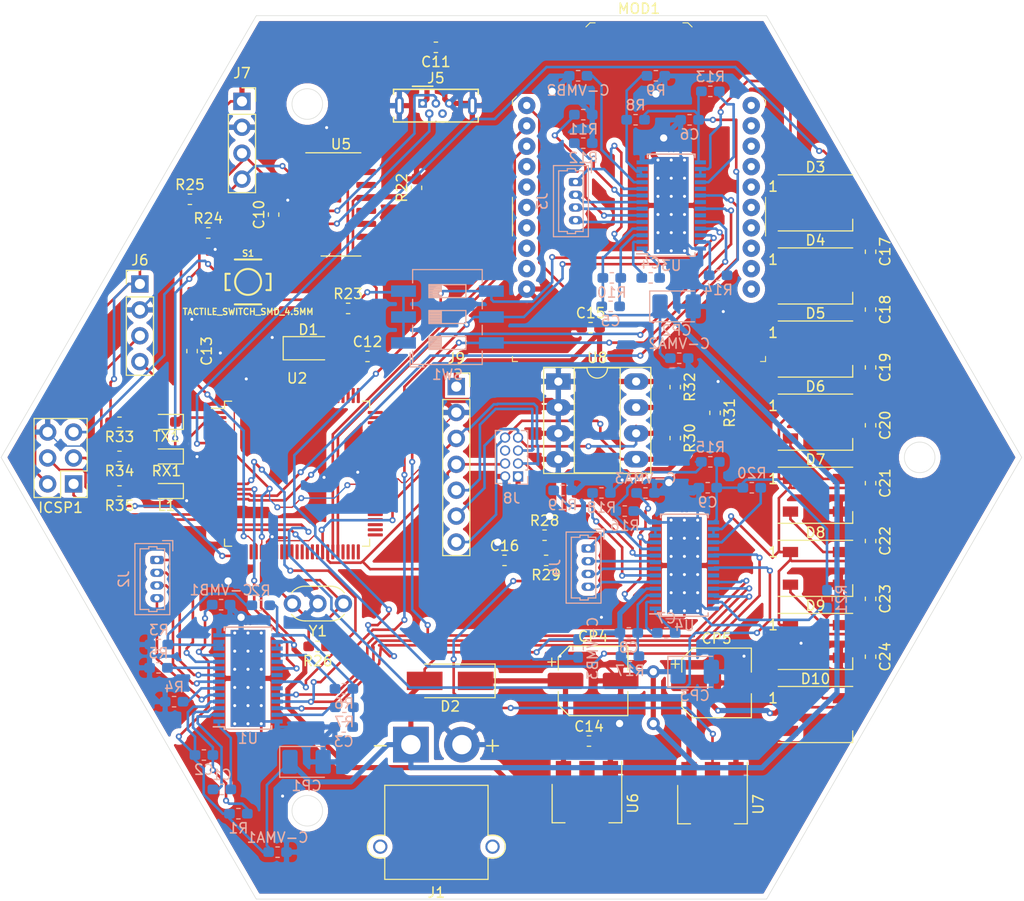
<source format=kicad_pcb>
(kicad_pcb (version 20171130) (host pcbnew "(5.1.5)-3")
  (layers (0 F.Cu signal) (31 B.Cu signal) (34 B.Paste user) (35 F.Paste user) (36 B.SilkS user) (37 F.SilkS user) (38 B.Mask user) (39 F.Mask user) (44 Edge.Cuts user))
  (net 0 "")
  (net 1 "Net-(C1-Pad2)")
  (net 2 "Net-(C1-Pad1)")
  (net 3 "Net-(C2-Pad2)")
  (net 4 +12V)
  (net 5 /StepperMotorDriver1/V3P3OUT)
  (net 6 GND)
  (net 7 "Net-(C4-Pad2)")
  (net 8 "Net-(C4-Pad1)")
  (net 9 "Net-(C5-Pad2)")
  (net 10 /StepperMotorDriver2/V3P3OUT)
  (net 11 "Net-(C7-Pad2)")
  (net 12 "Net-(C7-Pad1)")
  (net 13 "Net-(C8-Pad2)")
  (net 14 /StepperMotorDriver3/V3P3OUT)
  (net 15 "Net-(C10-Pad1)")
  (net 16 +5V)
  (net 17 "Net-(C12-Pad2)")
  (net 18 /RESET)
  (net 19 "Net-(C14-Pad1)")
  (net 20 +3V3)
  (net 21 "Net-(D3-Pad2)")
  (net 22 /D3)
  (net 23 "Net-(D4-Pad2)")
  (net 24 "Net-(D5-Pad2)")
  (net 25 "Net-(D6-Pad2)")
  (net 26 "Net-(D7-Pad2)")
  (net 27 "Net-(D8-Pad2)")
  (net 28 "Net-(D10-Pad4)")
  (net 29 /MOSI)
  (net 30 /SCK)
  (net 31 /MISO)
  (net 32 "Net-(J2-Pad4)")
  (net 33 "Net-(J2-Pad3)")
  (net 34 "Net-(J2-Pad2)")
  (net 35 "Net-(J2-Pad1)")
  (net 36 "Net-(J3-Pad4)")
  (net 37 "Net-(J3-Pad3)")
  (net 38 "Net-(J3-Pad2)")
  (net 39 "Net-(J3-Pad1)")
  (net 40 "Net-(J4-Pad4)")
  (net 41 "Net-(J4-Pad3)")
  (net 42 "Net-(J4-Pad2)")
  (net 43 "Net-(J4-Pad1)")
  (net 44 "Net-(J5-Pad3)")
  (net 45 "Net-(J5-Pad2)")
  (net 46 /RX2)
  (net 47 /TX2)
  (net 48 "Net-(J7-Pad4)")
  (net 49 "Net-(J7-Pad3)")
  (net 50 /CameraModule/E2PROM-SDA)
  (net 51 /CameraModule/E2PROM-SCK)
  (net 52 /CameraModule/EFUSE)
  (net 53 /SDA)
  (net 54 /SCL)
  (net 55 "Net-(L1-Pad2)")
  (net 56 /TX1)
  (net 57 /RX1)
  (net 58 "Net-(R2-Pad2)")
  (net 59 "Net-(R4-Pad1)")
  (net 60 "Net-(R5-Pad1)")
  (net 61 "Net-(R6-Pad1)")
  (net 62 "Net-(R7-Pad1)")
  (net 63 "Net-(R8-Pad2)")
  (net 64 "Net-(R11-Pad1)")
  (net 65 "Net-(R12-Pad1)")
  (net 66 "Net-(R13-Pad1)")
  (net 67 "Net-(R14-Pad1)")
  (net 68 "Net-(R15-Pad2)")
  (net 69 "Net-(R18-Pad1)")
  (net 70 "Net-(R19-Pad1)")
  (net 71 "Net-(R20-Pad1)")
  (net 72 "Net-(R21-Pad1)")
  (net 73 /TX0)
  (net 74 /RX0)
  (net 75 "Net-(R26-Pad2)")
  (net 76 "Net-(R26-Pad1)")
  (net 77 "Net-(R32-Pad2)")
  (net 78 "Net-(R33-Pad1)")
  (net 79 "Net-(R34-Pad1)")
  (net 80 /D13)
  (net 81 /MS1)
  (net 82 /MS2)
  (net 83 /MS3)
  (net 84 /D6)
  (net 85 /D7)
  (net 86 /D11)
  (net 87 /D10)
  (net 88 /D9)
  (net 89 /D8)
  (module Resistor_SMD:R_0603_1608Metric_Pad1.05x0.95mm_HandSolder (layer B.Cu) (at 41.95 98.95 180)
    (fp_text reference R4 (at 0 1.43) (layer B.SilkS) (effects (justify mirror)))
    (fp_text value 200m)
    (pad 2 smd roundrect (at 0.875 0 180) (size 1.05 0.95) (layers B.Cu B.Paste B.Mask) (net 6 GND))
    (pad 1 smd roundrect (at -0.875 0 180) (size 1.05 0.95) (layers B.Cu B.Paste B.Mask) (net 59 "Net-(R4-Pad1)"))
  )
  (module Capacitor_Tantalum_SMD:CP_EIA-3528-21_Kemet-B_Pad1.50x2.35mm_HandSolder (layer B.Cu) (at 92.964 96.012)
    (fp_text reference CP3 (at 0 2.35) (layer B.SilkS) (effects (justify mirror)))
    (fp_text value 100uF)
    (pad 2 smd roundrect (at 1.625 0) (size 1.5 2.35) (layers B.Cu B.Paste B.Mask) (roundrect_rratio 0.166667) (net 6 GND))
    (pad 1 smd roundrect (at -1.625 0) (size 1.5 2.35) (layers B.Cu B.Paste B.Mask) (roundrect_rratio 0.166667) (net 4 +12V))
  )
  (module Capacitor_Tantalum_SMD:CP_EIA-3528-21_Kemet-B_Pad1.50x2.35mm_HandSolder (layer B.Cu) (at 91.186 60.198)
    (fp_text reference CP2 (at 0 2.35) (layer B.SilkS) (effects (justify mirror)))
    (fp_text value 100uF)
    (pad 2 smd roundrect (at 1.625 0) (size 1.5 2.35) (layers B.Cu B.Paste B.Mask) (roundrect_rratio 0.166667) (net 6 GND))
    (pad 1 smd roundrect (at -1.625 0) (size 1.5 2.35) (layers B.Cu B.Paste B.Mask) (roundrect_rratio 0.166667) (net 4 +12V))
  )
  (module Capacitor_Tantalum_SMD:CP_EIA-3528-21_Kemet-B_Pad1.50x2.35mm_HandSolder (layer B.Cu) (at 54.93 104.85)
    (fp_text reference CP1 (at 0 2.35) (layer B.SilkS) (effects (justify mirror)))
    (fp_text value 100uF)
    (pad 2 smd roundrect (at 1.625 0) (size 1.5 2.35) (layers B.Cu B.Paste B.Mask) (roundrect_rratio 0.166667) (net 6 GND))
    (pad 1 smd roundrect (at -1.625 0) (size 1.5 2.35) (layers B.Cu B.Paste B.Mask) (roundrect_rratio 0.166667) (net 4 +12V))
  )
  (module Switches:TACTILE_SWITCH_SMD_4.5MM (layer F.Cu) (at 49.2 57.8)
    (fp_text reference S1 (at 0 -2.794) (layer F.SilkS) (effects (font (size 0.6096 0.6096) (thickness 0.127))))
    (fp_text value TACTILE_SWITCH_SMD_4.5MM (at 0 2.921) (layer F.SilkS) (effects (font (size 0.6096 0.6096) (thickness 0.127))))
    (pad 4 smd rect (at -2.2225 -1.74752 90) (size 1.09982 0.6985) (layers F.Cu F.Paste F.Mask) (net 6 GND))
    (pad 3 smd rect (at -2.2225 1.74752 90) (size 1.09982 0.6985) (layers F.Cu F.Paste F.Mask) (net 18 /RESET))
    (pad 2 smd rect (at 2.2225 1.74752 90) (size 1.09982 0.6985) (layers F.Cu F.Paste F.Mask) (net 18 /RESET))
    (pad 1 smd rect (at 2.2225 -1.74752 90) (size 1.09982 0.6985) (layers F.Cu F.Paste F.Mask) (net 6 GND))
  )
  (module Crystal:Resonator_muRata_CSTLSxxxX-3Pin_W5.5mm_H3.0mm (layer F.Cu) (at 58.54 89.33 180)
    (fp_text reference Y1 (at 2.5 -2.7) (layer F.SilkS))
    (fp_text value CSTLS16M0X51-B0)
    (pad 3 thru_hole circle (at 5 0 180) (size 1.7 1.7) (drill 1) (layers *.Cu *.Mask) (net 75 "Net-(R26-Pad2)"))
    (pad 2 thru_hole circle (at 2.5 0 180) (size 1.7 1.7) (drill 1) (layers *.Cu *.Mask) (net 6 GND))
    (pad 1 thru_hole circle (at 0 0 180) (size 1.7 1.7) (drill 1) (layers *.Cu *.Mask) (net 76 "Net-(R26-Pad1)"))
  )
  (module Package_DIP:DIP-8_W7.62mm_Socket_LongPads (layer F.Cu) (at 79.6 67.564)
    (fp_text reference U8 (at 3.81 -2.33) (layer F.SilkS))
    (fp_text value 24LC02)
    (pad 8 thru_hole oval (at 7.62 0) (size 2.4 1.6) (drill 0.8) (layers *.Cu *.Mask) (net 20 +3V3))
    (pad 4 thru_hole oval (at 0 7.62) (size 2.4 1.6) (drill 0.8) (layers *.Cu *.Mask) (net 6 GND))
    (pad 7 thru_hole oval (at 7.62 2.54) (size 2.4 1.6) (drill 0.8) (layers *.Cu *.Mask) (net 77 "Net-(R32-Pad2)"))
    (pad 3 thru_hole oval (at 0 5.08) (size 2.4 1.6) (drill 0.8) (layers *.Cu *.Mask) (net 6 GND))
    (pad 6 thru_hole oval (at 7.62 5.08) (size 2.4 1.6) (drill 0.8) (layers *.Cu *.Mask) (net 51 /CameraModule/E2PROM-SCK))
    (pad 2 thru_hole oval (at 0 2.54) (size 2.4 1.6) (drill 0.8) (layers *.Cu *.Mask) (net 6 GND))
    (pad 5 thru_hole oval (at 7.62 7.62) (size 2.4 1.6) (drill 0.8) (layers *.Cu *.Mask) (net 50 /CameraModule/E2PROM-SDA))
    (pad 1 thru_hole rect (at 0 0) (size 2.4 1.6) (drill 0.8) (layers *.Cu *.Mask) (net 6 GND))
  )
  (module Package_TO_SOT_SMD:SOT-223-3_TabPin2 (layer F.Cu) (at 94.7 109.01 270)
    (fp_text reference U7 (at 0 -4.5 90) (layer F.SilkS))
    (fp_text value AMS1117-3.3)
    (pad 1 smd rect (at -3.15 -2.3 270) (size 2 1.5) (layers F.Cu F.Paste F.Mask) (net 6 GND))
    (pad 3 smd rect (at -3.15 2.3 270) (size 2 1.5) (layers F.Cu F.Paste F.Mask) (net 16 +5V))
    (pad 2 smd rect (at -3.15 0 270) (size 2 1.5) (layers F.Cu F.Paste F.Mask) (net 20 +3V3))
    (pad 2 smd rect (at 3.15 0 270) (size 2 3.8) (layers F.Cu F.Paste F.Mask) (net 20 +3V3))
  )
  (module Package_TO_SOT_SMD:SOT-223-3_TabPin2 (layer F.Cu) (at 82.4 108.91 270)
    (fp_text reference U6 (at 0 -4.5 90) (layer F.SilkS))
    (fp_text value AMS1117-5.0)
    (pad 1 smd rect (at -3.15 -2.3 270) (size 2 1.5) (layers F.Cu F.Paste F.Mask) (net 6 GND))
    (pad 3 smd rect (at -3.15 2.3 270) (size 2 1.5) (layers F.Cu F.Paste F.Mask) (net 19 "Net-(C14-Pad1)"))
    (pad 2 smd rect (at -3.15 0 270) (size 2 1.5) (layers F.Cu F.Paste F.Mask) (net 16 +5V))
    (pad 2 smd rect (at 3.15 0 270) (size 2 3.8) (layers F.Cu F.Paste F.Mask) (net 16 +5V))
  )
  (module Package_SO:SOIC-16_3.9x9.9mm_P1.27mm (layer F.Cu) (at 58.3 50.2)
    (fp_text reference U5 (at 0 -5.9) (layer F.SilkS))
    (fp_text value CH340C)
    (pad 16 smd roundrect (at 2.475 -4.445) (size 1.95 0.6) (layers F.Cu F.Paste F.Mask) (net 16 +5V))
    (pad 15 smd roundrect (at 2.475 -3.175) (size 1.95 0.6) (layers F.Cu F.Paste F.Mask))
    (pad 14 smd roundrect (at 2.475 -1.905) (size 1.95 0.6) (layers F.Cu F.Paste F.Mask))
    (pad 13 smd roundrect (at 2.475 -0.635) (size 1.95 0.6) (layers F.Cu F.Paste F.Mask) (net 17 "Net-(C12-Pad2)"))
    (pad 12 smd roundrect (at 2.475 0.635) (size 1.95 0.6) (layers F.Cu F.Paste F.Mask))
    (pad 11 smd roundrect (at 2.475 1.905) (size 1.95 0.6) (layers F.Cu F.Paste F.Mask))
    (pad 10 smd roundrect (at 2.475 3.175) (size 1.95 0.6) (layers F.Cu F.Paste F.Mask))
    (pad 9 smd roundrect (at 2.475 4.445) (size 1.95 0.6) (layers F.Cu F.Paste F.Mask))
    (pad 8 smd roundrect (at -2.475 4.445) (size 1.95 0.6) (layers F.Cu F.Paste F.Mask))
    (pad 7 smd roundrect (at -2.475 3.175) (size 1.95 0.6) (layers F.Cu F.Paste F.Mask))
    (pad 6 smd roundrect (at -2.475 1.905) (size 1.95 0.6) (layers F.Cu F.Paste F.Mask) (net 45 "Net-(J5-Pad2)"))
    (pad 5 smd roundrect (at -2.475 0.635) (size 1.95 0.6) (layers F.Cu F.Paste F.Mask) (net 44 "Net-(J5-Pad3)"))
    (pad 4 smd roundrect (at -2.475 -0.635) (size 1.95 0.6) (layers F.Cu F.Paste F.Mask) (net 15 "Net-(C10-Pad1)"))
    (pad 3 smd roundrect (at -2.475 -1.905) (size 1.95 0.6) (layers F.Cu F.Paste F.Mask) (net 49 "Net-(J7-Pad3)"))
    (pad 2 smd roundrect (at -2.475 -3.175) (size 1.95 0.6) (layers F.Cu F.Paste F.Mask) (net 48 "Net-(J7-Pad4)"))
    (pad 1 smd roundrect (at -2.475 -4.445) (size 1.95 0.6) (layers F.Cu F.Paste F.Mask) (net 6 GND))
  )
  (module Package_SO:HTSSOP-28-1EP_4.4x9.7mm_P0.65mm_EP3.4x9.5mm_ThermalVias (layer B.Cu) (at 91.948 85.598)
    (fp_text reference U4 (at 0 5.9) (layer B.SilkS) (effects (justify mirror)))
    (fp_text value DRV8825PWPR)
    (pad 29 smd rect (at 0 0) (size 3.4 9.5) (layers F.Cu) (net 6 GND))
    (pad 29 thru_hole circle (at -1.3 -4.45) (size 0.6 0.6) (drill 0.3) (layers *.Cu) (net 6 GND))
    (pad 29 thru_hole circle (at 0 -4.45) (size 0.6 0.6) (drill 0.3) (layers *.Cu) (net 6 GND))
    (pad 29 thru_hole circle (at 1.3 -4.45) (size 0.6 0.6) (drill 0.3) (layers *.Cu) (net 6 GND))
    (pad 29 thru_hole circle (at -1.3 -2.67) (size 0.6 0.6) (drill 0.3) (layers *.Cu) (net 6 GND))
    (pad 29 thru_hole circle (at 0 -2.67) (size 0.6 0.6) (drill 0.3) (layers *.Cu) (net 6 GND))
    (pad 29 thru_hole circle (at 1.3 -2.67) (size 0.6 0.6) (drill 0.3) (layers *.Cu) (net 6 GND))
    (pad 29 thru_hole circle (at -1.3 -0.89) (size 0.6 0.6) (drill 0.3) (layers *.Cu) (net 6 GND))
    (pad 29 thru_hole circle (at 0 -0.89) (size 0.6 0.6) (drill 0.3) (layers *.Cu) (net 6 GND))
    (pad 29 thru_hole circle (at 1.3 -0.89) (size 0.6 0.6) (drill 0.3) (layers *.Cu) (net 6 GND))
    (pad 29 thru_hole circle (at -1.3 0.89) (size 0.6 0.6) (drill 0.3) (layers *.Cu) (net 6 GND))
    (pad 29 thru_hole circle (at 0 0.89) (size 0.6 0.6) (drill 0.3) (layers *.Cu) (net 6 GND))
    (pad 29 thru_hole circle (at 1.3 0.89) (size 0.6 0.6) (drill 0.3) (layers *.Cu) (net 6 GND))
    (pad 29 thru_hole circle (at -1.3 2.67) (size 0.6 0.6) (drill 0.3) (layers *.Cu) (net 6 GND))
    (pad 29 thru_hole circle (at 0 2.67) (size 0.6 0.6) (drill 0.3) (layers *.Cu) (net 6 GND))
    (pad 29 thru_hole circle (at 1.3 2.67) (size 0.6 0.6) (drill 0.3) (layers *.Cu) (net 6 GND))
    (pad 29 thru_hole circle (at 1.3 4.45) (size 0.6 0.6) (drill 0.3) (layers *.Cu) (net 6 GND))
    (pad 29 thru_hole circle (at 0 4.45) (size 0.6 0.6) (drill 0.3) (layers *.Cu) (net 6 GND))
    (pad 29 thru_hole circle (at -1.3 4.45) (size 0.6 0.6) (drill 0.3) (layers *.Cu) (net 6 GND))
    (pad 29 smd rect (at 0 0) (size 3.4 9.5) (layers B.Cu B.Mask) (net 6 GND))
    (pad 28 smd rect (at 2.85 4.225) (size 1.1 0.4) (layers B.Cu B.Paste B.Mask) (net 6 GND))
    (pad 27 smd rect (at 2.85 3.575) (size 1.1 0.4) (layers B.Cu B.Paste B.Mask) (net 72 "Net-(R21-Pad1)"))
    (pad 26 smd rect (at 2.85 2.925) (size 1.1 0.4) (layers B.Cu B.Paste B.Mask) (net 83 /MS3))
    (pad 25 smd rect (at 2.85 2.275) (size 1.1 0.4) (layers B.Cu B.Paste B.Mask) (net 82 /MS2))
    (pad 24 smd rect (at 2.85 1.625) (size 1.1 0.4) (layers B.Cu B.Paste B.Mask) (net 81 /MS1))
    (pad 23 smd rect (at 2.85 0.975) (size 1.1 0.4) (layers B.Cu B.Paste B.Mask))
    (pad 22 smd rect (at 2.85 0.325) (size 1.1 0.4) (layers B.Cu B.Paste B.Mask) (net 87 /D10))
    (pad 21 smd rect (at 2.85 -0.325) (size 1.1 0.4) (layers B.Cu B.Paste B.Mask))
    (pad 20 smd rect (at 2.85 -0.975) (size 1.1 0.4) (layers B.Cu B.Paste B.Mask) (net 86 /D11))
    (pad 19 smd rect (at 2.85 -1.625) (size 1.1 0.4) (layers B.Cu B.Paste B.Mask))
    (pad 18 smd rect (at 2.85 -2.275) (size 1.1 0.4) (layers B.Cu B.Paste B.Mask) (net 71 "Net-(R20-Pad1)"))
    (pad 17 smd rect (at 2.85 -2.925) (size 1.1 0.4) (layers B.Cu B.Paste B.Mask) (net 16 +5V))
    (pad 16 smd rect (at 2.85 -3.575) (size 1.1 0.4) (layers B.Cu B.Paste B.Mask) (net 16 +5V))
    (pad 15 smd rect (at 2.85 -4.225) (size 1.1 0.4) (layers B.Cu B.Paste B.Mask) (net 14 /StepperMotorDriver3/V3P3OUT))
    (pad 14 smd rect (at -2.85 -4.225) (size 1.1 0.4) (layers B.Cu B.Paste B.Mask) (net 6 GND))
    (pad 13 smd rect (at -2.85 -3.575) (size 1.1 0.4) (layers B.Cu B.Paste B.Mask) (net 68 "Net-(R15-Pad2)"))
    (pad 12 smd rect (at -2.85 -2.925) (size 1.1 0.4) (layers B.Cu B.Paste B.Mask) (net 68 "Net-(R15-Pad2)"))
    (pad 11 smd rect (at -2.85 -2.275) (size 1.1 0.4) (layers B.Cu B.Paste B.Mask) (net 4 +12V))
    (pad 10 smd rect (at -2.85 -1.625) (size 1.1 0.4) (layers B.Cu B.Paste B.Mask) (net 43 "Net-(J4-Pad1)"))
    (pad 9 smd rect (at -2.85 -0.975) (size 1.1 0.4) (layers B.Cu B.Paste B.Mask) (net 70 "Net-(R19-Pad1)"))
    (pad 8 smd rect (at -2.85 -0.325) (size 1.1 0.4) (layers B.Cu B.Paste B.Mask) (net 42 "Net-(J4-Pad2)"))
    (pad 7 smd rect (at -2.85 0.325) (size 1.1 0.4) (layers B.Cu B.Paste B.Mask) (net 41 "Net-(J4-Pad3)"))
    (pad 6 smd rect (at -2.85 0.975) (size 1.1 0.4) (layers B.Cu B.Paste B.Mask) (net 69 "Net-(R18-Pad1)"))
    (pad 5 smd rect (at -2.85 1.625) (size 1.1 0.4) (layers B.Cu B.Paste B.Mask) (net 40 "Net-(J4-Pad4)"))
    (pad 4 smd rect (at -2.85 2.275) (size 1.1 0.4) (layers B.Cu B.Paste B.Mask) (net 4 +12V))
    (pad 3 smd rect (at -2.85 2.925) (size 1.1 0.4) (layers B.Cu B.Paste B.Mask) (net 13 "Net-(C8-Pad2)"))
    (pad 2 smd rect (at -2.85 3.575) (size 1.1 0.4) (layers B.Cu B.Paste B.Mask) (net 11 "Net-(C7-Pad2)"))
    (pad 1 smd rect (at -2.85 4.225) (size 1.1 0.4) (layers B.Cu B.Paste B.Mask) (net 12 "Net-(C7-Pad1)"))
  )
  (module Package_SO:HTSSOP-28-1EP_4.4x9.7mm_P0.65mm_EP3.4x9.5mm_ThermalVias (layer B.Cu) (at 90.66 50.3)
    (fp_text reference U3 (at 0 5.9) (layer B.SilkS) (effects (justify mirror)))
    (fp_text value DRV8825PWPR)
    (pad 29 smd rect (at 0 0) (size 3.4 9.5) (layers F.Cu) (net 6 GND))
    (pad 29 thru_hole circle (at -1.3 -4.45) (size 0.6 0.6) (drill 0.3) (layers *.Cu) (net 6 GND))
    (pad 29 thru_hole circle (at 0 -4.45) (size 0.6 0.6) (drill 0.3) (layers *.Cu) (net 6 GND))
    (pad 29 thru_hole circle (at 1.3 -4.45) (size 0.6 0.6) (drill 0.3) (layers *.Cu) (net 6 GND))
    (pad 29 thru_hole circle (at -1.3 -2.67) (size 0.6 0.6) (drill 0.3) (layers *.Cu) (net 6 GND))
    (pad 29 thru_hole circle (at 0 -2.67) (size 0.6 0.6) (drill 0.3) (layers *.Cu) (net 6 GND))
    (pad 29 thru_hole circle (at 1.3 -2.67) (size 0.6 0.6) (drill 0.3) (layers *.Cu) (net 6 GND))
    (pad 29 thru_hole circle (at -1.3 -0.89) (size 0.6 0.6) (drill 0.3) (layers *.Cu) (net 6 GND))
    (pad 29 thru_hole circle (at 0 -0.89) (size 0.6 0.6) (drill 0.3) (layers *.Cu) (net 6 GND))
    (pad 29 thru_hole circle (at 1.3 -0.89) (size 0.6 0.6) (drill 0.3) (layers *.Cu) (net 6 GND))
    (pad 29 thru_hole circle (at -1.3 0.89) (size 0.6 0.6) (drill 0.3) (layers *.Cu) (net 6 GND))
    (pad 29 thru_hole circle (at 0 0.89) (size 0.6 0.6) (drill 0.3) (layers *.Cu) (net 6 GND))
    (pad 29 thru_hole circle (at 1.3 0.89) (size 0.6 0.6) (drill 0.3) (layers *.Cu) (net 6 GND))
    (pad 29 thru_hole circle (at -1.3 2.67) (size 0.6 0.6) (drill 0.3) (layers *.Cu) (net 6 GND))
    (pad 29 thru_hole circle (at 0 2.67) (size 0.6 0.6) (drill 0.3) (layers *.Cu) (net 6 GND))
    (pad 29 thru_hole circle (at 1.3 2.67) (size 0.6 0.6) (drill 0.3) (layers *.Cu) (net 6 GND))
    (pad 29 thru_hole circle (at 1.3 4.45) (size 0.6 0.6) (drill 0.3) (layers *.Cu) (net 6 GND))
    (pad 29 thru_hole circle (at 0 4.45) (size 0.6 0.6) (drill 0.3) (layers *.Cu) (net 6 GND))
    (pad 29 thru_hole circle (at -1.3 4.45) (size 0.6 0.6) (drill 0.3) (layers *.Cu) (net 6 GND))
    (pad 29 smd rect (at 0 0) (size 3.4 9.5) (layers B.Cu B.Mask) (net 6 GND))
    (pad 28 smd rect (at 2.85 4.225) (size 1.1 0.4) (layers B.Cu B.Paste B.Mask) (net 6 GND))
    (pad 27 smd rect (at 2.85 3.575) (size 1.1 0.4) (layers B.Cu B.Paste B.Mask) (net 67 "Net-(R14-Pad1)"))
    (pad 26 smd rect (at 2.85 2.925) (size 1.1 0.4) (layers B.Cu B.Paste B.Mask) (net 83 /MS3))
    (pad 25 smd rect (at 2.85 2.275) (size 1.1 0.4) (layers B.Cu B.Paste B.Mask) (net 82 /MS2))
    (pad 24 smd rect (at 2.85 1.625) (size 1.1 0.4) (layers B.Cu B.Paste B.Mask) (net 81 /MS1))
    (pad 23 smd rect (at 2.85 0.975) (size 1.1 0.4) (layers B.Cu B.Paste B.Mask))
    (pad 22 smd rect (at 2.85 0.325) (size 1.1 0.4) (layers B.Cu B.Paste B.Mask) (net 89 /D8))
    (pad 21 smd rect (at 2.85 -0.325) (size 1.1 0.4) (layers B.Cu B.Paste B.Mask))
    (pad 20 smd rect (at 2.85 -0.975) (size 1.1 0.4) (layers B.Cu B.Paste B.Mask) (net 88 /D9))
    (pad 19 smd rect (at 2.85 -1.625) (size 1.1 0.4) (layers B.Cu B.Paste B.Mask))
    (pad 18 smd rect (at 2.85 -2.275) (size 1.1 0.4) (layers B.Cu B.Paste B.Mask) (net 66 "Net-(R13-Pad1)"))
    (pad 17 smd rect (at 2.85 -2.925) (size 1.1 0.4) (layers B.Cu B.Paste B.Mask) (net 16 +5V))
    (pad 16 smd rect (at 2.85 -3.575) (size 1.1 0.4) (layers B.Cu B.Paste B.Mask) (net 16 +5V))
    (pad 15 smd rect (at 2.85 -4.225) (size 1.1 0.4) (layers B.Cu B.Paste B.Mask) (net 10 /StepperMotorDriver2/V3P3OUT))
    (pad 14 smd rect (at -2.85 -4.225) (size 1.1 0.4) (layers B.Cu B.Paste B.Mask) (net 6 GND))
    (pad 13 smd rect (at -2.85 -3.575) (size 1.1 0.4) (layers B.Cu B.Paste B.Mask) (net 63 "Net-(R8-Pad2)"))
    (pad 12 smd rect (at -2.85 -2.925) (size 1.1 0.4) (layers B.Cu B.Paste B.Mask) (net 63 "Net-(R8-Pad2)"))
    (pad 11 smd rect (at -2.85 -2.275) (size 1.1 0.4) (layers B.Cu B.Paste B.Mask) (net 4 +12V))
    (pad 10 smd rect (at -2.85 -1.625) (size 1.1 0.4) (layers B.Cu B.Paste B.Mask) (net 39 "Net-(J3-Pad1)"))
    (pad 9 smd rect (at -2.85 -0.975) (size 1.1 0.4) (layers B.Cu B.Paste B.Mask) (net 65 "Net-(R12-Pad1)"))
    (pad 8 smd rect (at -2.85 -0.325) (size 1.1 0.4) (layers B.Cu B.Paste B.Mask) (net 38 "Net-(J3-Pad2)"))
    (pad 7 smd rect (at -2.85 0.325) (size 1.1 0.4) (layers B.Cu B.Paste B.Mask) (net 37 "Net-(J3-Pad3)"))
    (pad 6 smd rect (at -2.85 0.975) (size 1.1 0.4) (layers B.Cu B.Paste B.Mask) (net 64 "Net-(R11-Pad1)"))
    (pad 5 smd rect (at -2.85 1.625) (size 1.1 0.4) (layers B.Cu B.Paste B.Mask) (net 36 "Net-(J3-Pad4)"))
    (pad 4 smd rect (at -2.85 2.275) (size 1.1 0.4) (layers B.Cu B.Paste B.Mask) (net 4 +12V))
    (pad 3 smd rect (at -2.85 2.925) (size 1.1 0.4) (layers B.Cu B.Paste B.Mask) (net 9 "Net-(C5-Pad2)"))
    (pad 2 smd rect (at -2.85 3.575) (size 1.1 0.4) (layers B.Cu B.Paste B.Mask) (net 7 "Net-(C4-Pad2)"))
    (pad 1 smd rect (at -2.85 4.225) (size 1.1 0.4) (layers B.Cu B.Paste B.Mask) (net 8 "Net-(C4-Pad1)"))
  )
  (module Package_QFP:TQFP-100_14x14mm_P0.5mm (layer F.Cu) (at 54 76.6)
    (fp_text reference U2 (at 0 -9.35) (layer F.SilkS))
    (fp_text value ATmega2560-16AU)
    (pad 100 smd roundrect (at -6 -7.6625) (size 0.3 1.475) (layers F.Cu F.Paste F.Mask) (net 16 +5V))
    (pad 99 smd roundrect (at -5.5 -7.6625) (size 0.3 1.475) (layers F.Cu F.Paste F.Mask) (net 6 GND))
    (pad 98 smd roundrect (at -5 -7.6625) (size 0.3 1.475) (layers F.Cu F.Paste F.Mask))
    (pad 97 smd roundrect (at -4.5 -7.6625) (size 0.3 1.475) (layers F.Cu F.Paste F.Mask))
    (pad 96 smd roundrect (at -4 -7.6625) (size 0.3 1.475) (layers F.Cu F.Paste F.Mask))
    (pad 95 smd roundrect (at -3.5 -7.6625) (size 0.3 1.475) (layers F.Cu F.Paste F.Mask))
    (pad 94 smd roundrect (at -3 -7.6625) (size 0.3 1.475) (layers F.Cu F.Paste F.Mask))
    (pad 93 smd roundrect (at -2.5 -7.6625) (size 0.3 1.475) (layers F.Cu F.Paste F.Mask))
    (pad 92 smd roundrect (at -2 -7.6625) (size 0.3 1.475) (layers F.Cu F.Paste F.Mask))
    (pad 91 smd roundrect (at -1.5 -7.6625) (size 0.3 1.475) (layers F.Cu F.Paste F.Mask))
    (pad 90 smd roundrect (at -1 -7.6625) (size 0.3 1.475) (layers F.Cu F.Paste F.Mask))
    (pad 89 smd roundrect (at -0.5 -7.6625) (size 0.3 1.475) (layers F.Cu F.Paste F.Mask))
    (pad 88 smd roundrect (at 0 -7.6625) (size 0.3 1.475) (layers F.Cu F.Paste F.Mask))
    (pad 87 smd roundrect (at 0.5 -7.6625) (size 0.3 1.475) (layers F.Cu F.Paste F.Mask))
    (pad 86 smd roundrect (at 1 -7.6625) (size 0.3 1.475) (layers F.Cu F.Paste F.Mask))
    (pad 85 smd roundrect (at 1.5 -7.6625) (size 0.3 1.475) (layers F.Cu F.Paste F.Mask))
    (pad 84 smd roundrect (at 2 -7.6625) (size 0.3 1.475) (layers F.Cu F.Paste F.Mask))
    (pad 83 smd roundrect (at 2.5 -7.6625) (size 0.3 1.475) (layers F.Cu F.Paste F.Mask))
    (pad 82 smd roundrect (at 3 -7.6625) (size 0.3 1.475) (layers F.Cu F.Paste F.Mask))
    (pad 81 smd roundrect (at 3.5 -7.6625) (size 0.3 1.475) (layers F.Cu F.Paste F.Mask) (net 6 GND))
    (pad 80 smd roundrect (at 4 -7.6625) (size 0.3 1.475) (layers F.Cu F.Paste F.Mask) (net 16 +5V))
    (pad 79 smd roundrect (at 4.5 -7.6625) (size 0.3 1.475) (layers F.Cu F.Paste F.Mask))
    (pad 78 smd roundrect (at 5 -7.6625) (size 0.3 1.475) (layers F.Cu F.Paste F.Mask))
    (pad 77 smd roundrect (at 5.5 -7.6625) (size 0.3 1.475) (layers F.Cu F.Paste F.Mask))
    (pad 76 smd roundrect (at 6 -7.6625) (size 0.3 1.475) (layers F.Cu F.Paste F.Mask))
    (pad 75 smd roundrect (at 7.6625 -6) (size 1.475 0.3) (layers F.Cu F.Paste F.Mask))
    (pad 74 smd roundrect (at 7.6625 -5.5) (size 1.475 0.3) (layers F.Cu F.Paste F.Mask))
    (pad 73 smd roundrect (at 7.6625 -5) (size 1.475 0.3) (layers F.Cu F.Paste F.Mask))
    (pad 72 smd roundrect (at 7.6625 -4.5) (size 1.475 0.3) (layers F.Cu F.Paste F.Mask))
    (pad 71 smd roundrect (at 7.6625 -4) (size 1.475 0.3) (layers F.Cu F.Paste F.Mask))
    (pad 70 smd roundrect (at 7.6625 -3.5) (size 1.475 0.3) (layers F.Cu F.Paste F.Mask))
    (pad 69 smd roundrect (at 7.6625 -3) (size 1.475 0.3) (layers F.Cu F.Paste F.Mask))
    (pad 68 smd roundrect (at 7.6625 -2.5) (size 1.475 0.3) (layers F.Cu F.Paste F.Mask))
    (pad 67 smd roundrect (at 7.6625 -2) (size 1.475 0.3) (layers F.Cu F.Paste F.Mask))
    (pad 66 smd roundrect (at 7.6625 -1.5) (size 1.475 0.3) (layers F.Cu F.Paste F.Mask))
    (pad 65 smd roundrect (at 7.6625 -1) (size 1.475 0.3) (layers F.Cu F.Paste F.Mask))
    (pad 64 smd roundrect (at 7.6625 -0.5) (size 1.475 0.3) (layers F.Cu F.Paste F.Mask))
    (pad 63 smd roundrect (at 7.6625 0) (size 1.475 0.3) (layers F.Cu F.Paste F.Mask))
    (pad 62 smd roundrect (at 7.6625 0.5) (size 1.475 0.3) (layers F.Cu F.Paste F.Mask) (net 6 GND))
    (pad 61 smd roundrect (at 7.6625 1) (size 1.475 0.3) (layers F.Cu F.Paste F.Mask) (net 16 +5V))
    (pad 60 smd roundrect (at 7.6625 1.5) (size 1.475 0.3) (layers F.Cu F.Paste F.Mask))
    (pad 59 smd roundrect (at 7.6625 2) (size 1.475 0.3) (layers F.Cu F.Paste F.Mask))
    (pad 58 smd roundrect (at 7.6625 2.5) (size 1.475 0.3) (layers F.Cu F.Paste F.Mask))
    (pad 57 smd roundrect (at 7.6625 3) (size 1.475 0.3) (layers F.Cu F.Paste F.Mask))
    (pad 56 smd roundrect (at 7.6625 3.5) (size 1.475 0.3) (layers F.Cu F.Paste F.Mask))
    (pad 55 smd roundrect (at 7.6625 4) (size 1.475 0.3) (layers F.Cu F.Paste F.Mask))
    (pad 54 smd roundrect (at 7.6625 4.5) (size 1.475 0.3) (layers F.Cu F.Paste F.Mask))
    (pad 53 smd roundrect (at 7.6625 5) (size 1.475 0.3) (layers F.Cu F.Paste F.Mask))
    (pad 52 smd roundrect (at 7.6625 5.5) (size 1.475 0.3) (layers F.Cu F.Paste F.Mask))
    (pad 51 smd roundrect (at 7.6625 6) (size 1.475 0.3) (layers F.Cu F.Paste F.Mask))
    (pad 50 smd roundrect (at 6 7.6625) (size 0.3 1.475) (layers F.Cu F.Paste F.Mask))
    (pad 49 smd roundrect (at 5.5 7.6625) (size 0.3 1.475) (layers F.Cu F.Paste F.Mask))
    (pad 48 smd roundrect (at 5 7.6625) (size 0.3 1.475) (layers F.Cu F.Paste F.Mask))
    (pad 47 smd roundrect (at 4.5 7.6625) (size 0.3 1.475) (layers F.Cu F.Paste F.Mask))
    (pad 46 smd roundrect (at 4 7.6625) (size 0.3 1.475) (layers F.Cu F.Paste F.Mask) (net 56 /TX1))
    (pad 45 smd roundrect (at 3.5 7.6625) (size 0.3 1.475) (layers F.Cu F.Paste F.Mask) (net 57 /RX1))
    (pad 44 smd roundrect (at 3 7.6625) (size 0.3 1.475) (layers F.Cu F.Paste F.Mask) (net 53 /SDA))
    (pad 43 smd roundrect (at 2.5 7.6625) (size 0.3 1.475) (layers F.Cu F.Paste F.Mask) (net 54 /SCL))
    (pad 42 smd roundrect (at 2 7.6625) (size 0.3 1.475) (layers F.Cu F.Paste F.Mask))
    (pad 41 smd roundrect (at 1.5 7.6625) (size 0.3 1.475) (layers F.Cu F.Paste F.Mask))
    (pad 40 smd roundrect (at 1 7.6625) (size 0.3 1.475) (layers F.Cu F.Paste F.Mask))
    (pad 39 smd roundrect (at 0.5 7.6625) (size 0.3 1.475) (layers F.Cu F.Paste F.Mask))
    (pad 38 smd roundrect (at 0 7.6625) (size 0.3 1.475) (layers F.Cu F.Paste F.Mask))
    (pad 37 smd roundrect (at -0.5 7.6625) (size 0.3 1.475) (layers F.Cu F.Paste F.Mask))
    (pad 36 smd roundrect (at -1 7.6625) (size 0.3 1.475) (layers F.Cu F.Paste F.Mask))
    (pad 35 smd roundrect (at -1.5 7.6625) (size 0.3 1.475) (layers F.Cu F.Paste F.Mask))
    (pad 34 smd roundrect (at -2 7.6625) (size 0.3 1.475) (layers F.Cu F.Paste F.Mask) (net 76 "Net-(R26-Pad1)"))
    (pad 33 smd roundrect (at -2.5 7.6625) (size 0.3 1.475) (layers F.Cu F.Paste F.Mask) (net 75 "Net-(R26-Pad2)"))
    (pad 32 smd roundrect (at -3 7.6625) (size 0.3 1.475) (layers F.Cu F.Paste F.Mask) (net 6 GND))
    (pad 31 smd roundrect (at -3.5 7.6625) (size 0.3 1.475) (layers F.Cu F.Paste F.Mask) (net 16 +5V))
    (pad 30 smd roundrect (at -4 7.6625) (size 0.3 1.475) (layers F.Cu F.Paste F.Mask) (net 18 /RESET))
    (pad 29 smd roundrect (at -4.5 7.6625) (size 0.3 1.475) (layers F.Cu F.Paste F.Mask))
    (pad 28 smd roundrect (at -5 7.6625) (size 0.3 1.475) (layers F.Cu F.Paste F.Mask))
    (pad 27 smd roundrect (at -5.5 7.6625) (size 0.3 1.475) (layers F.Cu F.Paste F.Mask))
    (pad 26 smd roundrect (at -6 7.6625) (size 0.3 1.475) (layers F.Cu F.Paste F.Mask) (net 80 /D13))
    (pad 25 smd roundrect (at -7.6625 6) (size 1.475 0.3) (layers F.Cu F.Paste F.Mask))
    (pad 24 smd roundrect (at -7.6625 5.5) (size 1.475 0.3) (layers F.Cu F.Paste F.Mask) (net 86 /D11))
    (pad 23 smd roundrect (at -7.6625 5) (size 1.475 0.3) (layers F.Cu F.Paste F.Mask) (net 87 /D10))
    (pad 22 smd roundrect (at -7.6625 4.5) (size 1.475 0.3) (layers F.Cu F.Paste F.Mask) (net 31 /MISO))
    (pad 21 smd roundrect (at -7.6625 4) (size 1.475 0.3) (layers F.Cu F.Paste F.Mask) (net 29 /MOSI))
    (pad 20 smd roundrect (at -7.6625 3.5) (size 1.475 0.3) (layers F.Cu F.Paste F.Mask) (net 30 /SCK))
    (pad 19 smd roundrect (at -7.6625 3) (size 1.475 0.3) (layers F.Cu F.Paste F.Mask))
    (pad 18 smd roundrect (at -7.6625 2.5) (size 1.475 0.3) (layers F.Cu F.Paste F.Mask) (net 88 /D9))
    (pad 17 smd roundrect (at -7.6625 2) (size 1.475 0.3) (layers F.Cu F.Paste F.Mask) (net 89 /D8))
    (pad 16 smd roundrect (at -7.6625 1.5) (size 1.475 0.3) (layers F.Cu F.Paste F.Mask) (net 85 /D7))
    (pad 15 smd roundrect (at -7.6625 1) (size 1.475 0.3) (layers F.Cu F.Paste F.Mask) (net 84 /D6))
    (pad 14 smd roundrect (at -7.6625 0.5) (size 1.475 0.3) (layers F.Cu F.Paste F.Mask))
    (pad 13 smd roundrect (at -7.6625 0) (size 1.475 0.3) (layers F.Cu F.Paste F.Mask) (net 47 /TX2))
    (pad 12 smd roundrect (at -7.6625 -0.5) (size 1.475 0.3) (layers F.Cu F.Paste F.Mask) (net 46 /RX2))
    (pad 11 smd roundrect (at -7.6625 -1) (size 1.475 0.3) (layers F.Cu F.Paste F.Mask) (net 6 GND))
    (pad 10 smd roundrect (at -7.6625 -1.5) (size 1.475 0.3) (layers F.Cu F.Paste F.Mask) (net 16 +5V))
    (pad 9 smd roundrect (at -7.6625 -2) (size 1.475 0.3) (layers F.Cu F.Paste F.Mask))
    (pad 8 smd roundrect (at -7.6625 -2.5) (size 1.475 0.3) (layers F.Cu F.Paste F.Mask))
    (pad 7 smd roundrect (at -7.6625 -3) (size 1.475 0.3) (layers F.Cu F.Paste F.Mask) (net 22 /D3))
    (pad 6 smd roundrect (at -7.6625 -3.5) (size 1.475 0.3) (layers F.Cu F.Paste F.Mask))
    (pad 5 smd roundrect (at -7.6625 -4) (size 1.475 0.3) (layers F.Cu F.Paste F.Mask))
    (pad 4 smd roundrect (at -7.6625 -4.5) (size 1.475 0.3) (layers F.Cu F.Paste F.Mask))
    (pad 3 smd roundrect (at -7.6625 -5) (size 1.475 0.3) (layers F.Cu F.Paste F.Mask) (net 73 /TX0))
    (pad 2 smd roundrect (at -7.6625 -5.5) (size 1.475 0.3) (layers F.Cu F.Paste F.Mask) (net 74 /RX0))
    (pad 1 smd roundrect (at -7.6625 -6) (size 1.475 0.3) (layers F.Cu F.Paste F.Mask))
  )
  (module Package_SO:HTSSOP-28-1EP_4.4x9.7mm_P0.65mm_EP3.4x9.5mm_ThermalVias (layer B.Cu) (at 49.19 96.665)
    (fp_text reference U1 (at 0 5.9) (layer B.SilkS) (effects (justify mirror)))
    (fp_text value DRV8825PWPR)
    (pad 29 smd rect (at 0 0) (size 3.4 9.5) (layers F.Cu) (net 6 GND))
    (pad 29 thru_hole circle (at -1.3 -4.45) (size 0.6 0.6) (drill 0.3) (layers *.Cu) (net 6 GND))
    (pad 29 thru_hole circle (at 0 -4.45) (size 0.6 0.6) (drill 0.3) (layers *.Cu) (net 6 GND))
    (pad 29 thru_hole circle (at 1.3 -4.45) (size 0.6 0.6) (drill 0.3) (layers *.Cu) (net 6 GND))
    (pad 29 thru_hole circle (at -1.3 -2.67) (size 0.6 0.6) (drill 0.3) (layers *.Cu) (net 6 GND))
    (pad 29 thru_hole circle (at 0 -2.67) (size 0.6 0.6) (drill 0.3) (layers *.Cu) (net 6 GND))
    (pad 29 thru_hole circle (at 1.3 -2.67) (size 0.6 0.6) (drill 0.3) (layers *.Cu) (net 6 GND))
    (pad 29 thru_hole circle (at -1.3 -0.89) (size 0.6 0.6) (drill 0.3) (layers *.Cu) (net 6 GND))
    (pad 29 thru_hole circle (at 0 -0.89) (size 0.6 0.6) (drill 0.3) (layers *.Cu) (net 6 GND))
    (pad 29 thru_hole circle (at 1.3 -0.89) (size 0.6 0.6) (drill 0.3) (layers *.Cu) (net 6 GND))
    (pad 29 thru_hole circle (at -1.3 0.89) (size 0.6 0.6) (drill 0.3) (layers *.Cu) (net 6 GND))
    (pad 29 thru_hole circle (at 0 0.89) (size 0.6 0.6) (drill 0.3) (layers *.Cu) (net 6 GND))
    (pad 29 thru_hole circle (at 1.3 0.89) (size 0.6 0.6) (drill 0.3) (layers *.Cu) (net 6 GND))
    (pad 29 thru_hole circle (at -1.3 2.67) (size 0.6 0.6) (drill 0.3) (layers *.Cu) (net 6 GND))
    (pad 29 thru_hole circle (at 0 2.67) (size 0.6 0.6) (drill 0.3) (layers *.Cu) (net 6 GND))
    (pad 29 thru_hole circle (at 1.3 2.67) (size 0.6 0.6) (drill 0.3) (layers *.Cu) (net 6 GND))
    (pad 29 thru_hole circle (at 1.3 4.45) (size 0.6 0.6) (drill 0.3) (layers *.Cu) (net 6 GND))
    (pad 29 thru_hole circle (at 0 4.45) (size 0.6 0.6) (drill 0.3) (layers *.Cu) (net 6 GND))
    (pad 29 thru_hole circle (at -1.3 4.45) (size 0.6 0.6) (drill 0.3) (layers *.Cu) (net 6 GND))
    (pad 29 smd rect (at 0 0) (size 3.4 9.5) (layers B.Cu B.Mask) (net 6 GND))
    (pad 28 smd rect (at 2.85 4.225) (size 1.1 0.4) (layers B.Cu B.Paste B.Mask) (net 6 GND))
    (pad 27 smd rect (at 2.85 3.575) (size 1.1 0.4) (layers B.Cu B.Paste B.Mask) (net 62 "Net-(R7-Pad1)"))
    (pad 26 smd rect (at 2.85 2.925) (size 1.1 0.4) (layers B.Cu B.Paste B.Mask) (net 83 /MS3))
    (pad 25 smd rect (at 2.85 2.275) (size 1.1 0.4) (layers B.Cu B.Paste B.Mask) (net 82 /MS2))
    (pad 24 smd rect (at 2.85 1.625) (size 1.1 0.4) (layers B.Cu B.Paste B.Mask) (net 81 /MS1))
    (pad 23 smd rect (at 2.85 0.975) (size 1.1 0.4) (layers B.Cu B.Paste B.Mask))
    (pad 22 smd rect (at 2.85 0.325) (size 1.1 0.4) (layers B.Cu B.Paste B.Mask) (net 84 /D6))
    (pad 21 smd rect (at 2.85 -0.325) (size 1.1 0.4) (layers B.Cu B.Paste B.Mask))
    (pad 20 smd rect (at 2.85 -0.975) (size 1.1 0.4) (layers B.Cu B.Paste B.Mask) (net 85 /D7))
    (pad 19 smd rect (at 2.85 -1.625) (size 1.1 0.4) (layers B.Cu B.Paste B.Mask))
    (pad 18 smd rect (at 2.85 -2.275) (size 1.1 0.4) (layers B.Cu B.Paste B.Mask) (net 61 "Net-(R6-Pad1)"))
    (pad 17 smd rect (at 2.85 -2.925) (size 1.1 0.4) (layers B.Cu B.Paste B.Mask) (net 16 +5V))
    (pad 16 smd rect (at 2.85 -3.575) (size 1.1 0.4) (layers B.Cu B.Paste B.Mask) (net 16 +5V))
    (pad 15 smd rect (at 2.85 -4.225) (size 1.1 0.4) (layers B.Cu B.Paste B.Mask) (net 5 /StepperMotorDriver1/V3P3OUT))
    (pad 14 smd rect (at -2.85 -4.225) (size 1.1 0.4) (layers B.Cu B.Paste B.Mask) (net 6 GND))
    (pad 13 smd rect (at -2.85 -3.575) (size 1.1 0.4) (layers B.Cu B.Paste B.Mask) (net 58 "Net-(R2-Pad2)"))
    (pad 12 smd rect (at -2.85 -2.925) (size 1.1 0.4) (layers B.Cu B.Paste B.Mask) (net 58 "Net-(R2-Pad2)"))
    (pad 11 smd rect (at -2.85 -2.275) (size 1.1 0.4) (layers B.Cu B.Paste B.Mask) (net 4 +12V))
    (pad 10 smd rect (at -2.85 -1.625) (size 1.1 0.4) (layers B.Cu B.Paste B.Mask) (net 35 "Net-(J2-Pad1)"))
    (pad 9 smd rect (at -2.85 -0.975) (size 1.1 0.4) (layers B.Cu B.Paste B.Mask) (net 60 "Net-(R5-Pad1)"))
    (pad 8 smd rect (at -2.85 -0.325) (size 1.1 0.4) (layers B.Cu B.Paste B.Mask) (net 34 "Net-(J2-Pad2)"))
    (pad 7 smd rect (at -2.85 0.325) (size 1.1 0.4) (layers B.Cu B.Paste B.Mask) (net 33 "Net-(J2-Pad3)"))
    (pad 6 smd rect (at -2.85 0.975) (size 1.1 0.4) (layers B.Cu B.Paste B.Mask) (net 59 "Net-(R4-Pad1)"))
    (pad 5 smd rect (at -2.85 1.625) (size 1.1 0.4) (layers B.Cu B.Paste B.Mask) (net 32 "Net-(J2-Pad4)"))
    (pad 4 smd rect (at -2.85 2.275) (size 1.1 0.4) (layers B.Cu B.Paste B.Mask) (net 4 +12V))
    (pad 3 smd rect (at -2.85 2.925) (size 1.1 0.4) (layers B.Cu B.Paste B.Mask) (net 3 "Net-(C2-Pad2)"))
    (pad 2 smd rect (at -2.85 3.575) (size 1.1 0.4) (layers B.Cu B.Paste B.Mask) (net 1 "Net-(C1-Pad2)"))
    (pad 1 smd rect (at -2.85 4.225) (size 1.1 0.4) (layers B.Cu B.Paste B.Mask) (net 2 "Net-(C1-Pad1)"))
  )
  (module LED_SMD:LED_0603_1608Metric_Pad1.05x0.95mm_HandSolder (layer F.Cu) (at 41.2 71.52 180)
    (fp_text reference TX1 (at 0 -1.43) (layer F.SilkS))
    (fp_text value LED)
    (pad 2 smd roundrect (at 0.875 0 180) (size 1.05 0.95) (layers F.Cu F.Paste F.Mask) (net 78 "Net-(R33-Pad1)"))
    (pad 1 smd roundrect (at -0.875 0 180) (size 1.05 0.95) (layers F.Cu F.Paste F.Mask) (net 74 /RX0))
  )
  (module Button_Switch_SMD:SW_DIP_SPSTx03_Slide_6.7x9.18mm_W8.61mm_P2.54mm_LowProfile (layer B.Cu) (at 68.73 61.24)
    (fp_text reference SW1 (at 0 5.65) (layer B.SilkS) (effects (justify mirror)))
    (fp_text value SW_DIP_x03)
    (pad 6 smd rect (at 4.305 2.54) (size 2.44 1.12) (layers B.Cu B.Paste B.Mask) (net 81 /MS1))
    (pad 3 smd rect (at -4.305 -2.54) (size 2.44 1.12) (layers B.Cu B.Paste B.Mask) (net 16 +5V))
    (pad 5 smd rect (at 4.305 0) (size 2.44 1.12) (layers B.Cu B.Paste B.Mask) (net 82 /MS2))
    (pad 2 smd rect (at -4.305 0) (size 2.44 1.12) (layers B.Cu B.Paste B.Mask) (net 16 +5V))
    (pad 4 smd rect (at 4.305 -2.54) (size 2.44 1.12) (layers B.Cu B.Paste B.Mask) (net 83 /MS3))
    (pad 1 smd rect (at -4.305 2.54) (size 2.44 1.12) (layers B.Cu B.Paste B.Mask) (net 16 +5V))
  )
  (module LED_SMD:LED_0603_1608Metric_Pad1.05x0.95mm_HandSolder (layer F.Cu) (at 41.2 74.91 180)
    (fp_text reference RX1 (at 0 -1.43) (layer F.SilkS))
    (fp_text value LED)
    (pad 2 smd roundrect (at 0.875 0 180) (size 1.05 0.95) (layers F.Cu F.Paste F.Mask) (net 79 "Net-(R34-Pad1)"))
    (pad 1 smd roundrect (at -0.875 0 180) (size 1.05 0.95) (layers F.Cu F.Paste F.Mask) (net 73 /TX0))
  )
  (module Resistor_SMD:R_0603_1608Metric_Pad1.05x0.95mm_HandSolder (layer F.Cu) (at 36.6 78.3 180)
    (fp_text reference R35 (at 0 -1.43) (layer F.SilkS))
    (fp_text value 1k)
    (pad 2 smd roundrect (at 0.875 0 180) (size 1.05 0.95) (layers F.Cu F.Paste F.Mask) (net 80 /D13))
    (pad 1 smd roundrect (at -0.875 0 180) (size 1.05 0.95) (layers F.Cu F.Paste F.Mask) (net 55 "Net-(L1-Pad2)"))
  )
  (module Resistor_SMD:R_0603_1608Metric_Pad1.05x0.95mm_HandSolder (layer F.Cu) (at 36.6 74.9 180)
    (fp_text reference R34 (at 0 -1.43) (layer F.SilkS))
    (fp_text value 1k)
    (pad 2 smd roundrect (at 0.875 0 180) (size 1.05 0.95) (layers F.Cu F.Paste F.Mask) (net 16 +5V))
    (pad 1 smd roundrect (at -0.875 0 180) (size 1.05 0.95) (layers F.Cu F.Paste F.Mask) (net 79 "Net-(R34-Pad1)"))
  )
  (module Resistor_SMD:R_0603_1608Metric_Pad1.05x0.95mm_HandSolder (layer F.Cu) (at 36.6 71.56 180)
    (fp_text reference R33 (at 0 -1.43) (layer F.SilkS))
    (fp_text value 1k)
    (pad 2 smd roundrect (at 0.875 0 180) (size 1.05 0.95) (layers F.Cu F.Paste F.Mask) (net 16 +5V))
    (pad 1 smd roundrect (at -0.875 0 180) (size 1.05 0.95) (layers F.Cu F.Paste F.Mask) (net 78 "Net-(R33-Pad1)"))
  )
  (module Resistor_SMD:R_0603_1608Metric_Pad1.05x0.95mm_HandSolder (layer F.Cu) (at 91.05 68.11 270)
    (fp_text reference R32 (at 0 -1.43 90) (layer F.SilkS))
    (fp_text value 4.7k)
    (pad 2 smd roundrect (at 0.875 0 270) (size 1.05 0.95) (layers F.Cu F.Paste F.Mask) (net 77 "Net-(R32-Pad2)"))
    (pad 1 smd roundrect (at -0.875 0 270) (size 1.05 0.95) (layers F.Cu F.Paste F.Mask) (net 20 +3V3))
  )
  (module Resistor_SMD:R_0603_1608Metric_Pad1.05x0.95mm_HandSolder (layer F.Cu) (at 94.95 70.635 270)
    (fp_text reference R31 (at 0 -1.43 90) (layer F.SilkS))
    (fp_text value 4.7k)
    (pad 2 smd roundrect (at 0.875 0 270) (size 1.05 0.95) (layers F.Cu F.Paste F.Mask) (net 51 /CameraModule/E2PROM-SCK))
    (pad 1 smd roundrect (at -0.875 0 270) (size 1.05 0.95) (layers F.Cu F.Paste F.Mask) (net 20 +3V3))
  )
  (module Resistor_SMD:R_0603_1608Metric_Pad1.05x0.95mm_HandSolder (layer F.Cu) (at 91.05 73.11 270)
    (fp_text reference R30 (at 0 -1.43 90) (layer F.SilkS))
    (fp_text value 4.7k)
    (pad 2 smd roundrect (at 0.875 0 270) (size 1.05 0.95) (layers F.Cu F.Paste F.Mask) (net 50 /CameraModule/E2PROM-SDA))
    (pad 1 smd roundrect (at -0.875 0 270) (size 1.05 0.95) (layers F.Cu F.Paste F.Mask) (net 20 +3V3))
  )
  (module Resistor_SMD:R_0603_1608Metric_Pad1.05x0.95mm_HandSolder (layer F.Cu) (at 78.4 85.1 180)
    (fp_text reference R29 (at 0 -1.43) (layer F.SilkS))
    (fp_text value 4.7k)
    (pad 2 smd roundrect (at 0.875 0 180) (size 1.05 0.95) (layers F.Cu F.Paste F.Mask) (net 20 +3V3))
    (pad 1 smd roundrect (at -0.875 0 180) (size 1.05 0.95) (layers F.Cu F.Paste F.Mask) (net 53 /SDA))
  )
  (module Resistor_SMD:R_0603_1608Metric_Pad1.05x0.95mm_HandSolder (layer F.Cu) (at 78.25 82.63)
    (fp_text reference R28 (at 0 -1.43) (layer F.SilkS))
    (fp_text value 1k)
    (pad 2 smd roundrect (at 0.875 0) (size 1.05 0.95) (layers F.Cu F.Paste F.Mask) (net 6 GND))
    (pad 1 smd roundrect (at -0.875 0) (size 1.05 0.95) (layers F.Cu F.Paste F.Mask) (net 54 /SCL))
  )
  (module Resistor_SMD:R_0603_1608Metric_Pad1.05x0.95mm_HandSolder (layer F.Cu) (at 56.015 93.53 180)
    (fp_text reference R26 (at 0 -1.43) (layer F.SilkS))
    (fp_text value 1M)
    (pad 2 smd roundrect (at 0.875 0 180) (size 1.05 0.95) (layers F.Cu F.Paste F.Mask) (net 75 "Net-(R26-Pad2)"))
    (pad 1 smd roundrect (at -0.875 0 180) (size 1.05 0.95) (layers F.Cu F.Paste F.Mask) (net 76 "Net-(R26-Pad1)"))
  )
  (module Resistor_SMD:R_0603_1608Metric_Pad1.05x0.95mm_HandSolder (layer F.Cu) (at 43.5 49.7)
    (fp_text reference R25 (at 0 -1.43) (layer F.SilkS))
    (fp_text value 1k)
    (pad 2 smd roundrect (at 0.875 0) (size 1.05 0.95) (layers F.Cu F.Paste F.Mask) (net 49 "Net-(J7-Pad3)"))
    (pad 1 smd roundrect (at -0.875 0) (size 1.05 0.95) (layers F.Cu F.Paste F.Mask) (net 74 /RX0))
  )
  (module Resistor_SMD:R_0603_1608Metric_Pad1.05x0.95mm_HandSolder (layer F.Cu) (at 45.3 53)
    (fp_text reference R24 (at 0 -1.43) (layer F.SilkS))
    (fp_text value 1k)
    (pad 2 smd roundrect (at 0.875 0) (size 1.05 0.95) (layers F.Cu F.Paste F.Mask) (net 48 "Net-(J7-Pad4)"))
    (pad 1 smd roundrect (at -0.875 0) (size 1.05 0.95) (layers F.Cu F.Paste F.Mask) (net 73 /TX0))
  )
  (module Resistor_SMD:R_0603_1608Metric_Pad1.05x0.95mm_HandSolder (layer F.Cu) (at 59 60.4)
    (fp_text reference R23 (at 0 -1.43) (layer F.SilkS))
    (fp_text value 10k)
    (pad 2 smd roundrect (at 0.875 0) (size 1.05 0.95) (layers F.Cu F.Paste F.Mask) (net 16 +5V))
    (pad 1 smd roundrect (at -0.875 0) (size 1.05 0.95) (layers F.Cu F.Paste F.Mask) (net 18 /RESET))
  )
  (module Resistor_SMD:R_0603_1608Metric_Pad1.05x0.95mm_HandSolder (layer F.Cu) (at 65.7 48.575 90)
    (fp_text reference R22 (at 0 -1.43 90) (layer F.SilkS))
    (fp_text value 1k)
    (pad 2 smd roundrect (at 0.875 0 90) (size 1.05 0.95) (layers F.Cu F.Paste F.Mask) (net 6 GND))
    (pad 1 smd roundrect (at -0.875 0 90) (size 1.05 0.95) (layers F.Cu F.Paste F.Mask) (net 17 "Net-(C12-Pad2)"))
  )
  (module Resistor_SMD:R_0603_1608Metric_Pad1.05x0.95mm_HandSolder (layer B.Cu) (at 105.918 88.9 90)
    (fp_text reference R21 (at 0 1.43 90) (layer B.SilkS) (effects (justify mirror)))
    (fp_text value 10K)
    (pad 2 smd roundrect (at 0.875 0 90) (size 1.05 0.95) (layers B.Cu B.Paste B.Mask) (net 14 /StepperMotorDriver3/V3P3OUT))
    (pad 1 smd roundrect (at -0.875 0 90) (size 1.05 0.95) (layers B.Cu B.Paste B.Mask) (net 72 "Net-(R21-Pad1)"))
  )
  (module Resistor_SMD:R_0603_1608Metric_Pad1.05x0.95mm_HandSolder (layer B.Cu) (at 98.552 77.978 180)
    (fp_text reference R20 (at 0 1.43) (layer B.SilkS) (effects (justify mirror)))
    (fp_text value 10K)
    (pad 2 smd roundrect (at 0.875 0 180) (size 1.05 0.95) (layers B.Cu B.Paste B.Mask) (net 14 /StepperMotorDriver3/V3P3OUT))
    (pad 1 smd roundrect (at -0.875 0 180) (size 1.05 0.95) (layers B.Cu B.Paste B.Mask) (net 71 "Net-(R20-Pad1)"))
  )
  (module Resistor_SMD:R_0603_1608Metric_Pad1.05x0.95mm_HandSolder (layer B.Cu) (at 80.01 78.232)
    (fp_text reference R19 (at 0 1.43) (layer B.SilkS) (effects (justify mirror)))
    (fp_text value 200m)
    (pad 2 smd roundrect (at 0.875 0) (size 1.05 0.95) (layers B.Cu B.Paste B.Mask) (net 6 GND))
    (pad 1 smd roundrect (at -0.875 0) (size 1.05 0.95) (layers B.Cu B.Paste B.Mask) (net 70 "Net-(R19-Pad1)"))
  )
  (module Resistor_SMD:R_0603_1608Metric_Pad1.05x0.95mm_HandSolder (layer B.Cu) (at 83.82 78.486)
    (fp_text reference R18 (at 0 1.43) (layer B.SilkS) (effects (justify mirror)))
    (fp_text value 200m)
    (pad 2 smd roundrect (at 0.875 0) (size 1.05 0.95) (layers B.Cu B.Paste B.Mask) (net 6 GND))
    (pad 1 smd roundrect (at -0.875 0) (size 1.05 0.95) (layers B.Cu B.Paste B.Mask) (net 69 "Net-(R18-Pad1)"))
  )
  (module Resistor_SMD:R_0603_1608Metric_Pad1.05x0.95mm_HandSolder (layer B.Cu) (at 86.614 94.488)
    (fp_text reference R17 (at 0 1.43) (layer B.SilkS) (effects (justify mirror)))
    (fp_text value 1M)
    (pad 2 smd roundrect (at 0.875 0) (size 1.05 0.95) (layers B.Cu B.Paste B.Mask) (net 13 "Net-(C8-Pad2)"))
    (pad 1 smd roundrect (at -0.875 0) (size 1.05 0.95) (layers B.Cu B.Paste B.Mask) (net 4 +12V))
  )
  (module Resistor_SMD:R_0603_1608Metric_Pad1.05x0.95mm_HandSolder (layer B.Cu) (at 86.106 80.264)
    (fp_text reference R16 (at 0 1.43) (layer B.SilkS) (effects (justify mirror)))
    (fp_text value 30K)
    (pad 2 smd roundrect (at 0.875 0) (size 1.05 0.95) (layers B.Cu B.Paste B.Mask) (net 6 GND))
    (pad 1 smd roundrect (at -0.875 0) (size 1.05 0.95) (layers B.Cu B.Paste B.Mask) (net 68 "Net-(R15-Pad2)"))
  )
  (module Resistor_SMD:R_0603_1608Metric_Pad1.05x0.95mm_HandSolder (layer B.Cu) (at 94.488 75.438 180)
    (fp_text reference R15 (at 0 1.43) (layer B.SilkS) (effects (justify mirror)))
    (fp_text value 50K)
    (pad 2 smd roundrect (at 0.875 0 180) (size 1.05 0.95) (layers B.Cu B.Paste B.Mask) (net 68 "Net-(R15-Pad2)"))
    (pad 1 smd roundrect (at -0.875 0 180) (size 1.05 0.95) (layers B.Cu B.Paste B.Mask) (net 14 /StepperMotorDriver3/V3P3OUT))
  )
  (module Resistor_SMD:R_0603_1608Metric_Pad1.05x0.95mm_HandSolder (layer B.Cu) (at 95.25 57.15)
    (fp_text reference R14 (at 0 1.43) (layer B.SilkS) (effects (justify mirror)))
    (fp_text value 10K)
    (pad 2 smd roundrect (at 0.875 0) (size 1.05 0.95) (layers B.Cu B.Paste B.Mask) (net 10 /StepperMotorDriver2/V3P3OUT))
    (pad 1 smd roundrect (at -0.875 0) (size 1.05 0.95) (layers B.Cu B.Paste B.Mask) (net 67 "Net-(R14-Pad1)"))
  )
  (module Resistor_SMD:R_0603_1608Metric_Pad1.05x0.95mm_HandSolder (layer B.Cu) (at 94.488 39.116 180)
    (fp_text reference R13 (at 0 1.43) (layer B.SilkS) (effects (justify mirror)))
    (fp_text value 10K)
    (pad 2 smd roundrect (at 0.875 0 180) (size 1.05 0.95) (layers B.Cu B.Paste B.Mask) (net 10 /StepperMotorDriver2/V3P3OUT))
    (pad 1 smd roundrect (at -0.875 0 180) (size 1.05 0.95) (layers B.Cu B.Paste B.Mask) (net 66 "Net-(R13-Pad1)"))
  )
  (module Resistor_SMD:R_0603_1608Metric_Pad1.05x0.95mm_HandSolder (layer B.Cu) (at 82.042 44.196)
    (fp_text reference R12 (at 0 1.43) (layer B.SilkS) (effects (justify mirror)))
    (fp_text value 200m)
    (pad 2 smd roundrect (at 0.875 0) (size 1.05 0.95) (layers B.Cu B.Paste B.Mask) (net 6 GND))
    (pad 1 smd roundrect (at -0.875 0) (size 1.05 0.95) (layers B.Cu B.Paste B.Mask) (net 65 "Net-(R12-Pad1)"))
  )
  (module Resistor_SMD:R_0603_1608Metric_Pad1.05x0.95mm_HandSolder (layer B.Cu) (at 82.042 41.402)
    (fp_text reference R11 (at 0 1.43) (layer B.SilkS) (effects (justify mirror)))
    (fp_text value 200m)
    (pad 2 smd roundrect (at 0.875 0) (size 1.05 0.95) (layers B.Cu B.Paste B.Mask) (net 6 GND))
    (pad 1 smd roundrect (at -0.875 0) (size 1.05 0.95) (layers B.Cu B.Paste B.Mask) (net 64 "Net-(R11-Pad1)"))
  )
  (module Resistor_SMD:R_0603_1608Metric_Pad1.05x0.95mm_HandSolder (layer B.Cu) (at 84.836 57.404)
    (fp_text reference R10 (at 0 1.43) (layer B.SilkS) (effects (justify mirror)))
    (fp_text value 1M)
    (pad 2 smd roundrect (at 0.875 0) (size 1.05 0.95) (layers B.Cu B.Paste B.Mask) (net 9 "Net-(C5-Pad2)"))
    (pad 1 smd roundrect (at -0.875 0) (size 1.05 0.95) (layers B.Cu B.Paste B.Mask) (net 4 +12V))
  )
  (module Resistor_SMD:R_0603_1608Metric_Pad1.05x0.95mm_HandSolder (layer B.Cu) (at 89.154 37.592)
    (fp_text reference R9 (at 0 1.43) (layer B.SilkS) (effects (justify mirror)))
    (fp_text value 30K)
    (pad 2 smd roundrect (at 0.875 0) (size 1.05 0.95) (layers B.Cu B.Paste B.Mask) (net 6 GND))
    (pad 1 smd roundrect (at -0.875 0) (size 1.05 0.95) (layers B.Cu B.Paste B.Mask) (net 63 "Net-(R8-Pad2)"))
  )
  (module Resistor_SMD:R_0603_1608Metric_Pad1.05x0.95mm_HandSolder (layer B.Cu) (at 87.165 41.9 180)
    (fp_text reference R8 (at 0 1.43) (layer B.SilkS) (effects (justify mirror)))
    (fp_text value 50K)
    (pad 2 smd roundrect (at 0.875 0 180) (size 1.05 0.95) (layers B.Cu B.Paste B.Mask) (net 63 "Net-(R8-Pad2)"))
    (pad 1 smd roundrect (at -0.875 0 180) (size 1.05 0.95) (layers B.Cu B.Paste B.Mask) (net 10 /StepperMotorDriver2/V3P3OUT))
  )
  (module Resistor_SMD:R_0603_1608Metric_Pad1.05x0.95mm_HandSolder (layer B.Cu) (at 58.63 99.5)
    (fp_text reference R7 (at 0 1.43) (layer B.SilkS) (effects (justify mirror)))
    (fp_text value 10K)
    (pad 2 smd roundrect (at 0.875 0) (size 1.05 0.95) (layers B.Cu B.Paste B.Mask) (net 5 /StepperMotorDriver1/V3P3OUT))
    (pad 1 smd roundrect (at -0.875 0) (size 1.05 0.95) (layers B.Cu B.Paste B.Mask) (net 62 "Net-(R7-Pad1)"))
  )
  (module Resistor_SMD:R_0603_1608Metric_Pad1.05x0.95mm_HandSolder (layer B.Cu) (at 58.59 97.69)
    (fp_text reference R6 (at 0 1.43) (layer B.SilkS) (effects (justify mirror)))
    (fp_text value 10K)
    (pad 2 smd roundrect (at 0.875 0) (size 1.05 0.95) (layers B.Cu B.Paste B.Mask) (net 5 /StepperMotorDriver1/V3P3OUT))
    (pad 1 smd roundrect (at -0.875 0) (size 1.05 0.95) (layers B.Cu B.Paste B.Mask) (net 61 "Net-(R6-Pad1)"))
  )
  (module Resistor_SMD:R_0603_1608Metric_Pad1.05x0.95mm_HandSolder (layer B.Cu) (at 40.42 95.63 180)
    (fp_text reference R5 (at 0 1.43) (layer B.SilkS) (effects (justify mirror)))
    (fp_text value 200m)
    (pad 2 smd roundrect (at 0.875 0 180) (size 1.05 0.95) (layers B.Cu B.Paste B.Mask) (net 6 GND))
    (pad 1 smd roundrect (at -0.875 0 180) (size 1.05 0.95) (layers B.Cu B.Paste B.Mask) (net 60 "Net-(R5-Pad1)"))
  )
  (module Resistor_SMD:R_0603_1608Metric_Pad1.05x0.95mm_HandSolder (layer B.Cu) (at 40.46 93.35 180)
    (fp_text reference R3 (at 0 1.43) (layer B.SilkS) (effects (justify mirror)))
    (fp_text value 30K)
    (pad 2 smd roundrect (at 0.875 0 180) (size 1.05 0.95) (layers B.Cu B.Paste B.Mask) (net 6 GND))
    (pad 1 smd roundrect (at -0.875 0 180) (size 1.05 0.95) (layers B.Cu B.Paste B.Mask) (net 58 "Net-(R2-Pad2)"))
  )
  (module Resistor_SMD:R_0603_1608Metric_Pad1.05x0.95mm_HandSolder (layer B.Cu) (at 50.44 89.5 180)
    (fp_text reference R2 (at 0 1.43) (layer B.SilkS) (effects (justify mirror)))
    (fp_text value 50K)
    (pad 2 smd roundrect (at 0.875 0 180) (size 1.05 0.95) (layers B.Cu B.Paste B.Mask) (net 58 "Net-(R2-Pad2)"))
    (pad 1 smd roundrect (at -0.875 0 180) (size 1.05 0.95) (layers B.Cu B.Paste B.Mask) (net 5 /StepperMotorDriver1/V3P3OUT))
  )
  (module Resistor_SMD:R_0603_1608Metric_Pad1.05x0.95mm_HandSolder (layer B.Cu) (at 48.25 109.93)
    (fp_text reference R1 (at 0 1.43) (layer B.SilkS) (effects (justify mirror)))
    (fp_text value 1M)
    (pad 2 smd roundrect (at 0.875 0) (size 1.05 0.95) (layers B.Cu B.Paste B.Mask) (net 3 "Net-(C2-Pad2)"))
    (pad 1 smd roundrect (at -0.875 0) (size 1.05 0.95) (layers B.Cu B.Paste B.Mask) (net 4 +12V))
  )
  (module digikey-footprints:XBEE_PRO-20_THT (layer F.Cu) (at 87.5 49.5)
    (fp_text reference MOD1 (at 0 -18.49) (layer F.SilkS))
    (fp_text value XB24CZ7PIT-004)
    (pad 20 thru_hole circle (at 11 -9) (size 1.7 1.7) (drill 0.7) (layers *.Cu *.Mask))
    (pad 19 thru_hole circle (at 11 -7) (size 1.7 1.7) (drill 0.7) (layers *.Cu *.Mask))
    (pad 18 thru_hole circle (at 11 -5) (size 1.7 1.7) (drill 0.7) (layers *.Cu *.Mask))
    (pad 17 thru_hole circle (at 11 -3) (size 1.7 1.7) (drill 0.7) (layers *.Cu *.Mask))
    (pad 16 thru_hole circle (at 11 -1) (size 1.7 1.7) (drill 0.7) (layers *.Cu *.Mask))
    (pad 15 thru_hole circle (at 11 1) (size 1.7 1.7) (drill 0.7) (layers *.Cu *.Mask))
    (pad 14 thru_hole circle (at 11 3) (size 1.7 1.7) (drill 0.7) (layers *.Cu *.Mask))
    (pad 13 thru_hole circle (at 11 5) (size 1.7 1.7) (drill 0.7) (layers *.Cu *.Mask))
    (pad 12 thru_hole circle (at 11 7) (size 1.7 1.7) (drill 0.7) (layers *.Cu *.Mask))
    (pad 11 thru_hole circle (at 11 9) (size 1.7 1.7) (drill 0.7) (layers *.Cu *.Mask))
    (pad 10 thru_hole circle (at -11 9) (size 1.7 1.7) (drill 0.7) (layers *.Cu *.Mask) (net 6 GND))
    (pad 9 thru_hole circle (at -11 7) (size 1.7 1.7) (drill 0.7) (layers *.Cu *.Mask))
    (pad 8 thru_hole circle (at -11 5) (size 1.7 1.7) (drill 0.7) (layers *.Cu *.Mask))
    (pad 7 thru_hole circle (at -11 3) (size 1.7 1.7) (drill 0.7) (layers *.Cu *.Mask))
    (pad 6 thru_hole circle (at -11 1) (size 1.7 1.7) (drill 0.7) (layers *.Cu *.Mask))
    (pad 5 thru_hole circle (at -11 -1) (size 1.7 1.7) (drill 0.7) (layers *.Cu *.Mask))
    (pad 4 thru_hole circle (at -11 -3) (size 1.7 1.7) (drill 0.7) (layers *.Cu *.Mask))
    (pad 3 thru_hole circle (at -11 -5) (size 1.7 1.7) (drill 0.7) (layers *.Cu *.Mask) (net 56 /TX1))
    (pad 2 thru_hole circle (at -11 -7) (size 1.7 1.7) (drill 0.7) (layers *.Cu *.Mask) (net 57 /RX1))
    (pad 1 thru_hole circle (at -11 -9) (size 1.7 1.7) (drill 0.7) (layers *.Cu *.Mask) (net 20 +3V3))
  )
  (module LED_SMD:LED_0603_1608Metric_Pad1.05x0.95mm_HandSolder (layer F.Cu) (at 41.2 78.3 180)
    (fp_text reference L1 (at 0 -1.43) (layer F.SilkS))
    (fp_text value LED)
    (pad 2 smd roundrect (at 0.875 0 180) (size 1.05 0.95) (layers F.Cu F.Paste F.Mask) (net 55 "Net-(L1-Pad2)"))
    (pad 1 smd roundrect (at -0.875 0 180) (size 1.05 0.95) (layers F.Cu F.Paste F.Mask) (net 6 GND))
  )
  (module Connector_PinSocket_2.54mm:PinSocket_1x07_P2.54mm_Vertical (layer F.Cu) (at 69.6 68.06)
    (fp_text reference J9 (at 0 -2.77) (layer F.SilkS))
    (fp_text value Conn_01x07)
    (pad 7 thru_hole oval (at 0 15.24) (size 1.7 1.7) (drill 1) (layers *.Cu *.Mask) (net 50 /CameraModule/E2PROM-SDA))
    (pad 6 thru_hole oval (at 0 12.7) (size 1.7 1.7) (drill 1) (layers *.Cu *.Mask) (net 51 /CameraModule/E2PROM-SCK))
    (pad 5 thru_hole oval (at 0 10.16) (size 1.7 1.7) (drill 1) (layers *.Cu *.Mask) (net 52 /CameraModule/EFUSE))
    (pad 4 thru_hole oval (at 0 7.62) (size 1.7 1.7) (drill 1) (layers *.Cu *.Mask) (net 53 /SDA))
    (pad 3 thru_hole oval (at 0 5.08) (size 1.7 1.7) (drill 1) (layers *.Cu *.Mask) (net 54 /SCL))
    (pad 2 thru_hole oval (at 0 2.54) (size 1.7 1.7) (drill 1) (layers *.Cu *.Mask) (net 6 GND))
    (pad 1 thru_hole rect (at 0 0) (size 1.7 1.7) (drill 1) (layers *.Cu *.Mask) (net 20 +3V3))
  )
  (module Connector_PinSocket_1.27mm:PinSocket_2x04_P1.27mm_Vertical (layer B.Cu) (at 75.65 76.87)
    (fp_text reference J8 (at -0.635 2.135) (layer B.SilkS) (effects (justify mirror)))
    (fp_text value Conn_02x04_Odd_Even)
    (pad 8 thru_hole oval (at -1.27 -3.81) (size 1 1) (drill 0.7) (layers *.Cu *.Mask) (net 50 /CameraModule/E2PROM-SDA))
    (pad 7 thru_hole oval (at 0 -3.81) (size 1 1) (drill 0.7) (layers *.Cu *.Mask) (net 51 /CameraModule/E2PROM-SCK))
    (pad 6 thru_hole oval (at -1.27 -2.54) (size 1 1) (drill 0.7) (layers *.Cu *.Mask))
    (pad 5 thru_hole oval (at 0 -2.54) (size 1 1) (drill 0.7) (layers *.Cu *.Mask) (net 52 /CameraModule/EFUSE))
    (pad 4 thru_hole oval (at -1.27 -1.27) (size 1 1) (drill 0.7) (layers *.Cu *.Mask) (net 53 /SDA))
    (pad 3 thru_hole oval (at 0 -1.27) (size 1 1) (drill 0.7) (layers *.Cu *.Mask) (net 54 /SCL))
    (pad 2 thru_hole oval (at -1.27 0) (size 1 1) (drill 0.7) (layers *.Cu *.Mask) (net 6 GND))
    (pad 1 thru_hole rect (at 0 0) (size 1 1) (drill 0.7) (layers *.Cu *.Mask) (net 20 +3V3))
  )
  (module Connector_PinSocket_2.54mm:PinSocket_1x04_P2.54mm_Vertical (layer F.Cu) (at 48.6 40.1)
    (fp_text reference J7 (at 0 -2.77) (layer F.SilkS))
    (fp_text value Conn_01x04_Female_UART)
    (pad 4 thru_hole oval (at 0 7.62) (size 1.7 1.7) (drill 1) (layers *.Cu *.Mask) (net 48 "Net-(J7-Pad4)"))
    (pad 3 thru_hole oval (at 0 5.08) (size 1.7 1.7) (drill 1) (layers *.Cu *.Mask) (net 49 "Net-(J7-Pad3)"))
    (pad 2 thru_hole oval (at 0 2.54) (size 1.7 1.7) (drill 1) (layers *.Cu *.Mask) (net 6 GND))
    (pad 1 thru_hole rect (at 0 0) (size 1.7 1.7) (drill 1) (layers *.Cu *.Mask) (net 16 +5V))
  )
  (module Connector_PinHeader_2.54mm:PinHeader_1x04_P2.54mm_Vertical (layer F.Cu) (at 38.6 58)
    (fp_text reference J6 (at 0 -2.33) (layer F.SilkS))
    (fp_text value Conn_01x04_Female)
    (pad 4 thru_hole oval (at 0 7.62) (size 1.7 1.7) (drill 1) (layers *.Cu *.Mask) (net 46 /RX2))
    (pad 3 thru_hole oval (at 0 5.08) (size 1.7 1.7) (drill 1) (layers *.Cu *.Mask) (net 47 /TX2))
    (pad 2 thru_hole oval (at 0 2.54) (size 1.7 1.7) (drill 1) (layers *.Cu *.Mask) (net 6 GND))
    (pad 1 thru_hole rect (at 0 0) (size 1.7 1.7) (drill 1) (layers *.Cu *.Mask) (net 16 +5V))
  )
  (module Connector_USB:USB_Micro-B_Wuerth_614105150721_Vertical (layer F.Cu) (at 66.3 40.3)
    (fp_text reference J5 (at 1.3 -2.48) (layer F.SilkS))
    (fp_text value USB_B_Micro)
    (pad 6 thru_hole oval (at 4.875 0.22) (size 0.85 1.85) (drill oval 0.35 1.35) (layers *.Cu *.Mask) (net 6 GND))
    (pad 6 thru_hole oval (at -2.275 0.22) (size 0.85 1.85) (drill oval 0.35 1.35) (layers *.Cu *.Mask) (net 6 GND))
    (pad 5 thru_hole circle (at 2.6 0) (size 0.84 0.84) (drill 0.44) (layers *.Cu *.Mask) (net 6 GND))
    (pad 4 thru_hole circle (at 1.95 1) (size 0.84 0.84) (drill 0.44) (layers *.Cu *.Mask))
    (pad 3 thru_hole circle (at 1.3 0) (size 0.84 0.84) (drill 0.44) (layers *.Cu *.Mask) (net 44 "Net-(J5-Pad3)"))
    (pad 2 thru_hole circle (at 0.65 1) (size 0.84 0.84) (drill 0.44) (layers *.Cu *.Mask) (net 45 "Net-(J5-Pad2)"))
    (pad 1 thru_hole rect (at 0 0) (size 0.84 0.84) (drill 0.44) (layers *.Cu *.Mask) (net 16 +5V))
  )
  (module Connector_Molex:Molex_PicoBlade_53047-0410_1x04_P1.25mm_Vertical (layer B.Cu) (at 82.52 83.93 270)
    (fp_text reference J4 (at 1.88 3.25 90) (layer B.SilkS) (effects (justify mirror)))
    (fp_text value Conn_01x04_Male)
    (pad 4 thru_hole oval (at 3.75 0 270) (size 0.8 1.3) (drill 0.5) (layers *.Cu *.Mask) (net 40 "Net-(J4-Pad4)"))
    (pad 3 thru_hole oval (at 2.5 0 270) (size 0.8 1.3) (drill 0.5) (layers *.Cu *.Mask) (net 41 "Net-(J4-Pad3)"))
    (pad 2 thru_hole oval (at 1.25 0 270) (size 0.8 1.3) (drill 0.5) (layers *.Cu *.Mask) (net 42 "Net-(J4-Pad2)"))
    (pad 1 thru_hole roundrect (at 0 0 270) (size 0.8 1.3) (drill 0.5) (layers *.Cu *.Mask) (net 43 "Net-(J4-Pad1)"))
  )
  (module Connector_Molex:Molex_PicoBlade_53047-0410_1x04_P1.25mm_Vertical (layer B.Cu) (at 81.28 48.006 270)
    (fp_text reference J3 (at 1.88 3.25 90) (layer B.SilkS) (effects (justify mirror)))
    (fp_text value Conn_01x04_Male)
    (pad 4 thru_hole oval (at 3.75 0 270) (size 0.8 1.3) (drill 0.5) (layers *.Cu *.Mask) (net 36 "Net-(J3-Pad4)"))
    (pad 3 thru_hole oval (at 2.5 0 270) (size 0.8 1.3) (drill 0.5) (layers *.Cu *.Mask) (net 37 "Net-(J3-Pad3)"))
    (pad 2 thru_hole oval (at 1.25 0 270) (size 0.8 1.3) (drill 0.5) (layers *.Cu *.Mask) (net 38 "Net-(J3-Pad2)"))
    (pad 1 thru_hole roundrect (at 0 0 270) (size 0.8 1.3) (drill 0.5) (layers *.Cu *.Mask) (net 39 "Net-(J3-Pad1)"))
  )
  (module Connector_Molex:Molex_PicoBlade_53047-0410_1x04_P1.25mm_Vertical (layer B.Cu) (at 40.27 85.06 270)
    (fp_text reference J2 (at 1.88 3.25 90) (layer B.SilkS) (effects (justify mirror)))
    (fp_text value Conn_01x04_Male)
    (pad 4 thru_hole oval (at 3.75 0 270) (size 0.8 1.3) (drill 0.5) (layers *.Cu *.Mask) (net 32 "Net-(J2-Pad4)"))
    (pad 3 thru_hole oval (at 2.5 0 270) (size 0.8 1.3) (drill 0.5) (layers *.Cu *.Mask) (net 33 "Net-(J2-Pad3)"))
    (pad 2 thru_hole oval (at 1.25 0 270) (size 0.8 1.3) (drill 0.5) (layers *.Cu *.Mask) (net 34 "Net-(J2-Pad2)"))
    (pad 1 thru_hole roundrect (at 0 0 270) (size 0.8 1.3) (drill 0.5) (layers *.Cu *.Mask) (net 35 "Net-(J2-Pad1)"))
  )
  (module Connector_AMASS:AMASS_XT30PW-M_1x02_P2.50mm_Horizontal (layer F.Cu) (at 65.15 103.16 180)
    (fp_text reference J1 (at -2.5 -14.5) (layer F.SilkS))
    (fp_text value Conn_Coaxial_Power)
    (fp_text user + (at -8 0) (layer F.SilkS) (effects (font (size 1.5 1.5))))
    (fp_text user - (at 3 0) (layer F.SilkS) (effects (font (size 1.5 1.5))))
    (pad 2 thru_hole circle (at -5 0 180) (size 3.5 3.5) (drill 1.9) (layers *.Cu *.Mask) (net 6 GND))
    (pad 1 thru_hole rect (at 0 0 180) (size 3.5 3.5) (drill 1.9) (layers *.Cu *.Mask) (net 4 +12V))
    (pad "" thru_hole circle (at -8 -10 180) (size 1.4 1.4) (drill 1) (layers *.Cu *.Mask))
    (pad "" thru_hole circle (at 3 -10 180) (size 1.4 1.4) (drill 1) (layers *.Cu *.Mask))
  )
  (module Connector_PinHeader_2.54mm:PinHeader_2x03_P2.54mm_Vertical (layer F.Cu) (at 32.1 77.6 180)
    (fp_text reference ICSP1 (at 1.27 -2.33) (layer F.SilkS))
    (fp_text value Conn_02x03_Odd_Even)
    (pad 6 thru_hole oval (at 2.54 5.08 180) (size 1.7 1.7) (drill 1) (layers *.Cu *.Mask) (net 6 GND))
    (pad 5 thru_hole oval (at 0 5.08 180) (size 1.7 1.7) (drill 1) (layers *.Cu *.Mask) (net 18 /RESET))
    (pad 4 thru_hole oval (at 2.54 2.54 180) (size 1.7 1.7) (drill 1) (layers *.Cu *.Mask) (net 29 /MOSI))
    (pad 3 thru_hole oval (at 0 2.54 180) (size 1.7 1.7) (drill 1) (layers *.Cu *.Mask) (net 30 /SCK))
    (pad 2 thru_hole oval (at 2.54 0 180) (size 1.7 1.7) (drill 1) (layers *.Cu *.Mask) (net 16 +5V))
    (pad 1 thru_hole rect (at 0 0 180) (size 1.7 1.7) (drill 1) (layers *.Cu *.Mask) (net 31 /MISO))
  )
  (module LED_SMD:LED_WS2812B_PLCC4_5.0x5.0mm_P3.2mm (layer F.Cu) (at 104.79 100.21)
    (fp_text reference D10 (at 0 -3.5) (layer F.SilkS))
    (fp_text value WS2812B)
    (fp_text user 1 (at -4.15 -1.6) (layer F.SilkS))
    (pad 1 smd rect (at -2.45 -1.6) (size 1.5 1) (layers F.Cu F.Paste F.Mask) (net 16 +5V))
    (pad 2 smd rect (at -2.45 1.6) (size 1.5 1) (layers F.Cu F.Paste F.Mask))
    (pad 4 smd rect (at 2.45 -1.6) (size 1.5 1) (layers F.Cu F.Paste F.Mask) (net 28 "Net-(D10-Pad4)"))
    (pad 3 smd rect (at 2.45 1.6) (size 1.5 1) (layers F.Cu F.Paste F.Mask) (net 6 GND))
  )
  (module LED_SMD:LED_WS2812B_PLCC4_5.0x5.0mm_P3.2mm (layer F.Cu) (at 104.79 93.044284)
    (fp_text reference D9 (at 0 -3.5) (layer F.SilkS))
    (fp_text value WS2812B)
    (fp_text user 1 (at -4.15 -1.6) (layer F.SilkS))
    (pad 1 smd rect (at -2.45 -1.6) (size 1.5 1) (layers F.Cu F.Paste F.Mask) (net 16 +5V))
    (pad 2 smd rect (at -2.45 1.6) (size 1.5 1) (layers F.Cu F.Paste F.Mask) (net 28 "Net-(D10-Pad4)"))
    (pad 4 smd rect (at 2.45 -1.6) (size 1.5 1) (layers F.Cu F.Paste F.Mask) (net 27 "Net-(D8-Pad2)"))
    (pad 3 smd rect (at 2.45 1.6) (size 1.5 1) (layers F.Cu F.Paste F.Mask) (net 6 GND))
  )
  (module LED_SMD:LED_WS2812B_PLCC4_5.0x5.0mm_P3.2mm (layer F.Cu) (at 104.79 85.87857)
    (fp_text reference D8 (at 0 -3.5) (layer F.SilkS))
    (fp_text value WS2812B)
    (fp_text user 1 (at -4.15 -1.6) (layer F.SilkS))
    (pad 1 smd rect (at -2.45 -1.6) (size 1.5 1) (layers F.Cu F.Paste F.Mask) (net 16 +5V))
    (pad 2 smd rect (at -2.45 1.6) (size 1.5 1) (layers F.Cu F.Paste F.Mask) (net 27 "Net-(D8-Pad2)"))
    (pad 4 smd rect (at 2.45 -1.6) (size 1.5 1) (layers F.Cu F.Paste F.Mask) (net 26 "Net-(D7-Pad2)"))
    (pad 3 smd rect (at 2.45 1.6) (size 1.5 1) (layers F.Cu F.Paste F.Mask) (net 6 GND))
  )
  (module LED_SMD:LED_WS2812B_PLCC4_5.0x5.0mm_P3.2mm (layer F.Cu) (at 104.79 78.712856)
    (fp_text reference D7 (at 0 -3.5) (layer F.SilkS))
    (fp_text value WS2812B)
    (fp_text user 1 (at -4.15 -1.6) (layer F.SilkS))
    (pad 1 smd rect (at -2.45 -1.6) (size 1.5 1) (layers F.Cu F.Paste F.Mask) (net 16 +5V))
    (pad 2 smd rect (at -2.45 1.6) (size 1.5 1) (layers F.Cu F.Paste F.Mask) (net 26 "Net-(D7-Pad2)"))
    (pad 4 smd rect (at 2.45 -1.6) (size 1.5 1) (layers F.Cu F.Paste F.Mask) (net 25 "Net-(D6-Pad2)"))
    (pad 3 smd rect (at 2.45 1.6) (size 1.5 1) (layers F.Cu F.Paste F.Mask) (net 6 GND))
  )
  (module LED_SMD:LED_WS2812B_PLCC4_5.0x5.0mm_P3.2mm (layer F.Cu) (at 104.79 71.547142)
    (fp_text reference D6 (at 0 -3.5) (layer F.SilkS))
    (fp_text value WS2812B)
    (fp_text user 1 (at -4.15 -1.6) (layer F.SilkS))
    (pad 1 smd rect (at -2.45 -1.6) (size 1.5 1) (layers F.Cu F.Paste F.Mask) (net 16 +5V))
    (pad 2 smd rect (at -2.45 1.6) (size 1.5 1) (layers F.Cu F.Paste F.Mask) (net 25 "Net-(D6-Pad2)"))
    (pad 4 smd rect (at 2.45 -1.6) (size 1.5 1) (layers F.Cu F.Paste F.Mask) (net 24 "Net-(D5-Pad2)"))
    (pad 3 smd rect (at 2.45 1.6) (size 1.5 1) (layers F.Cu F.Paste F.Mask) (net 6 GND))
  )
  (module LED_SMD:LED_WS2812B_PLCC4_5.0x5.0mm_P3.2mm (layer F.Cu) (at 104.79 64.381428)
    (fp_text reference D5 (at 0 -3.5) (layer F.SilkS))
    (fp_text value WS2812B)
    (fp_text user 1 (at -4.15 -1.6) (layer F.SilkS))
    (pad 1 smd rect (at -2.45 -1.6) (size 1.5 1) (layers F.Cu F.Paste F.Mask) (net 16 +5V))
    (pad 2 smd rect (at -2.45 1.6) (size 1.5 1) (layers F.Cu F.Paste F.Mask) (net 24 "Net-(D5-Pad2)"))
    (pad 4 smd rect (at 2.45 -1.6) (size 1.5 1) (layers F.Cu F.Paste F.Mask) (net 23 "Net-(D4-Pad2)"))
    (pad 3 smd rect (at 2.45 1.6) (size 1.5 1) (layers F.Cu F.Paste F.Mask) (net 6 GND))
  )
  (module LED_SMD:LED_WS2812B_PLCC4_5.0x5.0mm_P3.2mm (layer F.Cu) (at 104.79 57.215714)
    (fp_text reference D4 (at 0 -3.5) (layer F.SilkS))
    (fp_text value WS2812B)
    (fp_text user 1 (at -4.15 -1.6) (layer F.SilkS))
    (pad 1 smd rect (at -2.45 -1.6) (size 1.5 1) (layers F.Cu F.Paste F.Mask) (net 16 +5V))
    (pad 2 smd rect (at -2.45 1.6) (size 1.5 1) (layers F.Cu F.Paste F.Mask) (net 23 "Net-(D4-Pad2)"))
    (pad 4 smd rect (at 2.45 -1.6) (size 1.5 1) (layers F.Cu F.Paste F.Mask) (net 21 "Net-(D3-Pad2)"))
    (pad 3 smd rect (at 2.45 1.6) (size 1.5 1) (layers F.Cu F.Paste F.Mask) (net 6 GND))
  )
  (module LED_SMD:LED_WS2812B_PLCC4_5.0x5.0mm_P3.2mm (layer F.Cu) (at 104.79 50.05)
    (fp_text reference D3 (at 0 -3.5) (layer F.SilkS))
    (fp_text value WS2812B)
    (fp_text user 1 (at -4.15 -1.6) (layer F.SilkS))
    (pad 1 smd rect (at -2.45 -1.6) (size 1.5 1) (layers F.Cu F.Paste F.Mask) (net 16 +5V))
    (pad 2 smd rect (at -2.45 1.6) (size 1.5 1) (layers F.Cu F.Paste F.Mask) (net 21 "Net-(D3-Pad2)"))
    (pad 4 smd rect (at 2.45 -1.6) (size 1.5 1) (layers F.Cu F.Paste F.Mask) (net 22 /D3))
    (pad 3 smd rect (at 2.45 1.6) (size 1.5 1) (layers F.Cu F.Paste F.Mask) (net 6 GND))
  )
  (module Diode_SMD:D_SMA_Handsoldering (layer F.Cu) (at 69 96.91 180)
    (fp_text reference D2 (at 0 -2.5) (layer F.SilkS))
    (fp_text value M7)
    (pad 2 smd rect (at 2.5 0 180) (size 3.5 1.8) (layers F.Cu F.Paste F.Mask) (net 4 +12V))
    (pad 1 smd rect (at -2.5 0 180) (size 3.5 1.8) (layers F.Cu F.Paste F.Mask) (net 19 "Net-(C14-Pad1)"))
  )
  (module Diode_SMD:D_1206_3216Metric_Pad1.42x1.75mm_HandSolder (layer F.Cu) (at 55.1 64.3)
    (fp_text reference D1 (at 0 -1.82) (layer F.SilkS))
    (fp_text value CD1206)
    (pad 2 smd roundrect (at 1.4875 0) (size 1.425 1.75) (layers F.Cu F.Paste F.Mask) (roundrect_rratio 0.175439) (net 18 /RESET))
    (pad 1 smd roundrect (at -1.4875 0) (size 1.425 1.75) (layers F.Cu F.Paste F.Mask) (roundrect_rratio 0.175439) (net 16 +5V))
  )
  (module Capacitor_SMD:CP_Elec_6.3x5.8 (layer F.Cu) (at 95.1 97.11)
    (fp_text reference CP5 (at 0 -4.35) (layer F.SilkS))
    (fp_text value 47uF)
    (pad 2 smd roundrect (at 2.7 0) (size 3.5 1.6) (layers F.Cu F.Paste F.Mask) (roundrect_rratio 0.15625) (net 6 GND))
    (pad 1 smd roundrect (at -2.7 0) (size 3.5 1.6) (layers F.Cu F.Paste F.Mask) (roundrect_rratio 0.15625) (net 16 +5V))
  )
  (module Capacitor_SMD:CP_Elec_6.3x5.8 (layer F.Cu) (at 83 96.91)
    (fp_text reference CP4 (at 0 -4.35) (layer F.SilkS))
    (fp_text value 47uF)
    (pad 2 smd roundrect (at 2.7 0) (size 3.5 1.6) (layers F.Cu F.Paste F.Mask) (roundrect_rratio 0.15625) (net 6 GND))
    (pad 1 smd roundrect (at -2.7 0) (size 3.5 1.6) (layers F.Cu F.Paste F.Mask) (roundrect_rratio 0.15625) (net 19 "Net-(C14-Pad1)"))
  )
  (module Capacitor_SMD:C_0603_1608Metric_Pad1.05x0.95mm_HandSolder (layer B.Cu) (at 81.534 93.726 90)
    (fp_text reference C-VMB3 (at 0 1.43 90) (layer B.SilkS) (effects (justify mirror)))
    (fp_text value 0.1uF)
    (pad 2 smd roundrect (at 0.875 0 90) (size 1.05 0.95) (layers B.Cu B.Paste B.Mask) (net 4 +12V))
    (pad 1 smd roundrect (at -0.875 0 90) (size 1.05 0.95) (layers B.Cu B.Paste B.Mask) (net 6 GND))
  )
  (module Capacitor_SMD:C_0603_1608Metric_Pad1.05x0.95mm_HandSolder (layer B.Cu) (at 81.534 37.592)
    (fp_text reference C-VMB2 (at 0 1.43) (layer B.SilkS) (effects (justify mirror)))
    (fp_text value 0.1uF)
    (pad 2 smd roundrect (at 0.875 0) (size 1.05 0.95) (layers B.Cu B.Paste B.Mask) (net 4 +12V))
    (pad 1 smd roundrect (at -0.875 0) (size 1.05 0.95) (layers B.Cu B.Paste B.Mask) (net 6 GND))
  )
  (module Capacitor_SMD:C_0603_1608Metric_Pad1.05x0.95mm_HandSolder (layer B.Cu) (at 46.555 89.44 180)
    (fp_text reference C-VMB1 (at 0 1.43) (layer B.SilkS) (effects (justify mirror)))
    (fp_text value 0.1uF)
    (pad 2 smd roundrect (at 0.875 0 180) (size 1.05 0.95) (layers B.Cu B.Paste B.Mask) (net 4 +12V))
    (pad 1 smd roundrect (at -0.875 0 180) (size 1.05 0.95) (layers B.Cu B.Paste B.Mask) (net 6 GND))
  )
  (module Capacitor_SMD:C_0603_1608Metric_Pad1.05x0.95mm_HandSolder (layer B.Cu) (at 88.138 78.486 180)
    (fp_text reference C-VMA3 (at 0 1.43) (layer B.SilkS) (effects (justify mirror)))
    (fp_text value 0.1uF)
    (pad 2 smd roundrect (at 0.875 0 180) (size 1.05 0.95) (layers B.Cu B.Paste B.Mask) (net 4 +12V))
    (pad 1 smd roundrect (at -0.875 0 180) (size 1.05 0.95) (layers B.Cu B.Paste B.Mask) (net 6 GND))
  )
  (module Capacitor_SMD:C_0603_1608Metric_Pad1.05x0.95mm_HandSolder (layer B.Cu) (at 91.44 65.278 180)
    (fp_text reference C-VMA2 (at 0 1.43) (layer B.SilkS) (effects (justify mirror)))
    (fp_text value 0.1uF)
    (pad 2 smd roundrect (at 0.875 0 180) (size 1.05 0.95) (layers B.Cu B.Paste B.Mask) (net 4 +12V))
    (pad 1 smd roundrect (at -0.875 0 180) (size 1.05 0.95) (layers B.Cu B.Paste B.Mask) (net 6 GND))
  )
  (module Capacitor_SMD:C_0603_1608Metric_Pad1.05x0.95mm_HandSolder (layer B.Cu) (at 52.09 113.7 180)
    (fp_text reference C-VMA1 (at 0 1.43) (layer B.SilkS) (effects (justify mirror)))
    (fp_text value 0.1uF)
    (pad 2 smd roundrect (at 0.875 0 180) (size 1.05 0.95) (layers B.Cu B.Paste B.Mask) (net 4 +12V))
    (pad 1 smd roundrect (at -0.875 0 180) (size 1.05 0.95) (layers B.Cu B.Paste B.Mask) (net 6 GND))
  )
  (module Capacitor_SMD:C_0603_1608Metric_Pad1.05x0.95mm_HandSolder (layer F.Cu) (at 110.19 94.54 270)
    (fp_text reference C24 (at 0 -1.43 90) (layer F.SilkS))
    (fp_text value 100nF)
    (pad 2 smd roundrect (at 0.875 0 270) (size 1.05 0.95) (layers F.Cu F.Paste F.Mask) (net 6 GND))
    (pad 1 smd roundrect (at -0.875 0 270) (size 1.05 0.95) (layers F.Cu F.Paste F.Mask) (net 16 +5V))
  )
  (module Capacitor_SMD:C_0603_1608Metric_Pad1.05x0.95mm_HandSolder (layer F.Cu) (at 110.19 88.868568 270)
    (fp_text reference C23 (at 0 -1.43 90) (layer F.SilkS))
    (fp_text value 100nF)
    (pad 2 smd roundrect (at 0.875 0 270) (size 1.05 0.95) (layers F.Cu F.Paste F.Mask) (net 6 GND))
    (pad 1 smd roundrect (at -0.875 0 270) (size 1.05 0.95) (layers F.Cu F.Paste F.Mask) (net 16 +5V))
  )
  (module Capacitor_SMD:C_0603_1608Metric_Pad1.05x0.95mm_HandSolder (layer F.Cu) (at 110.19 83.19714 270)
    (fp_text reference C22 (at 0 -1.43 90) (layer F.SilkS))
    (fp_text value 100nF)
    (pad 2 smd roundrect (at 0.875 0 270) (size 1.05 0.95) (layers F.Cu F.Paste F.Mask) (net 6 GND))
    (pad 1 smd roundrect (at -0.875 0 270) (size 1.05 0.95) (layers F.Cu F.Paste F.Mask) (net 16 +5V))
  )
  (module Capacitor_SMD:C_0603_1608Metric_Pad1.05x0.95mm_HandSolder (layer F.Cu) (at 110.19 77.525712 270)
    (fp_text reference C21 (at 0 -1.43 90) (layer F.SilkS))
    (fp_text value 100nF)
    (pad 2 smd roundrect (at 0.875 0 270) (size 1.05 0.95) (layers F.Cu F.Paste F.Mask) (net 6 GND))
    (pad 1 smd roundrect (at -0.875 0 270) (size 1.05 0.95) (layers F.Cu F.Paste F.Mask) (net 16 +5V))
  )
  (module Capacitor_SMD:C_0603_1608Metric_Pad1.05x0.95mm_HandSolder (layer F.Cu) (at 110.19 71.854284 270)
    (fp_text reference C20 (at 0 -1.43 90) (layer F.SilkS))
    (fp_text value 100nF)
    (pad 2 smd roundrect (at 0.875 0 270) (size 1.05 0.95) (layers F.Cu F.Paste F.Mask) (net 6 GND))
    (pad 1 smd roundrect (at -0.875 0 270) (size 1.05 0.95) (layers F.Cu F.Paste F.Mask) (net 16 +5V))
  )
  (module Capacitor_SMD:C_0603_1608Metric_Pad1.05x0.95mm_HandSolder (layer F.Cu) (at 110.19 66.182856 270)
    (fp_text reference C19 (at 0 -1.43 90) (layer F.SilkS))
    (fp_text value 100nF)
    (pad 2 smd roundrect (at 0.875 0 270) (size 1.05 0.95) (layers F.Cu F.Paste F.Mask) (net 6 GND))
    (pad 1 smd roundrect (at -0.875 0 270) (size 1.05 0.95) (layers F.Cu F.Paste F.Mask) (net 16 +5V))
  )
  (module Capacitor_SMD:C_0603_1608Metric_Pad1.05x0.95mm_HandSolder (layer F.Cu) (at 110.19 60.511428 270)
    (fp_text reference C18 (at 0 -1.43 90) (layer F.SilkS))
    (fp_text value 100nF)
    (pad 2 smd roundrect (at 0.875 0 270) (size 1.05 0.95) (layers F.Cu F.Paste F.Mask) (net 6 GND))
    (pad 1 smd roundrect (at -0.875 0 270) (size 1.05 0.95) (layers F.Cu F.Paste F.Mask) (net 16 +5V))
  )
  (module Capacitor_SMD:C_0603_1608Metric_Pad1.05x0.95mm_HandSolder (layer F.Cu) (at 110.19 54.84 270)
    (fp_text reference C17 (at 0 -1.43 90) (layer F.SilkS))
    (fp_text value 100nF)
    (pad 2 smd roundrect (at 0.875 0 270) (size 1.05 0.95) (layers F.Cu F.Paste F.Mask) (net 6 GND))
    (pad 1 smd roundrect (at -0.875 0 270) (size 1.05 0.95) (layers F.Cu F.Paste F.Mask) (net 16 +5V))
  )
  (module Capacitor_SMD:C_0603_1608Metric_Pad1.05x0.95mm_HandSolder (layer F.Cu) (at 74.325 85.1)
    (fp_text reference C16 (at 0 -1.43) (layer F.SilkS))
    (fp_text value 1uF)
    (pad 2 smd roundrect (at 0.875 0) (size 1.05 0.95) (layers F.Cu F.Paste F.Mask) (net 20 +3V3))
    (pad 1 smd roundrect (at -0.875 0) (size 1.05 0.95) (layers F.Cu F.Paste F.Mask) (net 6 GND))
  )
  (module Capacitor_SMD:C_0603_1608Metric_Pad1.05x0.95mm_HandSolder (layer F.Cu) (at 82.76 62.28)
    (fp_text reference C15 (at 0 -1.43) (layer F.SilkS))
    (fp_text value 1uF)
    (pad 2 smd roundrect (at 0.875 0) (size 1.05 0.95) (layers F.Cu F.Paste F.Mask) (net 20 +3V3))
    (pad 1 smd roundrect (at -0.875 0) (size 1.05 0.95) (layers F.Cu F.Paste F.Mask) (net 6 GND))
  )
  (module Capacitor_SMD:C_0603_1608Metric_Pad1.05x0.95mm_HandSolder (layer F.Cu) (at 82.6 102.81)
    (fp_text reference C14 (at 0 -1.43) (layer F.SilkS))
    (fp_text value 100nF)
    (pad 2 smd roundrect (at 0.875 0) (size 1.05 0.95) (layers F.Cu F.Paste F.Mask) (net 6 GND))
    (pad 1 smd roundrect (at -0.875 0) (size 1.05 0.95) (layers F.Cu F.Paste F.Mask) (net 19 "Net-(C14-Pad1)"))
  )
  (module Capacitor_SMD:C_0603_1608Metric_Pad1.05x0.95mm_HandSolder (layer F.Cu) (at 43.71 64.58 270)
    (fp_text reference C13 (at 0 -1.43 90) (layer F.SilkS))
    (fp_text value 22pF)
    (pad 2 smd roundrect (at 0.875 0 270) (size 1.05 0.95) (layers F.Cu F.Paste F.Mask) (net 18 /RESET))
    (pad 1 smd roundrect (at -0.875 0 270) (size 1.05 0.95) (layers F.Cu F.Paste F.Mask) (net 6 GND))
  )
  (module Capacitor_SMD:C_0603_1608Metric_Pad1.05x0.95mm_HandSolder (layer F.Cu) (at 60.9 65.1)
    (fp_text reference C12 (at 0 -1.43) (layer F.SilkS))
    (fp_text value 100nF)
    (pad 2 smd roundrect (at 0.875 0) (size 1.05 0.95) (layers F.Cu F.Paste F.Mask) (net 17 "Net-(C12-Pad2)"))
    (pad 1 smd roundrect (at -0.875 0) (size 1.05 0.95) (layers F.Cu F.Paste F.Mask) (net 18 /RESET))
  )
  (module Capacitor_SMD:C_0603_1608Metric_Pad1.05x0.95mm_HandSolder (layer F.Cu) (at 67.6 34.8 180)
    (fp_text reference C11 (at 0 -1.43) (layer F.SilkS))
    (fp_text value 100nF)
    (pad 2 smd roundrect (at 0.875 0 180) (size 1.05 0.95) (layers F.Cu F.Paste F.Mask) (net 16 +5V))
    (pad 1 smd roundrect (at -0.875 0 180) (size 1.05 0.95) (layers F.Cu F.Paste F.Mask) (net 6 GND))
  )
  (module Capacitor_SMD:C_0603_1608Metric_Pad1.05x0.95mm_HandSolder (layer F.Cu) (at 51.7 51.2 90)
    (fp_text reference C10 (at 0 -1.43 90) (layer F.SilkS))
    (fp_text value 100nF)
    (pad 2 smd roundrect (at 0.875 0 90) (size 1.05 0.95) (layers F.Cu F.Paste F.Mask) (net 6 GND))
    (pad 1 smd roundrect (at -0.875 0 90) (size 1.05 0.95) (layers F.Cu F.Paste F.Mask) (net 15 "Net-(C10-Pad1)"))
  )
  (module Capacitor_SMD:C_0603_1608Metric_Pad1.05x0.95mm_HandSolder (layer B.Cu) (at 94.234 77.978)
    (fp_text reference C9 (at 0 1.43) (layer B.SilkS) (effects (justify mirror)))
    (fp_text value 0.47uF)
    (pad 2 smd roundrect (at 0.875 0) (size 1.05 0.95) (layers B.Cu B.Paste B.Mask) (net 14 /StepperMotorDriver3/V3P3OUT))
    (pad 1 smd roundrect (at -0.875 0) (size 1.05 0.95) (layers B.Cu B.Paste B.Mask) (net 6 GND))
  )
  (module Capacitor_SMD:C_0603_1608Metric_Pad1.05x0.95mm_HandSolder (layer B.Cu) (at 86.501 92.202)
    (fp_text reference C8 (at 0 1.43) (layer B.SilkS) (effects (justify mirror)))
    (fp_text value 0.1uF)
    (pad 2 smd roundrect (at 0.875 0) (size 1.05 0.95) (layers B.Cu B.Paste B.Mask) (net 13 "Net-(C8-Pad2)"))
    (pad 1 smd roundrect (at -0.875 0) (size 1.05 0.95) (layers B.Cu B.Paste B.Mask) (net 4 +12V))
  )
  (module Capacitor_SMD:C_0603_1608Metric_Pad1.05x0.95mm_HandSolder (layer B.Cu) (at 90.17 92.202 180)
    (fp_text reference C7 (at 0 1.43) (layer B.SilkS) (effects (justify mirror)))
    (fp_text value 0.01uF)
    (pad 2 smd roundrect (at 0.875 0 180) (size 1.05 0.95) (layers B.Cu B.Paste B.Mask) (net 11 "Net-(C7-Pad2)"))
    (pad 1 smd roundrect (at -0.875 0 180) (size 1.05 0.95) (layers B.Cu B.Paste B.Mask) (net 12 "Net-(C7-Pad1)"))
  )
  (module Capacitor_SMD:C_0603_1608Metric_Pad1.05x0.95mm_HandSolder (layer B.Cu) (at 92.456 41.91)
    (fp_text reference C6 (at 0 1.43) (layer B.SilkS) (effects (justify mirror)))
    (fp_text value 0.47uF)
    (pad 2 smd roundrect (at 0.875 0) (size 1.05 0.95) (layers B.Cu B.Paste B.Mask) (net 10 /StepperMotorDriver2/V3P3OUT))
    (pad 1 smd roundrect (at -0.875 0) (size 1.05 0.95) (layers B.Cu B.Paste B.Mask) (net 6 GND))
  )
  (module Capacitor_SMD:C_0603_1608Metric_Pad1.05x0.95mm_HandSolder (layer B.Cu) (at 84.723 60.198)
    (fp_text reference C5 (at 0 1.43) (layer B.SilkS) (effects (justify mirror)))
    (fp_text value 0.1uF)
    (pad 2 smd roundrect (at 0.875 0) (size 1.05 0.95) (layers B.Cu B.Paste B.Mask) (net 9 "Net-(C5-Pad2)"))
    (pad 1 smd roundrect (at -0.875 0) (size 1.05 0.95) (layers B.Cu B.Paste B.Mask) (net 4 +12V))
  )
  (module Capacitor_SMD:C_0603_1608Metric_Pad1.05x0.95mm_HandSolder (layer B.Cu) (at 88.646 57.404 180)
    (fp_text reference C4 (at 0 1.43) (layer B.SilkS) (effects (justify mirror)))
    (fp_text value 0.01uF)
    (pad 2 smd roundrect (at 0.875 0 180) (size 1.05 0.95) (layers B.Cu B.Paste B.Mask) (net 7 "Net-(C4-Pad2)"))
    (pad 1 smd roundrect (at -0.875 0 180) (size 1.05 0.95) (layers B.Cu B.Paste B.Mask) (net 8 "Net-(C4-Pad1)"))
  )
  (module Capacitor_SMD:C_0603_1608Metric_Pad1.05x0.95mm_HandSolder (layer B.Cu) (at 58.57 101.43)
    (fp_text reference C3 (at 0 1.43) (layer B.SilkS) (effects (justify mirror)))
    (fp_text value 0.47uF)
    (pad 2 smd roundrect (at 0.875 0) (size 1.05 0.95) (layers B.Cu B.Paste B.Mask) (net 5 /StepperMotorDriver1/V3P3OUT))
    (pad 1 smd roundrect (at -0.875 0) (size 1.05 0.95) (layers B.Cu B.Paste B.Mask) (net 6 GND))
  )
  (module Capacitor_SMD:C_0603_1608Metric_Pad1.05x0.95mm_HandSolder (layer B.Cu) (at 44.87 104.18)
    (fp_text reference C2 (at 0 1.43) (layer B.SilkS) (effects (justify mirror)))
    (fp_text value 0.1uF)
    (pad 2 smd roundrect (at 0.875 0) (size 1.05 0.95) (layers B.Cu B.Paste B.Mask) (net 3 "Net-(C2-Pad2)"))
    (pad 1 smd roundrect (at -0.875 0) (size 1.05 0.95) (layers B.Cu B.Paste B.Mask) (net 4 +12V))
  )
  (module Capacitor_SMD:C_0603_1608Metric_Pad1.05x0.95mm_HandSolder (layer B.Cu) (at 46.63 107.55 180)
    (fp_text reference C1 (at 0 1.43) (layer B.SilkS) (effects (justify mirror)))
    (fp_text value 0.01uF)
    (pad 2 smd roundrect (at 0.875 0 180) (size 1.05 0.95) (layers B.Cu B.Paste B.Mask) (net 1 "Net-(C1-Pad2)"))
    (pad 1 smd roundrect (at -0.875 0 180) (size 1.05 0.95) (layers B.Cu B.Paste B.Mask) (net 2 "Net-(C1-Pad1)"))
  )
  (gr_circle (center 54.999999 109.641017) (end 56.499999 109.641017) (layer Edge.Cuts) (width 0.05))
  (gr_circle (center 54.999999 40.358982) (end 56.499999 40.358982) (layer Edge.Cuts) (width 0.05))
  (gr_circle (center 115.000001 75) (end 116.500001 75) (layer Edge.Cuts) (width 0.05))
  (gr_line (start 50 31.698729) (end 100 31.698729) (layer Edge.Cuts) (width 0.05))
  (gr_line (start 25 74.999999) (end 50 31.698729) (layer Edge.Cuts) (width 0.05))
  (gr_line (start 49.999999 118.30127) (end 25 74.999999) (layer Edge.Cuts) (width 0.05))
  (gr_line (start 99.999999 118.30127) (end 49.999999 118.30127) (layer Edge.Cuts) (width 0.05))
  (gr_line (start 125 75) (end 99.999999 118.30127) (layer Edge.Cuts) (width 0.05))
  (gr_line (start 100 31.698729) (end 125 75) (layer Edge.Cuts) (width 0.05))
  (segment (start 45.596501 100.24) (end 45.434481 100.40202) (width 0.254) (layer B.Cu) (net 1))
  (segment (start 46.34 100.24) (end 45.596501 100.24) (width 0.254) (layer B.Cu) (net 1))
  (segment (start 45.434481 100.40202) (end 44.26202 100.40202) (width 0.254) (layer B.Cu) (net 1))
  (segment (start 44.26202 100.40202) (end 44.26202 101.06202) (width 0.254) (layer B.Cu) (net 1))
  (segment (start 46.59701 107.23299) (end 46.28 107.55) (width 0.254) (layer B.Cu) (net 1))
  (segment (start 46.28 107.55) (end 45.755 107.55) (width 0.254) (layer B.Cu) (net 1))
  (segment (start 46.59701 103.39701) (end 46.59701 107.23299) (width 0.254) (layer B.Cu) (net 1))
  (segment (start 44.26202 101.06202) (end 46.59701 103.39701) (width 0.254) (layer B.Cu) (net 1))
  (segment (start 47.505 102.509) (end 47.505 107.075) (width 0.254) (layer B.Cu) (net 2))
  (segment (start 46.34 101.344) (end 47.505 102.509) (width 0.254) (layer B.Cu) (net 2))
  (segment (start 47.505 107.075) (end 47.505 107.55) (width 0.254) (layer B.Cu) (net 2))
  (segment (start 46.34 100.89) (end 46.34 101.344) (width 0.254) (layer B.Cu) (net 2))
  (segment (start 43.80801 101.479576) (end 45.745 103.416566) (width 0.254) (layer B.Cu) (net 3))
  (segment (start 45.745 103.416566) (end 45.745 104.18) (width 0.254) (layer B.Cu) (net 3))
  (segment (start 46.34 99.59) (end 45.604434 99.59) (width 0.254) (layer B.Cu) (net 3))
  (segment (start 45.246424 99.94801) (end 44.060424 99.94801) (width 0.254) (layer B.Cu) (net 3))
  (segment (start 45.604434 99.59) (end 45.246424 99.94801) (width 0.254) (layer B.Cu) (net 3))
  (segment (start 44.060424 99.94801) (end 43.80801 100.200424) (width 0.254) (layer B.Cu) (net 3))
  (segment (start 43.80801 100.200424) (end 43.80801 101.479576) (width 0.254) (layer B.Cu) (net 3))
  (segment (start 45.745 104.18) (end 45.745 105.655) (width 0.254) (layer B.Cu) (net 3))
  (via (at 45.75 105.66) (size 0.6) (drill 0.3) (layers F.Cu B.Cu) (net 3))
  (segment (start 45.745 105.655) (end 45.75 105.66) (width 0.254) (layer B.Cu) (net 3))
  (via (at 47.04 108.65) (size 0.6) (drill 0.3) (layers F.Cu B.Cu) (net 3))
  (segment (start 45.75 105.66) (end 47.04 106.95) (width 0.254) (layer F.Cu) (net 3))
  (segment (start 47.04 106.95) (end 47.04 108.65) (width 0.254) (layer F.Cu) (net 3))
  (segment (start 49.125 109.455) (end 49.125 109.93) (width 0.254) (layer B.Cu) (net 3))
  (segment (start 48.619999 108.949999) (end 49.125 109.455) (width 0.254) (layer B.Cu) (net 3))
  (segment (start 47.339999 108.949999) (end 48.619999 108.949999) (width 0.254) (layer B.Cu) (net 3))
  (segment (start 47.04 108.65) (end 47.339999 108.949999) (width 0.254) (layer B.Cu) (net 3))
  (via (at 44.379938 94.065482) (size 0.6) (drill 0.3) (layers F.Cu B.Cu) (net 4))
  (segment (start 46.34 94.39) (end 44.704456 94.39) (width 0.254) (layer B.Cu) (net 4))
  (segment (start 44.704456 94.39) (end 44.379938 94.065482) (width 0.254) (layer B.Cu) (net 4))
  (via (at 44.98 90.78) (size 0.6) (drill 0.3) (layers F.Cu B.Cu) (net 4))
  (segment (start 44.379938 94.065482) (end 44.98 93.46542) (width 0.254) (layer F.Cu) (net 4))
  (segment (start 44.98 93.46542) (end 44.98 90.78) (width 0.254) (layer F.Cu) (net 4))
  (segment (start 44.98 90.14) (end 45.68 89.44) (width 0.254) (layer B.Cu) (net 4))
  (segment (start 44.98 90.78) (end 44.98 90.14) (width 0.254) (layer B.Cu) (net 4))
  (segment (start 45.536 98.94) (end 45.036 99.44) (width 0.254) (layer B.Cu) (net 4))
  (segment (start 46.34 98.94) (end 45.536 98.94) (width 0.254) (layer B.Cu) (net 4))
  (segment (start 45.036 99.44) (end 43.85 99.44) (width 0.254) (layer B.Cu) (net 4))
  (segment (start 43.85 99.44) (end 43.3 99.99) (width 0.254) (layer B.Cu) (net 4))
  (segment (start 43.3 99.99) (end 43.3 101.69) (width 0.254) (layer B.Cu) (net 4))
  (segment (start 43.995 102.385) (end 43.995 104.18) (width 0.254) (layer B.Cu) (net 4))
  (segment (start 43.3 101.69) (end 43.995 102.385) (width 0.254) (layer B.Cu) (net 4))
  (segment (start 46.85 109.93) (end 47.375 109.93) (width 0.254) (layer B.Cu) (net 4))
  (segment (start 46.735294 109.93) (end 46.85 109.93) (width 0.254) (layer B.Cu) (net 4))
  (segment (start 44.84899 108.043696) (end 46.735294 109.93) (width 0.254) (layer B.Cu) (net 4))
  (segment (start 44.84899 105.50899) (end 44.84899 108.043696) (width 0.254) (layer B.Cu) (net 4))
  (segment (start 43.995 104.655) (end 44.84899 105.50899) (width 0.254) (layer B.Cu) (net 4))
  (segment (start 43.995 104.18) (end 43.995 104.655) (width 0.254) (layer B.Cu) (net 4))
  (segment (start 50.69 113.7) (end 51.215 113.7) (width 0.254) (layer B.Cu) (net 4))
  (segment (start 47.375 110.405) (end 50.67 113.7) (width 0.254) (layer B.Cu) (net 4))
  (segment (start 50.67 113.7) (end 50.69 113.7) (width 0.254) (layer B.Cu) (net 4))
  (segment (start 47.375 109.93) (end 47.375 110.405) (width 0.254) (layer B.Cu) (net 4))
  (segment (start 51.215 113.225) (end 51.04 113.05) (width 0.254) (layer B.Cu) (net 4))
  (segment (start 51.215 113.7) (end 51.215 113.225) (width 0.254) (layer B.Cu) (net 4))
  (segment (start 51.04 107.115) (end 53.305 104.85) (width 0.254) (layer B.Cu) (net 4))
  (segment (start 51.04 113.05) (end 51.04 107.115) (width 0.254) (layer B.Cu) (net 4))
  (segment (start 65.15 98.26) (end 66.5 96.91) (width 0.5) (layer F.Cu) (net 4))
  (segment (start 65.15 103.16) (end 65.15 98.26) (width 0.5) (layer F.Cu) (net 4))
  (segment (start 62.9 103.16) (end 59.25 106.81) (width 0.5) (layer B.Cu) (net 4))
  (segment (start 65.15 103.16) (end 62.9 103.16) (width 0.5) (layer B.Cu) (net 4))
  (segment (start 55.265 106.81) (end 53.305 104.85) (width 0.5) (layer B.Cu) (net 4))
  (segment (start 59.25 106.81) (end 55.265 106.81) (width 0.5) (layer B.Cu) (net 4))
  (segment (start 82.934 37.592) (end 82.409 37.592) (width 0.254) (layer B.Cu) (net 4))
  (segment (start 83.82301 38.48101) (end 82.934 37.592) (width 0.254) (layer B.Cu) (net 4))
  (segment (start 83.82301 44.84201) (end 83.82301 38.48101) (width 0.254) (layer B.Cu) (net 4))
  (segment (start 87.81 48.025) (end 87.006 48.025) (width 0.254) (layer B.Cu) (net 4))
  (segment (start 83.961 60.085) (end 83.848 60.198) (width 0.254) (layer B.Cu) (net 4))
  (segment (start 83.961 57.404) (end 83.961 60.085) (width 0.254) (layer B.Cu) (net 4))
  (segment (start 88.811 60.948) (end 89.561 60.198) (width 0.254) (layer B.Cu) (net 4))
  (segment (start 84.22901 61.05401) (end 88.70499 61.05401) (width 0.254) (layer B.Cu) (net 4))
  (segment (start 83.848 60.673) (end 84.22901 61.05401) (width 0.254) (layer B.Cu) (net 4))
  (segment (start 88.70499 61.05401) (end 88.811 60.948) (width 0.254) (layer B.Cu) (net 4))
  (segment (start 83.848 60.198) (end 83.848 60.673) (width 0.254) (layer B.Cu) (net 4))
  (segment (start 90.04 65.278) (end 90.565 65.278) (width 0.254) (layer B.Cu) (net 4))
  (segment (start 89.561 64.799) (end 90.04 65.278) (width 0.254) (layer B.Cu) (net 4))
  (segment (start 89.561 60.198) (end 89.561 64.799) (width 0.254) (layer B.Cu) (net 4))
  (segment (start 89.098 83.323) (end 88.149 83.323) (width 0.254) (layer B.Cu) (net 4))
  (via (at 87.63 82.804) (size 0.6) (drill 0.3) (layers F.Cu B.Cu) (net 4))
  (segment (start 88.149 83.323) (end 87.63 82.804) (width 0.254) (layer B.Cu) (net 4))
  (segment (start 87.63 82.379736) (end 88.138 81.871736) (width 0.254) (layer F.Cu) (net 4))
  (segment (start 87.63 82.804) (end 87.63 82.379736) (width 0.254) (layer F.Cu) (net 4))
  (via (at 88.392 80.01) (size 0.6) (drill 0.3) (layers F.Cu B.Cu) (net 4))
  (segment (start 88.138 81.871736) (end 88.138 80.264) (width 0.254) (layer F.Cu) (net 4))
  (segment (start 88.138 80.264) (end 88.392 80.01) (width 0.254) (layer F.Cu) (net 4))
  (segment (start 88.392 79.615) (end 87.263 78.486) (width 0.254) (layer B.Cu) (net 4))
  (segment (start 88.392 80.01) (end 88.392 79.615) (width 0.254) (layer B.Cu) (net 4))
  (segment (start 88.294 87.873) (end 89.098 87.873) (width 0.254) (layer B.Cu) (net 4))
  (segment (start 88.225566 87.873) (end 88.294 87.873) (width 0.254) (layer B.Cu) (net 4))
  (segment (start 85.626 90.472566) (end 88.225566 87.873) (width 0.254) (layer B.Cu) (net 4))
  (segment (start 85.626 92.202) (end 85.626 90.472566) (width 0.254) (layer B.Cu) (net 4))
  (segment (start 68.155 94.101) (end 77.47 94.101) (width 0.254) (layer F.Cu) (net 4))
  (segment (start 66.5 96.91) (end 66.5 95.756) (width 0.254) (layer F.Cu) (net 4))
  (via (at 77.47 94.101) (size 0.6) (drill 0.3) (layers F.Cu B.Cu) (net 4))
  (segment (start 66.5 95.756) (end 68.155 94.101) (width 0.254) (layer F.Cu) (net 4))
  (segment (start 78.72 92.851) (end 81.534 92.851) (width 0.254) (layer B.Cu) (net 4))
  (segment (start 77.47 94.101) (end 78.72 92.851) (width 0.254) (layer B.Cu) (net 4))
  (segment (start 65.15 105.418) (end 65.15 103.16) (width 0.508) (layer B.Cu) (net 4))
  (segment (start 106.90101 98.07699) (end 99.559999 105.418001) (width 0.508) (layer B.Cu) (net 4))
  (segment (start 99.559999 105.418001) (end 65.15 105.418) (width 0.508) (layer B.Cu) (net 4))
  (segment (start 106.90101 77.53801) (end 106.90101 98.07699) (width 0.508) (layer B.Cu) (net 4))
  (segment (start 89.561 60.198) (end 106.90101 77.53801) (width 0.508) (layer B.Cu) (net 4))
  (segment (start 99.559999 105.418001) (end 93.226001 105.418001) (width 0.508) (layer B.Cu) (net 4))
  (via (at 88.9 101.092) (size 1.27) (drill 0.711) (layers F.Cu B.Cu) (net 4))
  (segment (start 93.226001 105.418001) (end 88.9 101.092) (width 0.508) (layer B.Cu) (net 4))
  (via (at 88.9 96.012) (size 1.27) (drill 0.711) (layers F.Cu B.Cu) (net 4))
  (segment (start 88.9 101.092) (end 88.9 96.012) (width 0.508) (layer F.Cu) (net 4))
  (segment (start 91.339 96.012) (end 88.9 96.012) (width 0.508) (layer B.Cu) (net 4))
  (segment (start 87.263 96.012) (end 85.739 94.488) (width 0.508) (layer B.Cu) (net 4))
  (segment (start 88.9 96.012) (end 87.263 96.012) (width 0.508) (layer B.Cu) (net 4))
  (segment (start 85.739 92.315) (end 85.626 92.202) (width 0.508) (layer B.Cu) (net 4))
  (segment (start 85.739 94.488) (end 85.739 92.315) (width 0.508) (layer B.Cu) (net 4))
  (segment (start 82.183 92.202) (end 81.534 92.851) (width 0.508) (layer B.Cu) (net 4))
  (segment (start 85.626 92.202) (end 82.183 92.202) (width 0.508) (layer B.Cu) (net 4))
  (segment (start 85.626 92.202) (end 85.626 90.292962) (width 0.508) (layer B.Cu) (net 4))
  (segment (start 85.626 90.292962) (end 86.740992 89.17797) (width 0.508) (layer B.Cu) (net 4))
  (segment (start 83.961 55.372) (end 83.961 57.404) (width 0.254) (layer B.Cu) (net 4))
  (segment (start 84.074 55.372) (end 83.961 55.372) (width 0.254) (layer B.Cu) (net 4))
  (segment (start 87.63 52.578) (end 86.868 52.578) (width 0.254) (layer B.Cu) (net 4))
  (via (at 85.09 44.45) (size 0.6) (drill 0.3) (layers F.Cu B.Cu) (net 4))
  (segment (start 84.7685 44.7715) (end 85.09 44.45) (width 0.254) (layer B.Cu) (net 4))
  (segment (start 84.7685 45.7875) (end 84.7685 44.7715) (width 0.254) (layer B.Cu) (net 4))
  (segment (start 84.7685 45.7875) (end 83.82301 44.84201) (width 0.254) (layer B.Cu) (net 4))
  (segment (start 87.006 48.025) (end 84.7685 45.7875) (width 0.254) (layer B.Cu) (net 4))
  (via (at 85.09 53.086) (size 0.6) (drill 0.3) (layers F.Cu B.Cu) (net 4))
  (segment (start 85.771001 52.404999) (end 85.09 53.086) (width 0.254) (layer F.Cu) (net 4))
  (segment (start 85.09 44.45) (end 85.771001 45.131001) (width 0.254) (layer F.Cu) (net 4))
  (segment (start 85.771001 45.131001) (end 85.771001 52.404999) (width 0.254) (layer F.Cu) (net 4))
  (segment (start 85.344 53.764264) (end 85.344 54.102) (width 0.254) (layer B.Cu) (net 4))
  (segment (start 85.09 53.510264) (end 85.344 53.764264) (width 0.254) (layer B.Cu) (net 4))
  (segment (start 85.09 53.086) (end 85.09 53.510264) (width 0.254) (layer B.Cu) (net 4))
  (segment (start 86.868 52.578) (end 85.344 54.102) (width 0.254) (layer B.Cu) (net 4))
  (segment (start 85.344 54.102) (end 84.074 55.372) (width 0.254) (layer B.Cu) (net 4))
  (via (at 86.106 88.392) (size 0.6) (drill 0.3) (layers F.Cu B.Cu) (net 4))
  (segment (start 87.63 82.804) (end 87.63 86.868) (width 0.254) (layer F.Cu) (net 4))
  (segment (start 87.63 86.868) (end 86.106 88.392) (width 0.254) (layer F.Cu) (net 4))
  (segment (start 86.106 88.816264) (end 86.36 89.070264) (width 0.254) (layer B.Cu) (net 4))
  (segment (start 86.106 88.392) (end 86.106 88.816264) (width 0.254) (layer B.Cu) (net 4))
  (segment (start 86.697736 89.070264) (end 87.63 88.138) (width 0.254) (layer B.Cu) (net 4))
  (segment (start 86.36 89.070264) (end 86.697736 89.070264) (width 0.254) (layer B.Cu) (net 4))
  (segment (start 86.740992 89.17797) (end 87.63 88.138) (width 0.508) (layer B.Cu) (net 4))
  (segment (start 87.63 88.138) (end 87.832481 88.086481) (width 0.508) (layer B.Cu) (net 4))
  (segment (start 45.331001 99.448999) (end 42.418 102.362) (width 0.254) (layer F.Cu) (net 4))
  (segment (start 44.379938 94.065482) (end 45.331001 95.016545) (width 0.254) (layer F.Cu) (net 4))
  (via (at 42.418 102.362) (size 0.6) (drill 0.3) (layers F.Cu B.Cu) (net 4))
  (segment (start 45.331001 95.016545) (end 45.331001 99.448999) (width 0.254) (layer F.Cu) (net 4))
  (segment (start 42.418 102.603) (end 43.995 104.18) (width 0.254) (layer B.Cu) (net 4))
  (segment (start 42.418 102.362) (end 42.418 102.603) (width 0.254) (layer B.Cu) (net 4))
  (segment (start 54.69 92.44) (end 52.844 92.44) (width 0.254) (layer B.Cu) (net 5))
  (segment (start 52.844 92.44) (end 52.04 92.44) (width 0.254) (layer B.Cu) (net 5))
  (segment (start 59.465 97.215) (end 54.69 92.44) (width 0.254) (layer B.Cu) (net 5))
  (segment (start 59.465 97.69) (end 59.465 97.215) (width 0.254) (layer B.Cu) (net 5))
  (segment (start 52.04 89.7) (end 51.84 89.5) (width 0.254) (layer B.Cu) (net 5))
  (segment (start 51.84 89.5) (end 51.315 89.5) (width 0.254) (layer B.Cu) (net 5))
  (segment (start 52.04 92.44) (end 52.04 89.7) (width 0.254) (layer B.Cu) (net 5))
  (segment (start 59.465 99.46) (end 59.505 99.5) (width 0.254) (layer B.Cu) (net 5))
  (segment (start 59.465 97.69) (end 59.465 99.46) (width 0.254) (layer B.Cu) (net 5))
  (segment (start 59.505 101.37) (end 59.445 101.43) (width 0.254) (layer B.Cu) (net 5))
  (segment (start 59.505 99.5) (end 59.505 101.37) (width 0.254) (layer B.Cu) (net 5))
  (segment (start 39.585 95.59) (end 39.545 95.63) (width 0.254) (layer B.Cu) (net 6))
  (segment (start 39.585 93.35) (end 39.585 95.59) (width 0.254) (layer B.Cu) (net 6))
  (segment (start 40.55 98.95) (end 41.075 98.95) (width 0.254) (layer B.Cu) (net 6))
  (segment (start 39.545 97.945) (end 40.55 98.95) (width 0.254) (layer B.Cu) (net 6))
  (segment (start 39.545 95.63) (end 39.545 97.945) (width 0.254) (layer B.Cu) (net 6))
  (segment (start 84 102.81) (end 83.475 102.81) (width 0.508) (layer F.Cu) (net 6))
  (segment (start 85.7 96.91) (end 85.7 101.11) (width 0.508) (layer F.Cu) (net 6))
  (segment (start 84.7 104.035) (end 84.7 105.76) (width 0.508) (layer F.Cu) (net 6))
  (segment (start 83.475 102.81) (end 84.7 104.035) (width 0.508) (layer F.Cu) (net 6))
  (segment (start 68.475 39.875) (end 68.9 40.3) (width 0.508) (layer F.Cu) (net 6))
  (segment (start 68.475 34.8) (end 68.475 39.875) (width 0.508) (layer F.Cu) (net 6))
  (segment (start 70.955 40.3) (end 71.175 40.52) (width 0.508) (layer F.Cu) (net 6))
  (segment (start 68.9 40.3) (end 70.955 40.3) (width 0.508) (layer F.Cu) (net 6))
  (segment (start 56.555 102.57) (end 57.695 101.43) (width 0.5) (layer B.Cu) (net 6))
  (segment (start 56.555 104.85) (end 56.555 102.57) (width 0.5) (layer B.Cu) (net 6))
  (segment (start 52.126 101.43) (end 52.04 101.344) (width 0.254) (layer B.Cu) (net 6))
  (segment (start 52.04 101.344) (end 52.04 100.89) (width 0.254) (layer B.Cu) (net 6))
  (segment (start 57.695 101.43) (end 52.126 101.43) (width 0.254) (layer B.Cu) (net 6))
  (segment (start 50.715 100.89) (end 50.49 101.115) (width 0.254) (layer B.Cu) (net 6))
  (segment (start 52.04 100.89) (end 50.715 100.89) (width 0.254) (layer B.Cu) (net 6))
  (segment (start 91.581 45.471) (end 91.581 41.91) (width 0.254) (layer B.Cu) (net 6))
  (segment (start 91.96 45.85) (end 91.581 45.471) (width 0.254) (layer B.Cu) (net 6))
  (segment (start 90.66 52.479) (end 90.66 50.3) (width 0.254) (layer B.Cu) (net 6))
  (segment (start 92.706 54.525) (end 90.66 52.479) (width 0.254) (layer B.Cu) (net 6))
  (segment (start 93.51 54.525) (end 92.706 54.525) (width 0.254) (layer B.Cu) (net 6))
  (segment (start 93.248 78.089) (end 93.359 77.978) (width 0.254) (layer B.Cu) (net 6))
  (segment (start 93.248 81.148) (end 93.248 78.089) (width 0.254) (layer B.Cu) (net 6))
  (segment (start 89.902 81.373) (end 89.098 81.373) (width 0.254) (layer B.Cu) (net 6))
  (segment (start 90.873 81.373) (end 89.902 81.373) (width 0.254) (layer B.Cu) (net 6))
  (segment (start 91.948 82.448) (end 90.873 81.373) (width 0.254) (layer B.Cu) (net 6))
  (segment (start 91.948 85.598) (end 91.948 82.448) (width 0.254) (layer B.Cu) (net 6))
  (segment (start 93.994 89.823) (end 94.798 89.823) (width 0.254) (layer B.Cu) (net 6))
  (segment (start 91.948 87.777) (end 93.994 89.823) (width 0.254) (layer B.Cu) (net 6))
  (segment (start 91.948 85.598) (end 91.948 87.777) (width 0.254) (layer B.Cu) (net 6))
  (segment (start 48.115 92.44) (end 47.144 92.44) (width 0.254) (layer B.Cu) (net 6))
  (segment (start 47.144 92.44) (end 46.34 92.44) (width 0.254) (layer B.Cu) (net 6))
  (segment (start 49.19 93.515) (end 48.115 92.44) (width 0.254) (layer B.Cu) (net 6))
  (segment (start 49.19 96.665) (end 49.19 93.515) (width 0.254) (layer B.Cu) (net 6))
  (via (at 79.756 94.488) (size 0.6) (drill 0.3) (layers F.Cu B.Cu) (net 6))
  (segment (start 81.534 94.601) (end 79.869 94.601) (width 0.254) (layer B.Cu) (net 6))
  (segment (start 79.869 94.601) (end 79.756 94.488) (width 0.254) (layer B.Cu) (net 6))
  (segment (start 83.278 94.488) (end 85.7 96.91) (width 0.254) (layer F.Cu) (net 6))
  (segment (start 79.756 94.488) (end 83.278 94.488) (width 0.254) (layer F.Cu) (net 6))
  (segment (start 94.64001 91.44001) (end 93.547999 90.347999) (width 0.254) (layer B.Cu) (net 6))
  (segment (start 99.305892 91.44001) (end 94.64001 91.44001) (width 0.254) (layer B.Cu) (net 6))
  (segment (start 99.741001 91.875119) (end 99.305892 91.44001) (width 0.254) (layer B.Cu) (net 6))
  (segment (start 93.547999 90.347999) (end 93.248 90.048) (width 0.254) (layer B.Cu) (net 6))
  (segment (start 99.741001 92.528881) (end 99.741001 91.875119) (width 0.254) (layer B.Cu) (net 6))
  (segment (start 94.589 96.012) (end 96.257882 96.012) (width 0.254) (layer B.Cu) (net 6))
  (segment (start 79.885118 90.678) (end 83.82 90.678) (width 0.254) (layer B.Cu) (net 6))
  (segment (start 79.756 94.488) (end 79.456001 94.787999) (width 0.254) (layer B.Cu) (net 6))
  (segment (start 77.149117 94.787999) (end 76.788999 94.427881) (width 0.254) (layer B.Cu) (net 6))
  (via (at 83.82 90.678) (size 0.6) (drill 0.3) (layers F.Cu B.Cu) (net 6))
  (segment (start 76.788999 94.427881) (end 76.788999 93.774119) (width 0.254) (layer B.Cu) (net 6))
  (segment (start 79.456001 94.787999) (end 77.149117 94.787999) (width 0.254) (layer B.Cu) (net 6))
  (segment (start 76.788999 93.774119) (end 79.885118 90.678) (width 0.254) (layer B.Cu) (net 6))
  (segment (start 91.948 90.602) (end 91.948 85.598) (width 0.254) (layer F.Cu) (net 6))
  (segment (start 91.872 90.678) (end 91.948 90.602) (width 0.254) (layer F.Cu) (net 6))
  (segment (start 83.82 90.678) (end 91.872 90.678) (width 0.254) (layer F.Cu) (net 6))
  (segment (start 46.9775 56.05248) (end 51.4225 56.05248) (width 0.254) (layer F.Cu) (net 6))
  (segment (start 51.225 50.325) (end 51.7 50.325) (width 0.254) (layer F.Cu) (net 6))
  (segment (start 50.81925 50.73075) (end 51.225 50.325) (width 0.254) (layer F.Cu) (net 6))
  (segment (start 51.4225 55.85182) (end 50.81925 55.24857) (width 0.254) (layer F.Cu) (net 6))
  (segment (start 50.81925 55.24857) (end 50.81925 50.73075) (width 0.254) (layer F.Cu) (net 6))
  (segment (start 51.4225 56.05248) (end 51.4225 55.85182) (width 0.254) (layer F.Cu) (net 6))
  (segment (start 48.5 69.730096) (end 49.889904 71.12) (width 0.127) (layer F.Cu) (net 6))
  (segment (start 48.5 68.9375) (end 48.5 69.730096) (width 0.127) (layer F.Cu) (net 6))
  (segment (start 57.5 69.730096) (end 57.5 69.675) (width 0.127) (layer F.Cu) (net 6))
  (segment (start 56.110096 71.12) (end 57.5 69.730096) (width 0.127) (layer F.Cu) (net 6))
  (segment (start 57.5 69.675) (end 57.5 68.9375) (width 0.127) (layer F.Cu) (net 6))
  (segment (start 49.889904 71.12) (end 56.110096 71.12) (width 0.127) (layer F.Cu) (net 6))
  (via (at 56.642 76.962) (size 0.6) (drill 0.3) (layers F.Cu B.Cu) (net 6))
  (segment (start 56.110096 71.12) (end 56.110096 76.430096) (width 0.127) (layer F.Cu) (net 6))
  (segment (start 56.110096 76.430096) (end 56.642 76.962) (width 0.127) (layer F.Cu) (net 6))
  (segment (start 56.642 76.962) (end 57.15 76.454) (width 0.127) (layer B.Cu) (net 6))
  (via (at 59.944 76.454) (size 0.6) (drill 0.3) (layers F.Cu B.Cu) (net 6))
  (segment (start 57.15 76.454) (end 59.944 76.454) (width 0.127) (layer B.Cu) (net 6))
  (segment (start 60.925 77.1) (end 61.6625 77.1) (width 0.127) (layer F.Cu) (net 6))
  (segment (start 60.165736 77.1) (end 60.925 77.1) (width 0.127) (layer F.Cu) (net 6))
  (segment (start 59.944 76.878264) (end 60.165736 77.1) (width 0.127) (layer F.Cu) (net 6))
  (segment (start 59.944 76.454) (end 59.944 76.878264) (width 0.127) (layer F.Cu) (net 6))
  (segment (start 61.6625 77.1) (end 63.892 77.1) (width 0.127) (layer F.Cu) (net 6))
  (segment (start 64.262 77.47) (end 64.641368 77.47) (width 0.127) (layer F.Cu) (net 6))
  (segment (start 63.892 77.1) (end 64.262 77.47) (width 0.127) (layer F.Cu) (net 6))
  (segment (start 64.641368 77.47) (end 67.31 74.801368) (width 0.127) (layer F.Cu) (net 6))
  (segment (start 67.31 72.89) (end 69.6 70.6) (width 0.127) (layer F.Cu) (net 6))
  (segment (start 67.31 74.801368) (end 67.31 72.89) (width 0.127) (layer F.Cu) (net 6))
  (segment (start 55.792499 77.811501) (end 56.342001 77.261999) (width 0.127) (layer F.Cu) (net 6))
  (segment (start 56.342001 77.261999) (end 56.642 76.962) (width 0.127) (layer F.Cu) (net 6))
  (segment (start 55.792499 82.535403) (end 55.792499 77.811501) (width 0.127) (layer F.Cu) (net 6))
  (segment (start 55.160401 83.167501) (end 55.792499 82.535403) (width 0.127) (layer F.Cu) (net 6))
  (segment (start 51.073401 83.167501) (end 55.160401 83.167501) (width 0.127) (layer F.Cu) (net 6))
  (segment (start 51 83.240902) (end 51.073401 83.167501) (width 0.127) (layer F.Cu) (net 6))
  (segment (start 51 84.2625) (end 51 83.240902) (width 0.127) (layer F.Cu) (net 6))
  (via (at 44.196 74.93) (size 0.6) (drill 0.3) (layers F.Cu B.Cu) (net 6))
  (segment (start 46.3375 75.6) (end 44.866 75.6) (width 0.127) (layer F.Cu) (net 6))
  (segment (start 44.866 75.6) (end 44.196 74.93) (width 0.127) (layer F.Cu) (net 6))
  (via (at 43.18 79.248) (size 0.6) (drill 0.3) (layers F.Cu B.Cu) (net 6))
  (segment (start 44.196 74.93) (end 43.18 75.946) (width 0.127) (layer B.Cu) (net 6))
  (segment (start 43.18 75.946) (end 43.18 79.248) (width 0.127) (layer B.Cu) (net 6))
  (segment (start 42.232 78.3) (end 42.075 78.3) (width 0.127) (layer F.Cu) (net 6))
  (segment (start 43.18 79.248) (end 42.232 78.3) (width 0.127) (layer F.Cu) (net 6))
  (segment (start 30.932499 73.892499) (end 30.409999 73.369999) (width 0.127) (layer B.Cu) (net 6))
  (segment (start 30.409999 73.369999) (end 29.56 72.52) (width 0.127) (layer B.Cu) (net 6))
  (segment (start 43.158499 73.892499) (end 30.932499 73.892499) (width 0.127) (layer B.Cu) (net 6))
  (segment (start 44.196 74.93) (end 43.158499 73.892499) (width 0.127) (layer B.Cu) (net 6))
  (segment (start 43.514999 61.641001) (end 43.688 61.468) (width 0.254) (layer B.Cu) (net 6))
  (segment (start 44.196 74.93) (end 43.514999 74.248999) (width 0.254) (layer B.Cu) (net 6))
  (via (at 43.688 61.468) (size 0.6) (drill 0.3) (layers F.Cu B.Cu) (net 6))
  (segment (start 43.514999 74.248999) (end 43.514999 61.641001) (width 0.254) (layer B.Cu) (net 6))
  (segment (start 43.688 63.683) (end 43.71 63.705) (width 0.254) (layer F.Cu) (net 6))
  (segment (start 43.688 61.468) (end 43.688 63.683) (width 0.254) (layer F.Cu) (net 6))
  (via (at 46.482 64.77) (size 0.6) (drill 0.3) (layers F.Cu B.Cu) (net 6))
  (segment (start 43.688 61.468) (end 43.688 61.976) (width 0.254) (layer B.Cu) (net 6))
  (segment (start 43.688 61.976) (end 46.482 64.77) (width 0.254) (layer B.Cu) (net 6))
  (via (at 51.562 63.246) (size 0.6) (drill 0.3) (layers F.Cu B.Cu) (net 6))
  (segment (start 46.482 64.77) (end 48.006 63.246) (width 0.254) (layer F.Cu) (net 6))
  (segment (start 48.006 63.246) (end 51.562 63.246) (width 0.254) (layer F.Cu) (net 6))
  (segment (start 51.562 63.670264) (end 50.038 65.194264) (width 0.254) (layer B.Cu) (net 6))
  (segment (start 51.562 63.246) (end 51.562 63.670264) (width 0.254) (layer B.Cu) (net 6))
  (via (at 49.022 67.31) (size 0.6) (drill 0.3) (layers F.Cu B.Cu) (net 6))
  (segment (start 50.038 65.194264) (end 50.038 66.294) (width 0.254) (layer B.Cu) (net 6))
  (segment (start 50.038 66.294) (end 49.022 67.31) (width 0.254) (layer B.Cu) (net 6))
  (via (at 45.974 54.61) (size 0.6) (drill 0.3) (layers F.Cu B.Cu) (net 6))
  (segment (start 43.688 61.468) (end 45.974 59.182) (width 0.254) (layer B.Cu) (net 6))
  (segment (start 45.974 59.182) (end 45.974 54.61) (width 0.254) (layer B.Cu) (net 6))
  (segment (start 45.974 55.04898) (end 46.9775 56.05248) (width 0.254) (layer F.Cu) (net 6))
  (segment (start 45.974 54.61) (end 45.974 55.04898) (width 0.254) (layer F.Cu) (net 6))
  (segment (start 44.53 54.61) (end 38.6 60.54) (width 0.254) (layer B.Cu) (net 6))
  (segment (start 45.974 54.61) (end 44.53 54.61) (width 0.254) (layer B.Cu) (net 6))
  (segment (start 48.5 68.144904) (end 48.5 68.9375) (width 0.127) (layer F.Cu) (net 6))
  (segment (start 49.022 67.31) (end 49.022 67.622904) (width 0.127) (layer F.Cu) (net 6))
  (segment (start 49.022 67.622904) (end 48.5 68.144904) (width 0.127) (layer F.Cu) (net 6))
  (segment (start 81.885 61.805) (end 81.885 62.28) (width 0.5) (layer F.Cu) (net 6))
  (segment (start 78.58 58.5) (end 81.885 61.805) (width 0.5) (layer F.Cu) (net 6))
  (segment (start 76.5 58.5) (end 78.58 58.5) (width 0.5) (layer F.Cu) (net 6))
  (segment (start 65.7 47.7) (end 65.7 45.634) (width 0.5) (layer F.Cu) (net 6))
  (segment (start 64.025 43.959) (end 64.025 40.52) (width 0.5) (layer F.Cu) (net 6))
  (segment (start 65.7 45.634) (end 64.025 43.959) (width 0.5) (layer F.Cu) (net 6))
  (segment (start 66.175 47.7) (end 65.7 47.7) (width 0.5) (layer F.Cu) (net 6))
  (segment (start 71.175 42.7) (end 66.175 47.7) (width 0.5) (layer F.Cu) (net 6))
  (segment (start 71.175 40.52) (end 71.175 42.7) (width 0.5) (layer F.Cu) (net 6))
  (segment (start 64.025 40.52) (end 59.048 40.52) (width 0.5) (layer B.Cu) (net 6))
  (via (at 56.896 42.672) (size 0.6) (drill 0.3) (layers F.Cu B.Cu) (net 6))
  (segment (start 59.048 40.52) (end 56.896 42.672) (width 0.5) (layer B.Cu) (net 6))
  (segment (start 56.896 44.684) (end 55.825 45.755) (width 0.5) (layer F.Cu) (net 6))
  (segment (start 56.896 42.672) (end 56.896 44.684) (width 0.5) (layer F.Cu) (net 6))
  (segment (start 52.71 42.64) (end 48.6 42.64) (width 0.5) (layer F.Cu) (net 6))
  (segment (start 55.825 45.755) (end 52.71 42.64) (width 0.5) (layer F.Cu) (net 6))
  (via (at 53.086 49.784) (size 0.6) (drill 0.3) (layers F.Cu B.Cu) (net 6))
  (segment (start 53.374001 49.495999) (end 53.086 49.784) (width 0.5) (layer B.Cu) (net 6))
  (segment (start 53.374001 46.054079) (end 53.374001 49.495999) (width 0.5) (layer B.Cu) (net 6))
  (segment (start 48.6 42.64) (end 49.959922 42.64) (width 0.5) (layer B.Cu) (net 6))
  (segment (start 49.959922 42.64) (end 53.374001 46.054079) (width 0.5) (layer B.Cu) (net 6))
  (segment (start 52.241 49.784) (end 51.7 50.325) (width 0.5) (layer F.Cu) (net 6))
  (segment (start 53.086 49.784) (end 52.241 49.784) (width 0.5) (layer F.Cu) (net 6))
  (segment (start 73.504 39.116) (end 78.994 39.116) (width 0.5) (layer F.Cu) (net 6))
  (via (at 78.994 39.116) (size 1.27) (drill 0.711) (layers F.Cu B.Cu) (net 6))
  (segment (start 71.175 40.52) (end 72.1 40.52) (width 0.5) (layer F.Cu) (net 6))
  (segment (start 72.1 40.52) (end 73.504 39.116) (width 0.5) (layer F.Cu) (net 6))
  (segment (start 79.135 39.116) (end 80.659 37.592) (width 0.5) (layer B.Cu) (net 6))
  (segment (start 78.994 39.116) (end 79.135 39.116) (width 0.5) (layer B.Cu) (net 6))
  (segment (start 80.659 39.144) (end 82.917 41.402) (width 0.5) (layer B.Cu) (net 6))
  (segment (start 80.659 37.592) (end 80.659 39.144) (width 0.5) (layer B.Cu) (net 6))
  (segment (start 82.917 41.402) (end 82.917 44.196) (width 0.5) (layer B.Cu) (net 6))
  (via (at 89.916 43.688) (size 1.27) (drill 0.711) (layers F.Cu B.Cu) (net 6))
  (segment (start 73.504 39.116) (end 85.344 39.116) (width 0.5) (layer F.Cu) (net 6))
  (segment (start 89.916 43.575) (end 91.581 41.91) (width 0.5) (layer B.Cu) (net 6))
  (segment (start 89.916 43.688) (end 89.916 43.575) (width 0.5) (layer B.Cu) (net 6))
  (segment (start 89.916 43.688) (end 88.9 44.704) (width 0.5) (layer F.Cu) (net 6))
  (segment (start 88.9 45.39) (end 89.36 45.85) (width 0.5) (layer F.Cu) (net 6))
  (segment (start 88.9 44.704) (end 88.9 45.39) (width 0.5) (layer F.Cu) (net 6))
  (segment (start 88.763201 46.020999) (end 87.81 46.020999) (width 0.5) (layer B.Cu) (net 6))
  (segment (start 88.763969 46.021767) (end 88.763201 46.020999) (width 0.5) (layer B.Cu) (net 6))
  (segment (start 89.36 45.85) (end 88.935736 45.85) (width 0.5) (layer B.Cu) (net 6))
  (segment (start 88.935736 45.85) (end 88.763969 46.021767) (width 0.5) (layer B.Cu) (net 6))
  (via (at 89.154 39.37) (size 1.27) (drill 0.711) (layers F.Cu B.Cu) (net 6))
  (segment (start 87.63 40.894) (end 89.154 39.37) (width 0.5) (layer F.Cu) (net 6))
  (segment (start 87.122 40.894) (end 87.63 40.894) (width 0.5) (layer F.Cu) (net 6))
  (segment (start 87.122 40.894) (end 89.916 43.688) (width 0.5) (layer F.Cu) (net 6))
  (segment (start 85.344 39.116) (end 87.122 40.894) (width 0.5) (layer F.Cu) (net 6))
  (segment (start 89.154 38.467) (end 90.029 37.592) (width 0.5) (layer B.Cu) (net 6))
  (segment (start 89.154 39.37) (end 89.154 38.467) (width 0.5) (layer B.Cu) (net 6))
  (segment (start 79.125 82.63) (end 79.125 81.157) (width 0.5) (layer F.Cu) (net 6))
  (via (at 78.74 80.772) (size 1.27) (drill 0.711) (layers F.Cu B.Cu) (net 6))
  (segment (start 79.125 81.157) (end 78.74 80.772) (width 0.5) (layer F.Cu) (net 6))
  (segment (start 80.885 77.757) (end 80.885 78.232) (width 0.5) (layer B.Cu) (net 6))
  (segment (start 80.38099 77.25299) (end 80.885 77.757) (width 0.5) (layer B.Cu) (net 6))
  (segment (start 78.10599 77.687354) (end 78.540354 77.25299) (width 0.5) (layer B.Cu) (net 6))
  (segment (start 78.10599 78.776646) (end 78.10599 77.687354) (width 0.5) (layer B.Cu) (net 6))
  (segment (start 78.74 79.410656) (end 78.10599 78.776646) (width 0.5) (layer B.Cu) (net 6))
  (segment (start 78.74 80.772) (end 78.74 79.410656) (width 0.5) (layer B.Cu) (net 6))
  (segment (start 74.38 77.577106) (end 74.38 76.87) (width 0.5) (layer B.Cu) (net 6))
  (segment (start 74.676895 77.874001) (end 74.38 77.577106) (width 0.5) (layer B.Cu) (net 6))
  (segment (start 77.919343 77.874001) (end 74.676895 77.874001) (width 0.5) (layer B.Cu) (net 6))
  (segment (start 78.10599 77.687354) (end 77.919343 77.874001) (width 0.5) (layer B.Cu) (net 6))
  (segment (start 79.53899 77.25299) (end 80.38099 77.25299) (width 0.5) (layer B.Cu) (net 6))
  (segment (start 78.540354 77.25299) (end 79.53899 77.25299) (width 0.5) (layer B.Cu) (net 6))
  (segment (start 84.695 78.011) (end 84.695 78.486) (width 0.5) (layer B.Cu) (net 6))
  (segment (start 82.13501 77.50699) (end 84.19099 77.50699) (width 0.5) (layer B.Cu) (net 6))
  (segment (start 84.19099 77.50699) (end 84.695 78.011) (width 0.5) (layer B.Cu) (net 6))
  (segment (start 81.41 78.232) (end 82.13501 77.50699) (width 0.5) (layer B.Cu) (net 6))
  (segment (start 80.885 78.232) (end 81.41 78.232) (width 0.5) (layer B.Cu) (net 6))
  (segment (start 92.851 78.486) (end 93.359 77.978) (width 0.5) (layer B.Cu) (net 6))
  (segment (start 89.013 78.486) (end 92.851 78.486) (width 0.5) (layer B.Cu) (net 6))
  (segment (start 86.981 80.264) (end 87.506 80.264) (width 0.5) (layer B.Cu) (net 6))
  (segment (start 88.560999 81.318999) (end 89.098 81.318999) (width 0.5) (layer B.Cu) (net 6))
  (segment (start 87.506 80.264) (end 88.560999 81.318999) (width 0.5) (layer B.Cu) (net 6))
  (via (at 90.424 77.47) (size 1.27) (drill 0.711) (layers F.Cu B.Cu) (net 6))
  (segment (start 89.013 78.486) (end 89.408 78.486) (width 0.5) (layer B.Cu) (net 6))
  (segment (start 89.408 78.486) (end 90.424 77.47) (width 0.5) (layer B.Cu) (net 6))
  (via (at 73.66 83.312) (size 1.27) (drill 0.711) (layers F.Cu B.Cu) (net 6))
  (segment (start 78.74 80.772) (end 76.2 80.772) (width 0.5) (layer B.Cu) (net 6))
  (segment (start 76.2 80.772) (end 73.66 83.312) (width 0.5) (layer B.Cu) (net 6))
  (segment (start 73.66 84.89) (end 73.45 85.1) (width 0.5) (layer F.Cu) (net 6))
  (segment (start 73.66 83.312) (end 73.66 84.89) (width 0.5) (layer F.Cu) (net 6))
  (via (at 85.852 77.216) (size 0.6) (drill 0.3) (layers F.Cu B.Cu) (net 6))
  (segment (start 90.424 77.47) (end 86.106 77.47) (width 0.254) (layer F.Cu) (net 6))
  (segment (start 86.106 77.47) (end 85.852 77.216) (width 0.254) (layer F.Cu) (net 6))
  (segment (start 85.852 77.329) (end 84.695 78.486) (width 0.254) (layer B.Cu) (net 6))
  (segment (start 85.852 77.216) (end 85.852 77.329) (width 0.254) (layer B.Cu) (net 6))
  (segment (start 107.657858 72.729284) (end 107.24 73.147142) (width 0.254) (layer F.Cu) (net 6))
  (segment (start 110.19 72.729284) (end 107.657858 72.729284) (width 0.254) (layer F.Cu) (net 6))
  (segment (start 107.24 66.735428) (end 107.24 65.981428) (width 0.254) (layer F.Cu) (net 6))
  (segment (start 107.562428 67.057856) (end 107.24 66.735428) (width 0.254) (layer F.Cu) (net 6))
  (segment (start 110.19 67.057856) (end 107.562428 67.057856) (width 0.254) (layer F.Cu) (net 6))
  (segment (start 107.49 58.815714) (end 107.24 58.815714) (width 0.254) (layer F.Cu) (net 6))
  (segment (start 108.244 58.061714) (end 107.49 58.815714) (width 0.254) (layer F.Cu) (net 6))
  (segment (start 111.04601 59.092732) (end 110.014992 58.061714) (width 0.254) (layer F.Cu) (net 6))
  (segment (start 110.014992 58.061714) (end 108.244 58.061714) (width 0.254) (layer F.Cu) (net 6))
  (segment (start 110.665 61.386428) (end 111.04601 61.005418) (width 0.254) (layer F.Cu) (net 6))
  (segment (start 111.04601 61.005418) (end 111.04601 59.092732) (width 0.254) (layer F.Cu) (net 6))
  (segment (start 110.19 61.386428) (end 110.665 61.386428) (width 0.254) (layer F.Cu) (net 6))
  (segment (start 109.715 55.715) (end 107.24 53.24) (width 0.254) (layer F.Cu) (net 6))
  (segment (start 107.24 52.404) (end 107.24 51.65) (width 0.254) (layer F.Cu) (net 6))
  (segment (start 107.24 53.24) (end 107.24 52.404) (width 0.254) (layer F.Cu) (net 6))
  (segment (start 110.19 55.715) (end 109.715 55.715) (width 0.254) (layer F.Cu) (net 6))
  (segment (start 110.665 55.715) (end 112.268 57.318) (width 0.254) (layer F.Cu) (net 6))
  (segment (start 110.19 55.715) (end 110.665 55.715) (width 0.254) (layer F.Cu) (net 6))
  (segment (start 110.665 95.415) (end 110.19 95.415) (width 0.254) (layer F.Cu) (net 6))
  (segment (start 112.268 93.812) (end 110.665 95.415) (width 0.254) (layer F.Cu) (net 6))
  (segment (start 107.49 101.81) (end 107.24 101.81) (width 0.254) (layer F.Cu) (net 6))
  (segment (start 110.19 99.11) (end 107.49 101.81) (width 0.254) (layer F.Cu) (net 6))
  (segment (start 110.19 95.415) (end 110.19 99.11) (width 0.254) (layer F.Cu) (net 6))
  (segment (start 110.19 90.268568) (end 110.19 89.743568) (width 0.254) (layer F.Cu) (net 6))
  (segment (start 110.19 91.944284) (end 110.19 90.268568) (width 0.254) (layer F.Cu) (net 6))
  (segment (start 107.49 94.644284) (end 110.19 91.944284) (width 0.254) (layer F.Cu) (net 6))
  (segment (start 107.24 94.644284) (end 107.49 94.644284) (width 0.254) (layer F.Cu) (net 6))
  (segment (start 110.19 85.53257) (end 110.19 84.59714) (width 0.254) (layer F.Cu) (net 6))
  (segment (start 108.244 87.47857) (end 110.19 85.53257) (width 0.254) (layer F.Cu) (net 6))
  (segment (start 110.19 84.59714) (end 110.19 84.07214) (width 0.254) (layer F.Cu) (net 6))
  (segment (start 107.24 87.47857) (end 108.244 87.47857) (width 0.254) (layer F.Cu) (net 6))
  (segment (start 110.19 78.925712) (end 110.19 78.400712) (width 0.254) (layer F.Cu) (net 6))
  (segment (start 108.802856 80.312856) (end 110.19 78.925712) (width 0.254) (layer F.Cu) (net 6))
  (segment (start 107.24 80.312856) (end 108.802856 80.312856) (width 0.254) (layer F.Cu) (net 6))
  (segment (start 110.665 61.386428) (end 111.000572 61.722) (width 0.254) (layer F.Cu) (net 6))
  (segment (start 111.000572 61.722) (end 112.268 61.722) (width 0.254) (layer F.Cu) (net 6))
  (segment (start 112.268 57.318) (end 112.268 61.722) (width 0.254) (layer F.Cu) (net 6))
  (segment (start 110.665 67.057856) (end 110.666856 67.056) (width 0.254) (layer F.Cu) (net 6))
  (segment (start 110.666856 67.056) (end 112.268 67.056) (width 0.254) (layer F.Cu) (net 6))
  (segment (start 110.19 67.057856) (end 110.665 67.057856) (width 0.254) (layer F.Cu) (net 6))
  (segment (start 112.268 61.722) (end 112.268 67.056) (width 0.254) (layer F.Cu) (net 6))
  (segment (start 110.665 72.729284) (end 110.750284 72.644) (width 0.254) (layer F.Cu) (net 6))
  (segment (start 110.19 72.729284) (end 110.665 72.729284) (width 0.254) (layer F.Cu) (net 6))
  (segment (start 110.750284 72.644) (end 112.268 72.644) (width 0.254) (layer F.Cu) (net 6))
  (segment (start 112.268 67.056) (end 112.268 72.644) (width 0.254) (layer F.Cu) (net 6))
  (segment (start 110.665 78.400712) (end 111.004288 78.74) (width 0.254) (layer F.Cu) (net 6))
  (segment (start 110.19 78.400712) (end 110.665 78.400712) (width 0.254) (layer F.Cu) (net 6))
  (segment (start 112.268 72.644) (end 112.268 78.74) (width 0.254) (layer F.Cu) (net 6))
  (segment (start 111.004288 78.74) (end 112.268 78.74) (width 0.254) (layer F.Cu) (net 6))
  (segment (start 111.17486 84.582) (end 112.268 84.582) (width 0.254) (layer F.Cu) (net 6))
  (segment (start 110.665 84.07214) (end 111.17486 84.582) (width 0.254) (layer F.Cu) (net 6))
  (segment (start 110.19 84.07214) (end 110.665 84.07214) (width 0.254) (layer F.Cu) (net 6))
  (segment (start 112.268 78.74) (end 112.268 84.582) (width 0.254) (layer F.Cu) (net 6))
  (segment (start 111.091432 90.17) (end 112.268 90.17) (width 0.254) (layer F.Cu) (net 6))
  (segment (start 110.19 89.743568) (end 110.665 89.743568) (width 0.254) (layer F.Cu) (net 6))
  (segment (start 110.665 89.743568) (end 111.091432 90.17) (width 0.254) (layer F.Cu) (net 6))
  (segment (start 112.268 84.582) (end 112.268 90.17) (width 0.254) (layer F.Cu) (net 6))
  (segment (start 112.268 90.17) (end 112.268 93.812) (width 0.254) (layer F.Cu) (net 6))
  (segment (start 107.24 94.644284) (end 104.804284 94.644284) (width 0.254) (layer F.Cu) (net 6))
  (via (at 103.378 93.218) (size 0.6) (drill 0.3) (layers F.Cu B.Cu) (net 6))
  (segment (start 104.804284 94.644284) (end 103.378 93.218) (width 0.254) (layer F.Cu) (net 6))
  (segment (start 102.688881 92.528881) (end 99.741001 92.528881) (width 0.254) (layer B.Cu) (net 6))
  (segment (start 103.378 93.218) (end 102.688881 92.528881) (width 0.254) (layer B.Cu) (net 6))
  (segment (start 92.315 65.753) (end 92.315 65.278) (width 0.254) (layer B.Cu) (net 6))
  (segment (start 92.315 65.753) (end 94.126 67.564) (width 0.254) (layer B.Cu) (net 6))
  (via (at 95.25 67.564) (size 0.6) (drill 0.3) (layers F.Cu B.Cu) (net 6))
  (segment (start 94.126 67.564) (end 95.25 67.564) (width 0.254) (layer B.Cu) (net 6))
  (via (at 95.758 60.706) (size 0.6) (drill 0.3) (layers F.Cu B.Cu) (net 6))
  (segment (start 95.25 67.564) (end 95.25 61.214) (width 0.254) (layer F.Cu) (net 6))
  (segment (start 95.25 61.214) (end 95.758 60.706) (width 0.254) (layer F.Cu) (net 6))
  (segment (start 95.25 60.198) (end 92.811 60.198) (width 0.254) (layer B.Cu) (net 6))
  (segment (start 95.758 60.706) (end 95.25 60.198) (width 0.254) (layer B.Cu) (net 6))
  (segment (start 92.259999 55.049999) (end 91.96 54.75) (width 0.254) (layer B.Cu) (net 6))
  (segment (start 92.811 55.601) (end 92.259999 55.049999) (width 0.254) (layer B.Cu) (net 6))
  (segment (start 92.811 60.198) (end 92.811 55.601) (width 0.254) (layer B.Cu) (net 6))
  (via (at 85.598 101.092) (size 1.27) (drill 0.711) (layers F.Cu B.Cu) (net 6))
  (segment (start 70.15 103.16) (end 83.53 103.16) (width 0.508) (layer B.Cu) (net 6))
  (segment (start 83.53 103.16) (end 85.598 101.092) (width 0.508) (layer B.Cu) (net 6))
  (segment (start 85.7 101.11) (end 85.598 101.092) (width 0.508) (layer F.Cu) (net 6))
  (segment (start 85.598 101.092) (end 84 102.81) (width 0.508) (layer F.Cu) (net 6))
  (via (at 47.244 87.122) (size 1.27) (drill 0.711) (layers F.Cu B.Cu) (net 6))
  (segment (start 45.338 87.122) (end 47.244 87.122) (width 0.508) (layer B.Cu) (net 6))
  (segment (start 39.585 93.35) (end 39.585 92.875) (width 0.508) (layer B.Cu) (net 6))
  (segment (start 39.585 92.875) (end 45.338 87.122) (width 0.508) (layer B.Cu) (net 6))
  (via (at 48.514 90.678) (size 1.27) (drill 0.711) (layers F.Cu B.Cu) (net 6))
  (segment (start 47.244 87.122) (end 47.244 89.408) (width 0.508) (layer F.Cu) (net 6))
  (segment (start 47.244 89.408) (end 48.514 90.678) (width 0.508) (layer F.Cu) (net 6))
  (segment (start 48.514 95.989) (end 49.19 96.665) (width 0.508) (layer B.Cu) (net 6))
  (segment (start 48.514 90.678) (end 48.514 95.989) (width 0.508) (layer B.Cu) (net 6))
  (via (at 51.562 82.781) (size 0.6) (drill 0.3) (layers F.Cu B.Cu) (net 6))
  (segment (start 50.125881 87.761001) (end 51.562 86.324882) (width 0.254) (layer B.Cu) (net 6))
  (segment (start 47.244 87.122) (end 47.883001 87.761001) (width 0.254) (layer B.Cu) (net 6))
  (segment (start 51.562 86.324882) (end 51.562 82.781) (width 0.254) (layer B.Cu) (net 6))
  (segment (start 47.883001 87.761001) (end 50.125881 87.761001) (width 0.254) (layer B.Cu) (net 6))
  (segment (start 51.128509 83.214491) (end 51.120391 83.214491) (width 0.254) (layer F.Cu) (net 6))
  (segment (start 51.562 82.781) (end 51.128509 83.214491) (width 0.254) (layer F.Cu) (net 6))
  (via (at 52.578 108.204) (size 0.6) (drill 0.3) (layers F.Cu B.Cu) (net 6))
  (segment (start 52.965 113.7) (end 52.965 108.591) (width 0.254) (layer B.Cu) (net 6))
  (segment (start 52.965 108.591) (end 52.578 108.204) (width 0.254) (layer B.Cu) (net 6))
  (segment (start 50.49 106.540264) (end 50.49 101.539264) (width 0.254) (layer F.Cu) (net 6))
  (segment (start 52.153736 108.204) (end 50.49 106.540264) (width 0.254) (layer F.Cu) (net 6))
  (segment (start 50.49 101.539264) (end 50.49 101.115) (width 0.254) (layer F.Cu) (net 6))
  (segment (start 52.578 108.204) (end 52.153736 108.204) (width 0.254) (layer F.Cu) (net 6))
  (segment (start 97 97.91) (end 97.8 97.11) (width 0.508) (layer F.Cu) (net 6))
  (segment (start 97 105.86) (end 97 97.91) (width 0.508) (layer F.Cu) (net 6))
  (via (at 97.79 94.488) (size 0.6) (drill 0.3) (layers F.Cu B.Cu) (net 6))
  (segment (start 97.8 94.498) (end 97.79 94.488) (width 0.508) (layer F.Cu) (net 6))
  (segment (start 96.257882 96.012) (end 97.79 94.488) (width 0.254) (layer B.Cu) (net 6))
  (segment (start 97.8 97.11) (end 97.8 94.498) (width 0.508) (layer F.Cu) (net 6))
  (segment (start 97.79 94.488) (end 99.741001 92.528881) (width 0.254) (layer B.Cu) (net 6))
  (segment (start 53.209117 87.971999) (end 51.562 86.324882) (width 0.508) (layer B.Cu) (net 6))
  (segment (start 54.681999 87.971999) (end 53.209117 87.971999) (width 0.508) (layer B.Cu) (net 6))
  (segment (start 56.04 89.33) (end 54.681999 87.971999) (width 0.508) (layer B.Cu) (net 6))
  (segment (start 47.43 89.594) (end 48.514 90.678) (width 0.508) (layer B.Cu) (net 6))
  (segment (start 47.43 89.44) (end 47.43 89.594) (width 0.508) (layer B.Cu) (net 6))
  (segment (start 87.006 53.875) (end 87.81 53.875) (width 0.254) (layer B.Cu) (net 7))
  (segment (start 86.932999 56.090999) (end 86.932999 53.948001) (width 0.254) (layer B.Cu) (net 7))
  (segment (start 86.932999 53.948001) (end 87.006 53.875) (width 0.254) (layer B.Cu) (net 7))
  (segment (start 87.771 56.929) (end 86.932999 56.090999) (width 0.254) (layer B.Cu) (net 7))
  (segment (start 87.771 57.404) (end 87.771 56.929) (width 0.254) (layer B.Cu) (net 7))
  (segment (start 89.521 56.236) (end 87.81 54.525) (width 0.254) (layer B.Cu) (net 8))
  (segment (start 89.521 57.404) (end 89.521 56.236) (width 0.254) (layer B.Cu) (net 8))
  (segment (start 87.006 53.225) (end 87.81 53.225) (width 0.254) (layer B.Cu) (net 9))
  (segment (start 85.711 54.52) (end 87.006 53.225) (width 0.254) (layer B.Cu) (net 9))
  (segment (start 85.711 57.404) (end 85.711 54.52) (width 0.254) (layer B.Cu) (net 9))
  (segment (start 85.598 57.517) (end 85.711 57.404) (width 0.254) (layer B.Cu) (net 9))
  (segment (start 85.598 60.198) (end 85.598 57.517) (width 0.254) (layer B.Cu) (net 9))
  (segment (start 92.94999 41.05399) (end 93.331 41.435) (width 0.254) (layer B.Cu) (net 10))
  (segment (start 88.41101 41.05399) (end 92.94999 41.05399) (width 0.254) (layer B.Cu) (net 10))
  (segment (start 88.04 41.425) (end 88.41101 41.05399) (width 0.254) (layer B.Cu) (net 10))
  (segment (start 93.331 41.435) (end 93.331 41.91) (width 0.254) (layer B.Cu) (net 10))
  (segment (start 88.04 41.9) (end 88.04 41.425) (width 0.254) (layer B.Cu) (net 10))
  (segment (start 93.331 39.398) (end 93.613 39.116) (width 0.254) (layer B.Cu) (net 10))
  (segment (start 93.331 41.91) (end 93.331 39.398) (width 0.254) (layer B.Cu) (net 10))
  (segment (start 93.331 45.896) (end 93.51 46.075) (width 0.254) (layer B.Cu) (net 10))
  (segment (start 93.331 41.91) (end 93.331 45.896) (width 0.254) (layer B.Cu) (net 10))
  (segment (start 96.125 56.675) (end 97.174 55.626) (width 0.254) (layer B.Cu) (net 10))
  (segment (start 96.125 57.15) (end 96.125 56.675) (width 0.254) (layer B.Cu) (net 10))
  (via (at 97.028 46.99) (size 0.6) (drill 0.3) (layers F.Cu B.Cu) (net 10))
  (segment (start 97.174 55.626) (end 97.174 47.136) (width 0.254) (layer B.Cu) (net 10))
  (segment (start 97.174 47.136) (end 97.028 46.99) (width 0.254) (layer B.Cu) (net 10))
  (segment (start 97.028 46.99) (end 97.028 41.91) (width 0.254) (layer F.Cu) (net 10))
  (via (at 94.742 41.91) (size 0.6) (drill 0.3) (layers F.Cu B.Cu) (net 10))
  (segment (start 97.028 41.91) (end 94.742 41.91) (width 0.254) (layer F.Cu) (net 10))
  (segment (start 94.742 41.91) (end 93.331 41.91) (width 0.254) (layer B.Cu) (net 10))
  (segment (start 88.220999 91.652999) (end 88.77 92.202) (width 0.254) (layer B.Cu) (net 11))
  (segment (start 88.220999 89.246001) (end 88.220999 91.652999) (width 0.254) (layer B.Cu) (net 11))
  (segment (start 88.77 92.202) (end 89.295 92.202) (width 0.254) (layer B.Cu) (net 11))
  (segment (start 88.294 89.173) (end 88.220999 89.246001) (width 0.254) (layer B.Cu) (net 11))
  (segment (start 89.098 89.173) (end 88.294 89.173) (width 0.254) (layer B.Cu) (net 11))
  (segment (start 91.023 92.202) (end 91.045 92.202) (width 0.254) (layer B.Cu) (net 12))
  (segment (start 89.098 90.277) (end 91.023 92.202) (width 0.254) (layer B.Cu) (net 12))
  (segment (start 89.098 89.823) (end 89.098 90.277) (width 0.254) (layer B.Cu) (net 12))
  (segment (start 88.294 88.523) (end 89.098 88.523) (width 0.254) (layer B.Cu) (net 13))
  (segment (start 87.376 89.441) (end 88.294 88.523) (width 0.254) (layer B.Cu) (net 13))
  (segment (start 87.376 92.202) (end 87.376 89.441) (width 0.254) (layer B.Cu) (net 13))
  (segment (start 87.376 94.375) (end 87.489 94.488) (width 0.254) (layer B.Cu) (net 13))
  (segment (start 87.376 92.202) (end 87.376 94.375) (width 0.254) (layer B.Cu) (net 13))
  (segment (start 105.918 88.025) (end 105.918 82.042) (width 0.254) (layer B.Cu) (net 14))
  (segment (start 98.00401 77.17599) (end 97.677 77.503) (width 0.254) (layer B.Cu) (net 14))
  (segment (start 97.677 77.503) (end 97.677 77.978) (width 0.254) (layer B.Cu) (net 14))
  (segment (start 101.05199 77.17599) (end 98.00401 77.17599) (width 0.254) (layer B.Cu) (net 14))
  (segment (start 105.918 82.042) (end 101.05199 77.17599) (width 0.254) (layer B.Cu) (net 14))
  (segment (start 97.677 77.978) (end 95.109 77.978) (width 0.254) (layer B.Cu) (net 14))
  (segment (start 95.109 75.692) (end 95.363 75.438) (width 0.254) (layer B.Cu) (net 14))
  (segment (start 95.109 77.978) (end 95.109 75.692) (width 0.254) (layer B.Cu) (net 14))
  (segment (start 95.109 81.062) (end 94.798 81.373) (width 0.254) (layer B.Cu) (net 14))
  (segment (start 95.109 77.978) (end 95.109 81.062) (width 0.254) (layer B.Cu) (net 14))
  (segment (start 54.85 49.565) (end 55.825 49.565) (width 0.254) (layer F.Cu) (net 15))
  (segment (start 54.685 49.565) (end 54.85 49.565) (width 0.254) (layer F.Cu) (net 15))
  (segment (start 52.175 52.075) (end 54.685 49.565) (width 0.254) (layer F.Cu) (net 15))
  (segment (start 51.7 52.075) (end 52.175 52.075) (width 0.254) (layer F.Cu) (net 15))
  (segment (start 52.04 93.09) (end 52.04 93.74) (width 0.254) (layer B.Cu) (net 16))
  (via (at 53.7 93.39) (size 0.6) (drill 0.3) (layers F.Cu B.Cu) (net 16))
  (segment (start 52.04 93.09) (end 53.4 93.09) (width 0.254) (layer B.Cu) (net 16))
  (segment (start 53.4 93.09) (end 53.7 93.39) (width 0.254) (layer B.Cu) (net 16))
  (segment (start 53.7 92.965736) (end 50.48 89.745736) (width 0.254) (layer F.Cu) (net 16))
  (segment (start 53.7 93.39) (end 53.7 92.965736) (width 0.254) (layer F.Cu) (net 16))
  (segment (start 50.48 89.745736) (end 50.48 85.33) (width 0.254) (layer F.Cu) (net 16))
  (segment (start 50.5 85.31) (end 50.5 84.2625) (width 0.127) (layer F.Cu) (net 16))
  (segment (start 50.48 85.33) (end 50.5 85.31) (width 0.127) (layer F.Cu) (net 16))
  (segment (start 82.4 105.76) (end 82.4 112.06) (width 0.508) (layer F.Cu) (net 16))
  (segment (start 92.4 107.368) (end 92.4 105.86) (width 0.508) (layer F.Cu) (net 16))
  (segment (start 87.708 112.06) (end 92.4 107.368) (width 0.508) (layer F.Cu) (net 16))
  (segment (start 82.4 112.06) (end 87.708 112.06) (width 0.508) (layer F.Cu) (net 16))
  (segment (start 92.4 97.91) (end 92.4 105.86) (width 0.508) (layer F.Cu) (net 16))
  (segment (start 92.4 97.11) (end 92.4 97.91) (width 0.508) (layer F.Cu) (net 16))
  (segment (start 66.725 39.875) (end 66.3 40.3) (width 0.508) (layer F.Cu) (net 16))
  (segment (start 66.725 34.8) (end 66.725 39.875) (width 0.508) (layer F.Cu) (net 16))
  (segment (start 48.6 38.742) (end 48.6 40.1) (width 0.508) (layer F.Cu) (net 16))
  (segment (start 52.542 34.8) (end 48.6 38.742) (width 0.508) (layer F.Cu) (net 16))
  (segment (start 66.725 34.8) (end 52.542 34.8) (width 0.508) (layer F.Cu) (net 16))
  (segment (start 60.775 45.455) (end 60.775 45.755) (width 0.508) (layer F.Cu) (net 16))
  (segment (start 60.775 40.225) (end 60.775 45.455) (width 0.508) (layer F.Cu) (net 16))
  (segment (start 66.2 34.8) (end 60.775 40.225) (width 0.508) (layer F.Cu) (net 16))
  (segment (start 66.725 34.8) (end 66.2 34.8) (width 0.508) (layer F.Cu) (net 16))
  (segment (start 57.98 68.035102) (end 58 68.055102) (width 0.254) (layer F.Cu) (net 16))
  (segment (start 57.98 67.955) (end 57.98 68.035102) (width 0.254) (layer F.Cu) (net 16))
  (segment (start 53.6125 64.3) (end 54.325 64.3) (width 0.254) (layer F.Cu) (net 16))
  (segment (start 54.325 64.3) (end 57.98 67.955) (width 0.254) (layer F.Cu) (net 16))
  (segment (start 53.6125 64.3) (end 50.79 64.3) (width 0.254) (layer F.Cu) (net 16))
  (segment (start 47.96899 68.086112) (end 47.96899 68.9375) (width 0.254) (layer F.Cu) (net 16))
  (segment (start 50.79 64.3) (end 48.08 67.01) (width 0.254) (layer F.Cu) (net 16))
  (segment (start 48.08 67.975102) (end 47.96899 68.086112) (width 0.254) (layer F.Cu) (net 16))
  (segment (start 48.08 67.01) (end 48.08 67.975102) (width 0.254) (layer F.Cu) (net 16))
  (segment (start 38.6 58) (end 38.6 54.54) (width 0.254) (layer F.Cu) (net 16))
  (segment (start 38.6 54.54) (end 41.33 51.81) (width 0.254) (layer F.Cu) (net 16))
  (segment (start 41.33 51.81) (end 41.33 48.79) (width 0.254) (layer F.Cu) (net 16))
  (segment (start 41.33 48.79) (end 45.93 44.19) (width 0.254) (layer F.Cu) (net 16))
  (segment (start 47.496 40.1) (end 48.6 40.1) (width 0.254) (layer F.Cu) (net 16))
  (segment (start 45.93 41.666) (end 47.496 40.1) (width 0.254) (layer F.Cu) (net 16))
  (segment (start 45.93 44.19) (end 45.93 41.666) (width 0.254) (layer F.Cu) (net 16))
  (segment (start 59.8 45.755) (end 60.775 45.755) (width 0.254) (layer F.Cu) (net 16))
  (segment (start 58.96498 46.59002) (end 59.8 45.755) (width 0.254) (layer F.Cu) (net 16))
  (segment (start 58.96498 59.01498) (end 58.96498 46.59002) (width 0.254) (layer F.Cu) (net 16))
  (segment (start 59.875 59.925) (end 58.96498 59.01498) (width 0.254) (layer F.Cu) (net 16))
  (segment (start 59.875 60.4) (end 59.875 59.925) (width 0.254) (layer F.Cu) (net 16))
  (segment (start 60.86751 65.567394) (end 58.994904 67.44) (width 0.127) (layer F.Cu) (net 16))
  (segment (start 60.86751 61.86751) (end 60.86751 65.567394) (width 0.127) (layer F.Cu) (net 16))
  (segment (start 59.875 60.4) (end 59.875 60.875) (width 0.127) (layer F.Cu) (net 16))
  (segment (start 59.875 60.875) (end 60.86751 61.86751) (width 0.127) (layer F.Cu) (net 16))
  (segment (start 58 68.2) (end 58 68.9375) (width 0.127) (layer F.Cu) (net 16))
  (segment (start 58.68 67.44) (end 58 68.12) (width 0.127) (layer F.Cu) (net 16))
  (segment (start 58 68.12) (end 58 68.2) (width 0.127) (layer F.Cu) (net 16))
  (segment (start 58.994904 67.44) (end 58.68 67.44) (width 0.127) (layer F.Cu) (net 16))
  (via (at 60.88 58.81) (size 0.6) (drill 0.3) (layers F.Cu B.Cu) (net 16))
  (segment (start 59.875 60.4) (end 59.875 59.815) (width 0.254) (layer F.Cu) (net 16))
  (segment (start 59.875 59.815) (end 60.88 58.81) (width 0.254) (layer F.Cu) (net 16))
  (segment (start 64.315 58.81) (end 64.425 58.7) (width 0.254) (layer B.Cu) (net 16))
  (segment (start 60.88 58.81) (end 64.315 58.81) (width 0.254) (layer B.Cu) (net 16))
  (segment (start 64.425 59.514) (end 64.425 61.24) (width 0.254) (layer B.Cu) (net 16))
  (segment (start 64.425 58.7) (end 64.425 59.514) (width 0.254) (layer B.Cu) (net 16))
  (segment (start 64.425 62.054) (end 64.425 63.78) (width 0.254) (layer B.Cu) (net 16))
  (segment (start 64.425 61.24) (end 64.425 62.054) (width 0.254) (layer B.Cu) (net 16))
  (segment (start 47.162586 75.06751) (end 46.36999 75.06751) (width 0.127) (layer F.Cu) (net 16))
  (segment (start 48 68.9375) (end 47.85 69.0875) (width 0.127) (layer F.Cu) (net 16))
  (segment (start 46.36999 75.06751) (end 46.3375 75.1) (width 0.127) (layer F.Cu) (net 16))
  (segment (start 47.85 74.380096) (end 47.162586 75.06751) (width 0.127) (layer F.Cu) (net 16))
  (segment (start 47.85 69.0875) (end 47.85 74.380096) (width 0.127) (layer F.Cu) (net 16))
  (segment (start 35.725 71.56) (end 35.725 74.9) (width 0.254) (layer F.Cu) (net 16))
  (segment (start 37.496 58) (end 33.93 61.566) (width 0.254) (layer F.Cu) (net 16))
  (segment (start 38.6 58) (end 37.496 58) (width 0.254) (layer F.Cu) (net 16))
  (segment (start 33.93 61.566) (end 33.93 65.5) (width 0.254) (layer F.Cu) (net 16))
  (segment (start 28.710001 76.750001) (end 29.56 77.6) (width 0.254) (layer F.Cu) (net 16))
  (segment (start 28.328999 76.368999) (end 28.710001 76.750001) (width 0.254) (layer F.Cu) (net 16))
  (segment (start 28.328999 71.101001) (end 28.328999 76.368999) (width 0.254) (layer F.Cu) (net 16))
  (segment (start 33.93 65.5) (end 28.328999 71.101001) (width 0.254) (layer F.Cu) (net 16))
  (segment (start 101.208999 55.488713) (end 101.336 55.615714) (width 0.254) (layer F.Cu) (net 16))
  (segment (start 101.336 55.615714) (end 102.34 55.615714) (width 0.254) (layer F.Cu) (net 16))
  (segment (start 101.208999 48.577001) (end 101.208999 55.488713) (width 0.254) (layer F.Cu) (net 16))
  (segment (start 101.336 48.45) (end 101.208999 48.577001) (width 0.254) (layer F.Cu) (net 16))
  (segment (start 102.34 48.45) (end 101.336 48.45) (width 0.254) (layer F.Cu) (net 16))
  (segment (start 101.208999 62.654427) (end 101.336 62.781428) (width 0.254) (layer F.Cu) (net 16))
  (segment (start 101.208999 57.500715) (end 101.208999 62.654427) (width 0.254) (layer F.Cu) (net 16))
  (segment (start 101.336 62.781428) (end 102.34 62.781428) (width 0.254) (layer F.Cu) (net 16))
  (segment (start 102.34 56.369714) (end 101.208999 57.500715) (width 0.254) (layer F.Cu) (net 16))
  (segment (start 101.336 69.947142) (end 102.34 69.947142) (width 0.254) (layer F.Cu) (net 16))
  (segment (start 101.208999 69.820141) (end 101.336 69.947142) (width 0.254) (layer F.Cu) (net 16))
  (segment (start 101.208999 64.666429) (end 101.208999 69.820141) (width 0.254) (layer F.Cu) (net 16))
  (segment (start 102.34 63.535428) (end 101.208999 64.666429) (width 0.254) (layer F.Cu) (net 16))
  (segment (start 101.336 77.112856) (end 102.34 77.112856) (width 0.254) (layer F.Cu) (net 16))
  (segment (start 101.208999 71.832143) (end 101.208999 76.985855) (width 0.254) (layer F.Cu) (net 16))
  (segment (start 101.208999 76.985855) (end 101.336 77.112856) (width 0.254) (layer F.Cu) (net 16))
  (segment (start 102.34 70.701142) (end 101.208999 71.832143) (width 0.254) (layer F.Cu) (net 16))
  (segment (start 101.336 84.27857) (end 102.34 84.27857) (width 0.254) (layer F.Cu) (net 16))
  (segment (start 101.208999 84.151569) (end 101.336 84.27857) (width 0.254) (layer F.Cu) (net 16))
  (segment (start 101.208999 78.997857) (end 101.208999 84.151569) (width 0.254) (layer F.Cu) (net 16))
  (segment (start 102.34 77.866856) (end 101.208999 78.997857) (width 0.254) (layer F.Cu) (net 16))
  (segment (start 101.336 91.444284) (end 102.34 91.444284) (width 0.254) (layer F.Cu) (net 16))
  (segment (start 101.208999 91.317283) (end 101.336 91.444284) (width 0.254) (layer F.Cu) (net 16))
  (segment (start 102.34 85.03257) (end 101.208999 86.163571) (width 0.254) (layer F.Cu) (net 16))
  (segment (start 101.208999 86.163571) (end 101.208999 91.317283) (width 0.254) (layer F.Cu) (net 16))
  (segment (start 101.208999 93.329285) (end 101.208999 98.482999) (width 0.254) (layer F.Cu) (net 16))
  (segment (start 102.34 92.198284) (end 101.208999 93.329285) (width 0.254) (layer F.Cu) (net 16))
  (segment (start 101.336 98.61) (end 102.34 98.61) (width 0.254) (layer F.Cu) (net 16))
  (segment (start 101.208999 98.482999) (end 101.336 98.61) (width 0.254) (layer F.Cu) (net 16))
  (segment (start 102.34 49.204) (end 102.34 48.45) (width 0.254) (layer F.Cu) (net 16))
  (segment (start 102.467001 49.331001) (end 102.34 49.204) (width 0.254) (layer F.Cu) (net 16))
  (segment (start 106.856803 49.331001) (end 102.467001 49.331001) (width 0.254) (layer F.Cu) (net 16))
  (segment (start 110.19 52.664198) (end 106.856803 49.331001) (width 0.254) (layer F.Cu) (net 16))
  (segment (start 110.19 53.965) (end 110.19 52.664198) (width 0.254) (layer F.Cu) (net 16))
  (segment (start 102.34 56.369714) (end 102.34 55.615714) (width 0.254) (layer F.Cu) (net 16))
  (segment (start 105.667001 59.696715) (end 102.34 56.369714) (width 0.254) (layer F.Cu) (net 16))
  (segment (start 109.715 59.636428) (end 109.654713 59.696715) (width 0.254) (layer F.Cu) (net 16))
  (segment (start 109.654713 59.696715) (end 105.667001 59.696715) (width 0.254) (layer F.Cu) (net 16))
  (segment (start 110.19 59.636428) (end 109.715 59.636428) (width 0.254) (layer F.Cu) (net 16))
  (segment (start 102.34 63.535428) (end 102.34 62.781428) (width 0.254) (layer F.Cu) (net 16))
  (segment (start 108.069573 63.662429) (end 102.467001 63.662429) (width 0.254) (layer F.Cu) (net 16))
  (segment (start 102.467001 63.662429) (end 102.34 63.535428) (width 0.254) (layer F.Cu) (net 16))
  (segment (start 109.715 65.307856) (end 108.069573 63.662429) (width 0.254) (layer F.Cu) (net 16))
  (segment (start 110.19 65.307856) (end 109.715 65.307856) (width 0.254) (layer F.Cu) (net 16))
  (segment (start 102.34 70.701142) (end 102.34 69.947142) (width 0.254) (layer F.Cu) (net 16))
  (segment (start 102.618142 70.979284) (end 102.34 70.701142) (width 0.254) (layer F.Cu) (net 16))
  (segment (start 110.19 70.979284) (end 102.618142 70.979284) (width 0.254) (layer F.Cu) (net 16))
  (segment (start 102.467001 77.993857) (end 102.34 77.866856) (width 0.254) (layer F.Cu) (net 16))
  (segment (start 108.371855 77.993857) (end 102.467001 77.993857) (width 0.254) (layer F.Cu) (net 16))
  (segment (start 102.34 77.866856) (end 102.34 77.112856) (width 0.254) (layer F.Cu) (net 16))
  (segment (start 109.715 76.650712) (end 108.371855 77.993857) (width 0.254) (layer F.Cu) (net 16))
  (segment (start 110.19 76.650712) (end 109.715 76.650712) (width 0.254) (layer F.Cu) (net 16))
  (segment (start 102.34 85.03257) (end 102.34 84.27857) (width 0.254) (layer F.Cu) (net 16))
  (segment (start 102.467001 85.159571) (end 102.34 85.03257) (width 0.254) (layer F.Cu) (net 16))
  (segment (start 108.294801 85.159571) (end 102.467001 85.159571) (width 0.254) (layer F.Cu) (net 16))
  (segment (start 108.371001 85.083371) (end 108.294801 85.159571) (width 0.254) (layer F.Cu) (net 16))
  (segment (start 108.371001 84.491433) (end 108.371001 85.083371) (width 0.254) (layer F.Cu) (net 16))
  (segment (start 110.19 82.672434) (end 108.371001 84.491433) (width 0.254) (layer F.Cu) (net 16))
  (segment (start 110.19 82.32214) (end 110.19 82.672434) (width 0.254) (layer F.Cu) (net 16))
  (segment (start 102.34 92.198284) (end 102.34 91.444284) (width 0.254) (layer F.Cu) (net 16))
  (segment (start 108.294801 92.325285) (end 102.467001 92.325285) (width 0.254) (layer F.Cu) (net 16))
  (segment (start 108.371001 92.249085) (end 108.294801 92.325285) (width 0.254) (layer F.Cu) (net 16))
  (segment (start 108.371001 89.337567) (end 108.371001 92.249085) (width 0.254) (layer F.Cu) (net 16))
  (segment (start 109.715 87.993568) (end 108.371001 89.337567) (width 0.254) (layer F.Cu) (net 16))
  (segment (start 102.467001 92.325285) (end 102.34 92.198284) (width 0.254) (layer F.Cu) (net 16))
  (segment (start 110.19 87.993568) (end 109.715 87.993568) (width 0.254) (layer F.Cu) (net 16))
  (segment (start 102.34 99.364) (end 102.34 98.61) (width 0.254) (layer F.Cu) (net 16))
  (segment (start 102.467001 99.491001) (end 102.34 99.364) (width 0.254) (layer F.Cu) (net 16))
  (segment (start 108.371001 99.414801) (end 108.294801 99.491001) (width 0.254) (layer F.Cu) (net 16))
  (segment (start 108.371001 95.008999) (end 108.371001 99.414801) (width 0.254) (layer F.Cu) (net 16))
  (segment (start 108.294801 99.491001) (end 102.467001 99.491001) (width 0.254) (layer F.Cu) (net 16))
  (segment (start 109.715 93.665) (end 108.371001 95.008999) (width 0.254) (layer F.Cu) (net 16))
  (segment (start 110.19 93.665) (end 109.715 93.665) (width 0.254) (layer F.Cu) (net 16))
  (segment (start 54.754001 94.868265) (end 53.7 93.814264) (width 0.5) (layer F.Cu) (net 16))
  (segment (start 54.754001 96.075921) (end 54.754001 94.868265) (width 0.5) (layer F.Cu) (net 16))
  (segment (start 53.095999 97.733923) (end 54.754001 96.075921) (width 0.5) (layer F.Cu) (net 16))
  (segment (start 53.095999 99.458921) (end 53.095999 97.733923) (width 0.5) (layer F.Cu) (net 16))
  (segment (start 59.051079 105.414001) (end 53.095999 99.458921) (width 0.5) (layer F.Cu) (net 16))
  (segment (start 73.354001 105.414001) (end 59.051079 105.414001) (width 0.5) (layer F.Cu) (net 16))
  (segment (start 53.7 93.814264) (end 53.7 93.39) (width 0.5) (layer F.Cu) (net 16))
  (segment (start 80 112.06) (end 73.354001 105.414001) (width 0.5) (layer F.Cu) (net 16))
  (segment (start 82.4 112.06) (end 80 112.06) (width 0.5) (layer F.Cu) (net 16))
  (segment (start 93.51 46.725) (end 93.51 47.375) (width 0.254) (layer B.Cu) (net 16))
  (segment (start 93.51 46.725) (end 94.314 46.725) (width 0.254) (layer B.Cu) (net 16))
  (segment (start 94.488 46.551) (end 94.488 43.415) (width 0.254) (layer B.Cu) (net 16))
  (segment (start 94.314 46.725) (end 94.488 46.551) (width 0.254) (layer B.Cu) (net 16))
  (via (at 95.504 41.148) (size 0.6) (drill 0.3) (layers F.Cu B.Cu) (net 16))
  (segment (start 94.488 43.415) (end 95.504 42.399) (width 0.254) (layer B.Cu) (net 16))
  (segment (start 95.504 42.399) (end 95.504 41.148) (width 0.254) (layer B.Cu) (net 16))
  (segment (start 95.504 40.723736) (end 98.127736 38.1) (width 0.254) (layer F.Cu) (net 16))
  (segment (start 95.504 41.148) (end 95.504 40.723736) (width 0.254) (layer F.Cu) (net 16))
  (segment (start 98.127736 38.1) (end 100.584 38.1) (width 0.254) (layer F.Cu) (net 16))
  (segment (start 102.34 39.856) (end 102.34 48.45) (width 0.254) (layer F.Cu) (net 16))
  (segment (start 100.584 38.1) (end 102.34 39.856) (width 0.254) (layer F.Cu) (net 16))
  (segment (start 94.798 82.023) (end 94.798 82.673) (width 0.254) (layer B.Cu) (net 16))
  (via (at 96.52 80.772) (size 0.6) (drill 0.3) (layers F.Cu B.Cu) (net 16))
  (segment (start 94.798 82.023) (end 95.602 82.023) (width 0.254) (layer B.Cu) (net 16))
  (segment (start 96.52 81.105) (end 96.52 80.772) (width 0.254) (layer B.Cu) (net 16))
  (segment (start 95.602 82.023) (end 96.52 81.105) (width 0.254) (layer B.Cu) (net 16))
  (segment (start 96.52 80.772) (end 100.584 84.836) (width 0.254) (layer F.Cu) (net 16))
  (segment (start 101.14143 84.27857) (end 102.34 84.27857) (width 0.254) (layer F.Cu) (net 16))
  (segment (start 100.584 84.836) (end 101.14143 84.27857) (width 0.254) (layer F.Cu) (net 16))
  (via (at 51.308 78.076001) (size 0.6) (drill 0.3) (layers F.Cu B.Cu) (net 16))
  (segment (start 47.85 74.380096) (end 47.85 74.618001) (width 0.254) (layer F.Cu) (net 16))
  (segment (start 47.85 74.618001) (end 51.308 78.076001) (width 0.254) (layer F.Cu) (net 16))
  (via (at 50.546 82.781) (size 0.6) (drill 0.3) (layers F.Cu B.Cu) (net 16))
  (segment (start 51.308 78.076001) (end 50.546 78.838001) (width 0.254) (layer B.Cu) (net 16))
  (segment (start 50.546 78.838001) (end 50.546 82.781) (width 0.254) (layer B.Cu) (net 16))
  (segment (start 50.5 83.469904) (end 50.5 83.525) (width 0.127) (layer F.Cu) (net 16))
  (segment (start 50.5 83.525) (end 50.5 84.2625) (width 0.127) (layer F.Cu) (net 16))
  (segment (start 50.546 83.423904) (end 50.5 83.469904) (width 0.127) (layer F.Cu) (net 16))
  (segment (start 50.546 82.781) (end 50.546 83.423904) (width 0.127) (layer F.Cu) (net 16))
  (segment (start 61.55951 77.63249) (end 59.01951 77.63249) (width 0.127) (layer F.Cu) (net 16))
  (segment (start 61.6625 77.6) (end 61.592 77.6) (width 0.127) (layer F.Cu) (net 16))
  (segment (start 61.592 77.6) (end 61.55951 77.63249) (width 0.127) (layer F.Cu) (net 16))
  (via (at 58.928 77.724) (size 0.6) (drill 0.3) (layers F.Cu B.Cu) (net 16))
  (segment (start 59.01951 77.63249) (end 58.928 77.724) (width 0.127) (layer F.Cu) (net 16))
  (via (at 54.409999 78.994) (size 0.6) (drill 0.3) (layers F.Cu B.Cu) (net 16))
  (segment (start 58.928 77.724) (end 57.658 78.994) (width 0.127) (layer B.Cu) (net 16))
  (segment (start 57.658 78.994) (end 54.409999 78.994) (width 0.127) (layer B.Cu) (net 16))
  (via (at 52.07 79.892011) (size 0.6) (drill 0.3) (layers F.Cu B.Cu) (net 16))
  (segment (start 54.409999 78.994) (end 53.511988 79.892011) (width 0.127) (layer F.Cu) (net 16))
  (segment (start 53.511988 79.892011) (end 52.07 79.892011) (width 0.127) (layer F.Cu) (net 16))
  (segment (start 51.308 79.130011) (end 51.308 78.076001) (width 0.127) (layer B.Cu) (net 16))
  (segment (start 52.07 79.892011) (end 51.308 79.130011) (width 0.127) (layer B.Cu) (net 16))
  (via (at 36.068 67.31) (size 0.6) (drill 0.3) (layers F.Cu B.Cu) (net 16))
  (segment (start 35.725 71.56) (end 35.725 67.653) (width 0.254) (layer F.Cu) (net 16))
  (segment (start 35.725 67.653) (end 36.068 67.31) (width 0.254) (layer F.Cu) (net 16))
  (segment (start 37.496 58) (end 38.6 58) (width 0.254) (layer B.Cu) (net 16))
  (segment (start 36.068 59.428) (end 37.496 58) (width 0.254) (layer B.Cu) (net 16))
  (segment (start 36.068 67.31) (end 36.068 59.428) (width 0.254) (layer B.Cu) (net 16))
  (via (at 95.25 99.822) (size 0.6) (drill 0.3) (layers F.Cu B.Cu) (net 16))
  (segment (start 92.4 97.11) (end 92.538 97.11) (width 0.508) (layer F.Cu) (net 16))
  (segment (start 92.538 97.11) (end 95.25 99.822) (width 0.508) (layer F.Cu) (net 16))
  (via (at 100.33 100.076) (size 0.6) (drill 0.3) (layers F.Cu B.Cu) (net 16))
  (segment (start 95.25 99.822) (end 100.076 99.822) (width 0.508) (layer B.Cu) (net 16))
  (segment (start 100.076 99.822) (end 100.33 100.076) (width 0.508) (layer B.Cu) (net 16))
  (segment (start 100.874 100.076) (end 102.34 98.61) (width 0.508) (layer F.Cu) (net 16))
  (segment (start 100.33 100.076) (end 100.874 100.076) (width 0.508) (layer F.Cu) (net 16))
  (segment (start 60.89 49.45) (end 60.775 49.565) (width 0.508) (layer F.Cu) (net 17))
  (segment (start 65.7 49.45) (end 60.89 49.45) (width 0.508) (layer F.Cu) (net 17))
  (segment (start 61.775 65.1) (end 61.775 58.385) (width 0.254) (layer F.Cu) (net 17))
  (segment (start 59.8 49.565) (end 60.775 49.565) (width 0.254) (layer F.Cu) (net 17))
  (segment (start 59.47299 49.89201) (end 59.8 49.565) (width 0.254) (layer F.Cu) (net 17))
  (segment (start 59.47299 56.08299) (end 59.47299 49.89201) (width 0.254) (layer F.Cu) (net 17))
  (segment (start 61.775 58.385) (end 59.47299 56.08299) (width 0.254) (layer F.Cu) (net 17))
  (segment (start 44.185 65.455) (end 43.71 65.455) (width 0.254) (layer F.Cu) (net 18))
  (segment (start 46.9775 62.6625) (end 44.185 65.455) (width 0.254) (layer F.Cu) (net 18))
  (segment (start 46.9775 59.54752) (end 46.9775 62.6625) (width 0.254) (layer F.Cu) (net 18))
  (segment (start 47.58075 59.54752) (end 51.4225 59.54752) (width 0.254) (layer F.Cu) (net 18))
  (segment (start 46.9775 59.54752) (end 47.58075 59.54752) (width 0.254) (layer F.Cu) (net 18))
  (segment (start 57.74752 59.54752) (end 58.125 59.925) (width 0.254) (layer F.Cu) (net 18))
  (segment (start 58.125 59.925) (end 58.125 60.4) (width 0.254) (layer F.Cu) (net 18))
  (segment (start 51.4225 59.54752) (end 57.74752 59.54752) (width 0.254) (layer F.Cu) (net 18))
  (segment (start 57.3 64.3) (end 56.5875 64.3) (width 0.254) (layer F.Cu) (net 18))
  (segment (start 58.125 63.475) (end 57.3 64.3) (width 0.254) (layer F.Cu) (net 18))
  (segment (start 58.125 60.4) (end 58.125 63.475) (width 0.254) (layer F.Cu) (net 18))
  (segment (start 60.025 64.625) (end 60.025 65.1) (width 0.254) (layer F.Cu) (net 18))
  (segment (start 58.875 63.475) (end 60.025 64.625) (width 0.254) (layer F.Cu) (net 18))
  (segment (start 58.125 63.475) (end 58.875 63.475) (width 0.254) (layer F.Cu) (net 18))
  (via (at 45.28 56.04) (size 0.6) (drill 0.3) (layers F.Cu B.Cu) (net 18))
  (segment (start 46.9775 59.54752) (end 46.9775 57.7375) (width 0.254) (layer F.Cu) (net 18))
  (segment (start 46.9775 57.7375) (end 45.28 56.04) (width 0.254) (layer F.Cu) (net 18))
  (segment (start 45.28 56.04) (end 44.980001 55.740001) (width 0.254) (layer B.Cu) (net 18))
  (segment (start 44.272037 55.740001) (end 40.99 59.022038) (width 0.254) (layer B.Cu) (net 18))
  (segment (start 44.980001 55.740001) (end 44.272037 55.740001) (width 0.254) (layer B.Cu) (net 18))
  (segment (start 33.302081 72.52) (end 32.1 72.52) (width 0.254) (layer B.Cu) (net 18))
  (segment (start 33.441962 72.52) (end 33.302081 72.52) (width 0.254) (layer B.Cu) (net 18))
  (segment (start 40.99 64.971962) (end 33.441962 72.52) (width 0.254) (layer B.Cu) (net 18))
  (segment (start 40.99 59.022038) (end 40.99 64.971962) (width 0.254) (layer B.Cu) (net 18))
  (via (at 45.212 68.834) (size 0.6) (drill 0.3) (layers F.Cu B.Cu) (net 18))
  (segment (start 43.71 65.455) (end 43.71 67.332) (width 0.254) (layer F.Cu) (net 18))
  (segment (start 43.71 67.332) (end 45.212 68.834) (width 0.254) (layer F.Cu) (net 18))
  (via (at 48.768 82.727) (size 0.6) (drill 0.3) (layers F.Cu B.Cu) (net 18))
  (segment (start 45.212 68.834) (end 48.768 72.39) (width 0.254) (layer B.Cu) (net 18))
  (segment (start 48.768 72.39) (end 48.768 82.727) (width 0.254) (layer B.Cu) (net 18))
  (segment (start 49.202 82.727) (end 50 83.525) (width 0.127) (layer F.Cu) (net 18))
  (segment (start 50 83.525) (end 50 84.2625) (width 0.127) (layer F.Cu) (net 18))
  (segment (start 48.768 82.727) (end 49.202 82.727) (width 0.127) (layer F.Cu) (net 18))
  (segment (start 73.758 96.91) (end 80.3 96.91) (width 0.508) (layer F.Cu) (net 19))
  (segment (start 71.5 96.91) (end 73.758 96.91) (width 0.508) (layer F.Cu) (net 19))
  (segment (start 81.2 102.81) (end 81.725 102.81) (width 0.508) (layer F.Cu) (net 19))
  (segment (start 80.3 101.91) (end 81.2 102.81) (width 0.508) (layer F.Cu) (net 19))
  (segment (start 80.3 96.91) (end 80.3 101.91) (width 0.508) (layer F.Cu) (net 19))
  (segment (start 80.1 104.435) (end 80.1 105.76) (width 0.508) (layer F.Cu) (net 19))
  (segment (start 81.725 102.81) (end 80.1 104.435) (width 0.508) (layer F.Cu) (net 19))
  (segment (start 94.7 107.368) (end 94.7 112.16) (width 0.508) (layer F.Cu) (net 20))
  (segment (start 94.7 105.86) (end 94.7 107.368) (width 0.508) (layer F.Cu) (net 20))
  (segment (start 75.2 85.1) (end 77.525 85.1) (width 0.254) (layer F.Cu) (net 20))
  (segment (start 90.655 66.84) (end 91.05 67.235) (width 0.254) (layer F.Cu) (net 20))
  (segment (start 94.95 69.235) (end 94.95 69.76) (width 0.254) (layer F.Cu) (net 20))
  (segment (start 92.95 67.235) (end 94.95 69.235) (width 0.254) (layer F.Cu) (net 20))
  (segment (start 91.05 67.235) (end 92.95 67.235) (width 0.254) (layer F.Cu) (net 20))
  (segment (start 77.349999 41.349999) (end 76.5 40.5) (width 0.254) (layer F.Cu) (net 20))
  (segment (start 77.731001 55.901001) (end 77.731001 41.731001) (width 0.254) (layer F.Cu) (net 20))
  (segment (start 77.731001 41.731001) (end 77.349999 41.349999) (width 0.254) (layer F.Cu) (net 20))
  (segment (start 83.635 61.805) (end 77.731001 55.901001) (width 0.254) (layer F.Cu) (net 20))
  (segment (start 83.635 62.28) (end 83.635 61.805) (width 0.254) (layer F.Cu) (net 20))
  (segment (start 91.525 72.235) (end 91.05 72.235) (width 0.254) (layer F.Cu) (net 20))
  (segment (start 91.70601 72.41601) (end 91.525 72.235) (width 0.254) (layer F.Cu) (net 20))
  (segment (start 95.80601 72.053696) (end 95.443696 72.41601) (width 0.254) (layer F.Cu) (net 20))
  (segment (start 95.443696 72.41601) (end 91.70601 72.41601) (width 0.254) (layer F.Cu) (net 20))
  (segment (start 95.80601 70.14101) (end 95.80601 72.053696) (width 0.254) (layer F.Cu) (net 20))
  (segment (start 95.425 69.76) (end 95.80601 70.14101) (width 0.254) (layer F.Cu) (net 20))
  (segment (start 94.95 69.76) (end 95.425 69.76) (width 0.254) (layer F.Cu) (net 20))
  (segment (start 75.65 84.65) (end 75.2 85.1) (width 0.254) (layer F.Cu) (net 20))
  (segment (start 75.65 76.87) (end 75.65 84.65) (width 0.254) (layer F.Cu) (net 20))
  (segment (start 70.774001 65.535999) (end 69.6 66.71) (width 0.5) (layer F.Cu) (net 20))
  (segment (start 80.854001 65.535999) (end 70.774001 65.535999) (width 0.5) (layer F.Cu) (net 20))
  (segment (start 83.635 62.755) (end 80.854001 65.535999) (width 0.5) (layer F.Cu) (net 20))
  (segment (start 69.6 66.71) (end 69.6 68.06) (width 0.5) (layer F.Cu) (net 20))
  (segment (start 83.635 62.28) (end 83.635 62.755) (width 0.5) (layer F.Cu) (net 20))
  (via (at 94.742 102.108) (size 0.6) (drill 0.3) (layers F.Cu B.Cu) (net 20))
  (segment (start 94.7 105.86) (end 94.7 102.15) (width 0.254) (layer F.Cu) (net 20))
  (segment (start 94.7 102.15) (end 94.742 102.108) (width 0.254) (layer F.Cu) (net 20))
  (via (at 74.93 99.568) (size 0.6) (drill 0.3) (layers F.Cu B.Cu) (net 20))
  (segment (start 94.742 102.108) (end 92.202 99.568) (width 0.254) (layer B.Cu) (net 20))
  (segment (start 92.202 99.568) (end 74.93 99.568) (width 0.254) (layer B.Cu) (net 20))
  (via (at 69.342 94.782) (size 0.6) (drill 0.3) (layers F.Cu B.Cu) (net 20))
  (segment (start 69.342 98.087802) (end 69.342 94.782) (width 0.254) (layer F.Cu) (net 20))
  (segment (start 74.93 99.568) (end 70.822198 99.568) (width 0.254) (layer F.Cu) (net 20))
  (segment (start 70.822198 99.568) (end 69.342 98.087802) (width 0.254) (layer F.Cu) (net 20))
  (via (at 75.184 87.122) (size 0.6) (drill 0.3) (layers F.Cu B.Cu) (net 20))
  (segment (start 69.342 94.782) (end 69.342 92.964) (width 0.254) (layer B.Cu) (net 20))
  (segment (start 69.342 92.964) (end 75.184 87.122) (width 0.254) (layer B.Cu) (net 20))
  (segment (start 78.652706 87.122) (end 80.18101 85.593696) (width 0.254) (layer F.Cu) (net 20))
  (segment (start 75.184 87.122) (end 78.652706 87.122) (width 0.254) (layer F.Cu) (net 20))
  (segment (start 91.525 72.235) (end 92.02901 72.73901) (width 0.5) (layer F.Cu) (net 20))
  (segment (start 92.02901 72.73901) (end 92.02901 74.579646) (width 0.5) (layer F.Cu) (net 20))
  (segment (start 92.02901 74.579646) (end 90.418656 76.19) (width 0.5) (layer F.Cu) (net 20))
  (segment (start 80.17999 84.24399) (end 80.264 84.328) (width 0.254) (layer F.Cu) (net 20))
  (segment (start 77.90601 84.24399) (end 80.17999 84.24399) (width 0.254) (layer F.Cu) (net 20))
  (segment (start 77.525 84.625) (end 77.90601 84.24399) (width 0.254) (layer F.Cu) (net 20))
  (segment (start 77.525 85.1) (end 77.525 84.625) (width 0.254) (layer F.Cu) (net 20))
  (segment (start 80.18101 85.593696) (end 80.264 84.328) (width 0.254) (layer F.Cu) (net 20))
  (segment (start 105.551714 55.615714) (end 106.236 55.615714) (width 0.254) (layer F.Cu) (net 21))
  (segment (start 106.236 55.615714) (end 107.24 55.615714) (width 0.254) (layer F.Cu) (net 21))
  (segment (start 102.34 52.404) (end 105.551714 55.615714) (width 0.254) (layer F.Cu) (net 21))
  (segment (start 102.34 51.65) (end 102.34 52.404) (width 0.254) (layer F.Cu) (net 21))
  (segment (start 44.256 73.6) (end 44.196 73.66) (width 0.254) (layer F.Cu) (net 22))
  (segment (start 45.272 73.6) (end 44.256 73.6) (width 0.254) (layer F.Cu) (net 22))
  (segment (start 45.272 73.6) (end 45.018 73.6) (width 0.127) (layer F.Cu) (net 22))
  (via (at 44.196 73.66) (size 0.6) (drill 0.3) (layers F.Cu B.Cu) (net 22))
  (segment (start 46.3375 73.6) (end 45.272 73.6) (width 0.127) (layer F.Cu) (net 22))
  (segment (start 78.442128 36.73599) (end 96.93399 36.73599) (width 0.254) (layer B.Cu) (net 22))
  (segment (start 71.292028 41.82601) (end 73.352108 41.82601) (width 0.254) (layer B.Cu) (net 22))
  (segment (start 73.352108 41.82601) (end 78.442128 36.73599) (width 0.254) (layer B.Cu) (net 22))
  (segment (start 44.196 73.66) (end 44.196 68.922038) (width 0.254) (layer B.Cu) (net 22))
  (segment (start 44.196 68.922038) (end 71.292028 41.82601) (width 0.254) (layer B.Cu) (net 22))
  (via (at 105.156 44.958) (size 0.6) (drill 0.3) (layers F.Cu B.Cu) (net 22))
  (segment (start 96.93399 36.73599) (end 105.156 44.958) (width 0.254) (layer B.Cu) (net 22))
  (segment (start 107.24 47.696) (end 107.24 48.45) (width 0.254) (layer F.Cu) (net 22))
  (segment (start 107.24 46.617736) (end 107.24 47.696) (width 0.254) (layer F.Cu) (net 22))
  (segment (start 105.580264 44.958) (end 107.24 46.617736) (width 0.254) (layer F.Cu) (net 22))
  (segment (start 105.156 44.958) (end 105.580264 44.958) (width 0.254) (layer F.Cu) (net 22))
  (segment (start 105.551714 62.781428) (end 106.236 62.781428) (width 0.254) (layer F.Cu) (net 23))
  (segment (start 106.236 62.781428) (end 107.24 62.781428) (width 0.254) (layer F.Cu) (net 23))
  (segment (start 102.34 59.569714) (end 105.551714 62.781428) (width 0.254) (layer F.Cu) (net 23))
  (segment (start 102.34 58.815714) (end 102.34 59.569714) (width 0.254) (layer F.Cu) (net 23))
  (segment (start 105.551714 69.947142) (end 106.236 69.947142) (width 0.254) (layer F.Cu) (net 24))
  (segment (start 106.236 69.947142) (end 107.24 69.947142) (width 0.254) (layer F.Cu) (net 24))
  (segment (start 102.34 66.735428) (end 105.551714 69.947142) (width 0.254) (layer F.Cu) (net 24))
  (segment (start 102.34 65.981428) (end 102.34 66.735428) (width 0.254) (layer F.Cu) (net 24))
  (segment (start 106.236 77.112856) (end 107.24 77.112856) (width 0.254) (layer F.Cu) (net 25))
  (segment (start 105.551714 77.112856) (end 106.236 77.112856) (width 0.254) (layer F.Cu) (net 25))
  (segment (start 102.34 73.901142) (end 105.551714 77.112856) (width 0.254) (layer F.Cu) (net 25))
  (segment (start 102.34 73.147142) (end 102.34 73.901142) (width 0.254) (layer F.Cu) (net 25))
  (segment (start 106.236 84.27857) (end 107.24 84.27857) (width 0.254) (layer F.Cu) (net 26))
  (segment (start 105.551714 84.27857) (end 106.236 84.27857) (width 0.254) (layer F.Cu) (net 26))
  (segment (start 102.34 81.066856) (end 105.551714 84.27857) (width 0.254) (layer F.Cu) (net 26))
  (segment (start 102.34 80.312856) (end 102.34 81.066856) (width 0.254) (layer F.Cu) (net 26))
  (segment (start 105.551714 91.444284) (end 107.24 91.444284) (width 0.254) (layer F.Cu) (net 27))
  (segment (start 102.34 87.47857) (end 102.34 88.23257) (width 0.254) (layer F.Cu) (net 27))
  (segment (start 102.34 88.23257) (end 105.551714 91.444284) (width 0.254) (layer F.Cu) (net 27))
  (segment (start 106.236 98.61) (end 107.24 98.61) (width 0.254) (layer F.Cu) (net 28))
  (segment (start 105.551716 98.61) (end 106.236 98.61) (width 0.254) (layer F.Cu) (net 28))
  (segment (start 102.34 95.398284) (end 105.551716 98.61) (width 0.254) (layer F.Cu) (net 28))
  (segment (start 102.34 94.644284) (end 102.34 95.398284) (width 0.254) (layer F.Cu) (net 28))
  (segment (start 30.409999 75.909999) (end 29.56 75.06) (width 0.254) (layer F.Cu) (net 29))
  (segment (start 33.277001 76.488399) (end 33.025603 76.237001) (width 0.254) (layer F.Cu) (net 29))
  (segment (start 33.277001 77.887001) (end 33.277001 76.488399) (width 0.254) (layer F.Cu) (net 29))
  (segment (start 30.737001 76.237001) (end 30.409999 75.909999) (width 0.254) (layer F.Cu) (net 29))
  (segment (start 35.99 80.6) (end 33.277001 77.887001) (width 0.254) (layer F.Cu) (net 29))
  (segment (start 33.025603 76.237001) (end 30.737001 76.237001) (width 0.254) (layer F.Cu) (net 29))
  (segment (start 46.3375 80.6) (end 35.99 80.6) (width 0.254) (layer F.Cu) (net 29))
  (segment (start 45.531472 80.1) (end 45.6 80.1) (width 0.254) (layer F.Cu) (net 30))
  (segment (start 42.875462 77.44399) (end 45.531472 80.1) (width 0.254) (layer F.Cu) (net 30))
  (segment (start 45.6 80.1) (end 46.3375 80.1) (width 0.254) (layer F.Cu) (net 30))
  (segment (start 35.686071 77.44399) (end 42.875462 77.44399) (width 0.254) (layer F.Cu) (net 30))
  (segment (start 33.302081 75.06) (end 35.686071 77.44399) (width 0.254) (layer F.Cu) (net 30))
  (segment (start 32.1 75.06) (end 33.302081 75.06) (width 0.254) (layer F.Cu) (net 30))
  (segment (start 45.6 81.1) (end 46.3375 81.1) (width 0.254) (layer F.Cu) (net 31))
  (segment (start 34.496 81.1) (end 45.6 81.1) (width 0.254) (layer F.Cu) (net 31))
  (segment (start 32.1 78.704) (end 34.496 81.1) (width 0.254) (layer F.Cu) (net 31))
  (segment (start 32.1 77.6) (end 32.1 78.704) (width 0.254) (layer F.Cu) (net 31))
  (segment (start 44.65 98.74) (end 40.27 94.77) (width 0.254) (layer F.Cu) (net 32))
  (segment (start 45.37 98.29) (end 46.34 98.29) (width 0.254) (layer B.Cu) (net 32))
  (segment (start 40.27 94.77) (end 40.27 88.81) (width 0.254) (layer F.Cu) (net 32))
  (via (at 44.65 98.74) (size 0.6) (drill 0.3) (layers F.Cu B.Cu) (net 32))
  (segment (start 44.65 98.74) (end 45.37 98.29) (width 0.254) (layer B.Cu) (net 32))
  (via (at 44.17 97.16) (size 0.6) (drill 0.3) (layers F.Cu B.Cu) (net 33))
  (segment (start 46.34 96.99) (end 44.34 96.99) (width 0.254) (layer B.Cu) (net 33))
  (segment (start 44.34 96.99) (end 44.17 97.16) (width 0.254) (layer B.Cu) (net 33))
  (segment (start 43.745736 97.16) (end 41.84 95.254264) (width 0.254) (layer F.Cu) (net 33))
  (segment (start 44.17 97.16) (end 43.745736 97.16) (width 0.254) (layer F.Cu) (net 33))
  (segment (start 41.174 87.56) (end 40.27 87.56) (width 0.254) (layer F.Cu) (net 33))
  (segment (start 41.84 88.226) (end 41.174 87.56) (width 0.254) (layer F.Cu) (net 33))
  (segment (start 41.84 95.254264) (end 41.84 88.226) (width 0.254) (layer F.Cu) (net 33))
  (via (at 44.33 96.33) (size 0.6) (drill 0.3) (layers F.Cu B.Cu) (net 34))
  (segment (start 46.34 96.34) (end 44.34 96.34) (width 0.254) (layer B.Cu) (net 34))
  (segment (start 44.34 96.34) (end 44.33 96.33) (width 0.254) (layer B.Cu) (net 34))
  (segment (start 43.905736 96.33) (end 42.5 94.924264) (width 0.254) (layer F.Cu) (net 34))
  (segment (start 44.33 96.33) (end 43.905736 96.33) (width 0.254) (layer F.Cu) (net 34))
  (segment (start 41.174 86.31) (end 40.27 86.31) (width 0.254) (layer F.Cu) (net 34))
  (segment (start 42.5 87.636) (end 41.174 86.31) (width 0.254) (layer F.Cu) (net 34))
  (segment (start 42.5 94.924264) (end 42.5 87.636) (width 0.254) (layer F.Cu) (net 34))
  (via (at 43.18 94.16) (size 0.6) (drill 0.3) (layers F.Cu B.Cu) (net 35))
  (segment (start 46.34 95.04) (end 44.06 95.04) (width 0.254) (layer B.Cu) (net 35))
  (segment (start 44.06 95.04) (end 43.18 94.16) (width 0.254) (layer B.Cu) (net 35))
  (segment (start 43.18 93.735736) (end 43.79 93.125736) (width 0.254) (layer F.Cu) (net 35))
  (segment (start 43.18 94.16) (end 43.18 93.735736) (width 0.254) (layer F.Cu) (net 35))
  (segment (start 43.79 93.125736) (end 43.79 85.69) (width 0.254) (layer F.Cu) (net 35))
  (segment (start 43.16 85.06) (end 40.27 85.06) (width 0.254) (layer F.Cu) (net 35))
  (segment (start 43.79 85.69) (end 43.16 85.06) (width 0.254) (layer F.Cu) (net 35))
  (segment (start 81.449 51.925) (end 81.28 51.756) (width 0.254) (layer B.Cu) (net 36))
  (segment (start 87.81 51.925) (end 81.449 51.925) (width 0.254) (layer B.Cu) (net 36))
  (segment (start 81.399 50.625) (end 81.28 50.506) (width 0.254) (layer B.Cu) (net 37))
  (segment (start 87.81 50.625) (end 81.399 50.625) (width 0.254) (layer B.Cu) (net 37))
  (segment (start 81.308147 49.256) (end 81.28 49.256) (width 0.254) (layer B.Cu) (net 38))
  (segment (start 82.027147 49.975) (end 81.308147 49.256) (width 0.254) (layer B.Cu) (net 38))
  (segment (start 87.81 49.975) (end 82.027147 49.975) (width 0.254) (layer B.Cu) (net 38))
  (segment (start 87.81 48.675) (end 86.013 48.675) (width 0.254) (layer B.Cu) (net 39))
  (segment (start 86.013 48.675) (end 84.074 46.736) (width 0.254) (layer B.Cu) (net 39))
  (segment (start 82.55 46.736) (end 81.28 48.006) (width 0.254) (layer B.Cu) (net 39))
  (segment (start 84.074 46.736) (end 82.55 46.736) (width 0.254) (layer B.Cu) (net 39))
  (segment (start 82.52 87.68) (end 83.424 87.68) (width 0.254) (layer B.Cu) (net 40))
  (segment (start 83.881 87.223) (end 89.098 87.223) (width 0.254) (layer B.Cu) (net 40))
  (segment (start 83.424 87.68) (end 83.881 87.223) (width 0.254) (layer B.Cu) (net 40))
  (segment (start 83.931 85.923) (end 88.294 85.923) (width 0.254) (layer B.Cu) (net 41))
  (segment (start 83.424 86.43) (end 83.931 85.923) (width 0.254) (layer B.Cu) (net 41))
  (segment (start 88.294 85.923) (end 89.098 85.923) (width 0.254) (layer B.Cu) (net 41))
  (segment (start 82.52 86.43) (end 83.424 86.43) (width 0.254) (layer B.Cu) (net 41))
  (segment (start 89.005 85.18) (end 89.098 85.273) (width 0.254) (layer B.Cu) (net 42))
  (segment (start 82.52 85.18) (end 89.005 85.18) (width 0.254) (layer B.Cu) (net 42))
  (segment (start 82.52 83.93) (end 84.154 82.296) (width 0.254) (layer B.Cu) (net 43))
  (segment (start 84.154 82.296) (end 86.106 82.296) (width 0.254) (layer B.Cu) (net 43))
  (segment (start 87.783 83.973) (end 89.098 83.973) (width 0.254) (layer B.Cu) (net 43))
  (segment (start 86.106 82.296) (end 87.783 83.973) (width 0.254) (layer B.Cu) (net 43))
  (via (at 57.94 50.81) (size 0.6) (drill 0.3) (layers F.Cu B.Cu) (net 44))
  (segment (start 55.825 50.835) (end 57.915 50.835) (width 0.254) (layer F.Cu) (net 44))
  (segment (start 57.915 50.835) (end 57.94 50.81) (width 0.254) (layer F.Cu) (net 44))
  (segment (start 67.6 39.706031) (end 67.6 40.3) (width 0.254) (layer B.Cu) (net 44))
  (segment (start 65.575199 39.498999) (end 67.392968 39.498999) (width 0.254) (layer B.Cu) (net 44))
  (segment (start 67.392968 39.498999) (end 67.6 39.706031) (width 0.254) (layer B.Cu) (net 44))
  (segment (start 65.498999 39.575199) (end 65.575199 39.498999) (width 0.254) (layer B.Cu) (net 44))
  (segment (start 65.498999 43.251001) (end 65.498999 39.575199) (width 0.254) (layer B.Cu) (net 44))
  (segment (start 57.94 50.81) (end 65.498999 43.251001) (width 0.254) (layer B.Cu) (net 44))
  (segment (start 55.825 52.105) (end 57.875 52.105) (width 0.254) (layer F.Cu) (net 45))
  (via (at 57.9 52.08) (size 0.6) (drill 0.3) (layers F.Cu B.Cu) (net 45))
  (segment (start 57.875 52.105) (end 57.9 52.08) (width 0.254) (layer F.Cu) (net 45))
  (segment (start 66.95 43.03) (end 66.95 41.3) (width 0.254) (layer B.Cu) (net 45))
  (segment (start 57.9 52.08) (end 66.95 43.03) (width 0.254) (layer B.Cu) (net 45))
  (segment (start 41.97267 76.13101) (end 45.500462 76.13101) (width 0.254) (layer F.Cu) (net 46))
  (segment (start 38.6 65.62) (end 41.22299 68.24299) (width 0.254) (layer F.Cu) (net 46))
  (segment (start 41.22299 75.38133) (end 41.97267 76.13101) (width 0.254) (layer F.Cu) (net 46))
  (segment (start 41.22299 68.24299) (end 41.22299 75.38133) (width 0.254) (layer F.Cu) (net 46))
  (segment (start 45.531472 76.1) (end 45.500462 76.13101) (width 0.127) (layer F.Cu) (net 46))
  (segment (start 46.3375 76.1) (end 45.531472 76.1) (width 0.127) (layer F.Cu) (net 46))
  (segment (start 36.025294 76.6) (end 45.6 76.6) (width 0.254) (layer F.Cu) (net 47))
  (segment (start 45.6 76.6) (end 46.3375 76.6) (width 0.254) (layer F.Cu) (net 47))
  (segment (start 34.81899 75.393696) (end 36.025294 76.6) (width 0.254) (layer F.Cu) (net 47))
  (segment (start 34.81899 66.86101) (end 34.81899 75.393696) (width 0.254) (layer F.Cu) (net 47))
  (segment (start 38.6 63.08) (end 34.81899 66.86101) (width 0.254) (layer F.Cu) (net 47))
  (via (at 52.57 46.44) (size 0.6) (drill 0.3) (layers F.Cu B.Cu) (net 48))
  (segment (start 55.825 47.025) (end 53.155 47.025) (width 0.254) (layer F.Cu) (net 48))
  (segment (start 53.155 47.025) (end 52.57 46.44) (width 0.254) (layer F.Cu) (net 48))
  (segment (start 49.88 46.44) (end 48.6 47.72) (width 0.254) (layer B.Cu) (net 48))
  (segment (start 52.57 46.44) (end 49.88 46.44) (width 0.254) (layer B.Cu) (net 48))
  (segment (start 46.175 50.145) (end 48.6 47.72) (width 0.254) (layer F.Cu) (net 48))
  (segment (start 46.175 53) (end 46.175 50.145) (width 0.254) (layer F.Cu) (net 48))
  (segment (start 51.715 48.295) (end 55.825 48.295) (width 0.254) (layer F.Cu) (net 49))
  (segment (start 48.6 45.18) (end 51.715 48.295) (width 0.254) (layer F.Cu) (net 49))
  (segment (start 48.6 46) (end 48.6 45.18) (width 0.254) (layer F.Cu) (net 49))
  (segment (start 44.9 49.7) (end 48.6 46) (width 0.254) (layer F.Cu) (net 49))
  (segment (start 44.375 49.7) (end 44.9 49.7) (width 0.254) (layer F.Cu) (net 49))
  (segment (start 90.575 74.46) (end 91.05 73.985) (width 0.254) (layer F.Cu) (net 50))
  (segment (start 73.880001 73.559999) (end 74.38 73.06) (width 0.254) (layer B.Cu) (net 50))
  (segment (start 73.498999 73.941001) (end 73.880001 73.559999) (width 0.254) (layer B.Cu) (net 50))
  (segment (start 73.498999 80.603082) (end 73.498999 73.941001) (width 0.254) (layer B.Cu) (net 50))
  (segment (start 70.802081 83.3) (end 73.498999 80.603082) (width 0.254) (layer B.Cu) (net 50))
  (segment (start 69.6 83.3) (end 70.802081 83.3) (width 0.254) (layer B.Cu) (net 50))
  (via (at 83.71 71.72) (size 0.6) (drill 0.3) (layers F.Cu B.Cu) (net 50))
  (segment (start 87.09299 73.10101) (end 87.22 72.974) (width 0.254) (layer F.Cu) (net 51))
  (segment (start 87.22 72.974) (end 87.22 71.92) (width 0.254) (layer F.Cu) (net 51))
  (segment (start 78.6698 73.06) (end 78.71081 73.10101) (width 0.254) (layer F.Cu) (net 6))
  (segment (start 78.914001 69.418001) (end 79.6 70.104) (width 0.508) (layer F.Cu) (net 6))
  (segment (start 72.958012 62.28) (end 68.241999 66.996013) (width 0.508) (layer F.Cu) (net 6))
  (segment (start 81.885 62.28) (end 72.958012 62.28) (width 0.508) (layer F.Cu) (net 6))
  (segment (start 68.241999 66.996013) (end 68.241999 69.316401) (width 0.508) (layer F.Cu) (net 6))
  (segment (start 68.241999 69.316401) (end 68.343599 69.418001) (width 0.508) (layer F.Cu) (net 6))
  (segment (start 68.343599 69.418001) (end 78.914001 69.418001) (width 0.508) (layer F.Cu) (net 6))
  (segment (start 79.6 67.564) (end 79.6 70.104) (width 0.508) (layer B.Cu) (net 6))
  (segment (start 79.6 70.104) (end 79.6 72.644) (width 0.508) (layer B.Cu) (net 6))
  (segment (start 79.6 72.644) (end 79.6 75.184) (width 0.508) (layer B.Cu) (net 6))
  (segment (start 79.53899 76.55301) (end 79.53899 77.25299) (width 0.508) (layer B.Cu) (net 6))
  (segment (start 79.6 76.492) (end 79.53899 76.55301) (width 0.508) (layer B.Cu) (net 6))
  (segment (start 79.6 75.184) (end 79.6 76.492) (width 0.508) (layer B.Cu) (net 6))
  (segment (start 68.675599 69.750001) (end 68.241999 69.316401) (width 0.5) (layer F.Cu) (net 6))
  (segment (start 68.750001 69.750001) (end 68.675599 69.750001) (width 0.5) (layer F.Cu) (net 6))
  (segment (start 69.6 70.6) (end 68.750001 69.750001) (width 0.5) (layer F.Cu) (net 6))
  (segment (start 85.512 67.564) (end 87.22 67.564) (width 0.508) (layer F.Cu) (net 20))
  (segment (start 83.635 65.687) (end 85.512 67.564) (width 0.508) (layer F.Cu) (net 20))
  (segment (start 83.635 62.28) (end 83.635 65.687) (width 0.508) (layer F.Cu) (net 20))
  (segment (start 90.721 67.564) (end 91.05 67.235) (width 0.508) (layer F.Cu) (net 20))
  (segment (start 87.22 67.564) (end 90.721 67.564) (width 0.508) (layer F.Cu) (net 20))
  (segment (start 75.65 77.87) (end 75.65 76.87) (width 0.5) (layer F.Cu) (net 20))
  (segment (start 75.65 82.478656) (end 75.65 77.87) (width 0.5) (layer F.Cu) (net 20))
  (segment (start 76.780354 83.60901) (end 75.65 82.478656) (width 0.5) (layer F.Cu) (net 20))
  (segment (start 79.719646 83.60901) (end 76.780354 83.60901) (width 0.5) (layer F.Cu) (net 20))
  (segment (start 80.15401 76.874138) (end 80.15401 83.174646) (width 0.5) (layer F.Cu) (net 20))
  (segment (start 80.15401 83.174646) (end 79.719646 83.60901) (width 0.5) (layer F.Cu) (net 20))
  (segment (start 80.616149 76.411999) (end 80.15401 76.874138) (width 0.5) (layer F.Cu) (net 20))
  (segment (start 86.237921 76.411999) (end 80.616149 76.411999) (width 0.5) (layer F.Cu) (net 20))
  (segment (start 86.533922 76.708) (end 86.237921 76.411999) (width 0.5) (layer F.Cu) (net 20))
  (segment (start 87.940148 76.708) (end 86.533922 76.708) (width 0.5) (layer F.Cu) (net 20))
  (segment (start 88.458148 76.19) (end 87.940148 76.708) (width 0.5) (layer F.Cu) (net 20))
  (segment (start 90.418656 76.19) (end 88.458148 76.19) (width 0.5) (layer F.Cu) (net 20))
  (segment (start 89.851 75.184) (end 91.05 73.985) (width 0.508) (layer F.Cu) (net 50))
  (segment (start 87.22 75.184) (end 89.851 75.184) (width 0.508) (layer F.Cu) (net 50))
  (segment (start 83.71 72.144264) (end 83.71 71.72) (width 0.254) (layer F.Cu) (net 50))
  (segment (start 83.71 73.128) (end 83.71 72.144264) (width 0.254) (layer F.Cu) (net 50))
  (segment (start 85.766 75.184) (end 83.71 73.128) (width 0.254) (layer F.Cu) (net 50))
  (segment (start 87.22 75.184) (end 85.766 75.184) (width 0.254) (layer F.Cu) (net 50))
  (segment (start 74.879999 72.560001) (end 74.38 73.06) (width 0.254) (layer F.Cu) (net 50))
  (segment (start 76.019999 71.420001) (end 74.879999 72.560001) (width 0.254) (layer F.Cu) (net 50))
  (segment (start 83.410001 71.420001) (end 76.019999 71.420001) (width 0.254) (layer F.Cu) (net 50))
  (segment (start 83.71 71.72) (end 83.410001 71.420001) (width 0.254) (layer F.Cu) (net 50))
  (segment (start 70.449999 79.910001) (end 69.6 80.76) (width 0.254) (layer B.Cu) (net 51))
  (segment (start 73.983039 72.232999) (end 72.36401 73.852028) (width 0.254) (layer B.Cu) (net 51))
  (segment (start 72.36401 77.99599) (end 70.449999 79.910001) (width 0.254) (layer B.Cu) (net 51))
  (segment (start 72.36401 73.852028) (end 72.36401 77.99599) (width 0.254) (layer B.Cu) (net 51))
  (segment (start 75.530105 72.232999) (end 73.983039 72.232999) (width 0.254) (layer B.Cu) (net 51))
  (segment (start 75.65 72.352894) (end 75.530105 72.232999) (width 0.254) (layer B.Cu) (net 51))
  (segment (start 75.65 73.06) (end 75.65 72.352894) (width 0.254) (layer B.Cu) (net 51))
  (segment (start 88.928 72.644) (end 90.96 70.612) (width 0.508) (layer F.Cu) (net 51))
  (segment (start 87.22 72.644) (end 88.928 72.644) (width 0.508) (layer F.Cu) (net 51))
  (segment (start 93.577 70.612) (end 94.475 71.51) (width 0.508) (layer F.Cu) (net 51))
  (segment (start 94.475 71.51) (end 94.95 71.51) (width 0.508) (layer F.Cu) (net 51))
  (segment (start 90.96 70.612) (end 93.577 70.612) (width 0.508) (layer F.Cu) (net 51))
  (via (at 82.55 73.914) (size 0.6) (drill 0.3) (layers F.Cu B.Cu) (net 51))
  (segment (start 75.65 73.06) (end 76.504 73.914) (width 0.254) (layer F.Cu) (net 51))
  (segment (start 76.504 73.914) (end 82.55 73.914) (width 0.254) (layer F.Cu) (net 51))
  (segment (start 87.22 73.698) (end 87.22 72.644) (width 0.254) (layer B.Cu) (net 51))
  (segment (start 87.004 73.914) (end 87.22 73.698) (width 0.254) (layer B.Cu) (net 51))
  (segment (start 82.55 73.914) (end 87.004 73.914) (width 0.254) (layer B.Cu) (net 51))
  (segment (start 69.6 78.22) (end 70.802081 78.22) (width 0.254) (layer B.Cu) (net 52))
  (segment (start 71.91 77.112081) (end 71.91 71.802066) (width 0.254) (layer B.Cu) (net 52))
  (segment (start 70.802081 78.22) (end 71.91 77.112081) (width 0.254) (layer B.Cu) (net 52))
  (segment (start 71.91 71.802066) (end 73.458056 70.25401) (width 0.254) (layer B.Cu) (net 52))
  (segment (start 77.00401 70.25401) (end 77.04599 70.29599) (width 0.254) (layer B.Cu) (net 52))
  (segment (start 73.458056 70.25401) (end 77.00401 70.25401) (width 0.254) (layer B.Cu) (net 52))
  (segment (start 77.04599 74.10599) (end 77.14599 74.20599) (width 0.254) (layer B.Cu) (net 52))
  (segment (start 77.04599 70.29599) (end 77.04599 74.10599) (width 0.254) (layer B.Cu) (net 52))
  (segment (start 77.02198 74.33) (end 75.65 74.33) (width 0.254) (layer B.Cu) (net 52))
  (segment (start 77.14599 74.20599) (end 77.02198 74.33) (width 0.254) (layer B.Cu) (net 52))
  (segment (start 68.750001 76.529999) (end 69.6 75.68) (width 0.254) (layer F.Cu) (net 53))
  (segment (start 68.750001 76.818527) (end 68.750001 76.529999) (width 0.254) (layer F.Cu) (net 53))
  (segment (start 57 85.068528) (end 57.258482 85.32701) (width 0.254) (layer F.Cu) (net 53))
  (segment (start 57.258482 85.32701) (end 60.241518 85.32701) (width 0.254) (layer F.Cu) (net 53))
  (segment (start 57 84.2625) (end 57 85.068528) (width 0.254) (layer F.Cu) (net 53))
  (segment (start 74.3 75.68) (end 74.38 75.6) (width 0.254) (layer F.Cu) (net 53))
  (segment (start 69.6 75.68) (end 74.3 75.68) (width 0.254) (layer F.Cu) (net 53))
  (segment (start 61.15601 85.95601) (end 60.42 85.22) (width 0.254) (layer F.Cu) (net 53))
  (segment (start 78.89399 85.95601) (end 61.15601 85.95601) (width 0.254) (layer F.Cu) (net 53))
  (segment (start 79.275 85.1) (end 79.275 85.575) (width 0.254) (layer F.Cu) (net 53))
  (segment (start 79.275 85.575) (end 78.89399 85.95601) (width 0.254) (layer F.Cu) (net 53))
  (segment (start 60.42 85.22) (end 68.750001 76.818527) (width 0.254) (layer F.Cu) (net 53))
  (segment (start 60.241518 85.32701) (end 60.42 85.22) (width 0.254) (layer F.Cu) (net 53))
  (segment (start 77.375 76.617894) (end 76.357106 75.6) (width 0.254) (layer F.Cu) (net 54))
  (segment (start 76.357106 75.6) (end 75.65 75.6) (width 0.254) (layer F.Cu) (net 54))
  (segment (start 77.375 82.63) (end 77.375 76.617894) (width 0.254) (layer F.Cu) (net 54))
  (segment (start 70.507001 72.232999) (end 70.837001 72.232999) (width 0.254) (layer B.Cu) (net 54))
  (segment (start 69.6 73.14) (end 70.507001 72.232999) (width 0.254) (layer B.Cu) (net 54))
  (segment (start 70.837001 72.232999) (end 73.27 69.8) (width 0.254) (layer B.Cu) (net 54))
  (segment (start 73.613962 69.8) (end 73.663962 69.75) (width 0.254) (layer B.Cu) (net 54))
  (segment (start 73.27 69.8) (end 73.613962 69.8) (width 0.254) (layer B.Cu) (net 54))
  (segment (start 73.663962 69.75) (end 77.2 69.75) (width 0.254) (layer B.Cu) (net 54))
  (segment (start 77.2 69.75) (end 77.5 70.05) (width 0.254) (layer B.Cu) (net 54))
  (segment (start 77.5 73.75) (end 77.6 73.85) (width 0.254) (layer B.Cu) (net 54))
  (segment (start 77.5 70.05) (end 77.5 73.75) (width 0.254) (layer B.Cu) (net 54))
  (segment (start 77.6 73.85) (end 77.6 75.71) (width 0.254) (layer B.Cu) (net 54))
  (segment (start 77.49 75.6) (end 75.65 75.6) (width 0.254) (layer B.Cu) (net 54))
  (segment (start 77.6 75.71) (end 77.49 75.6) (width 0.254) (layer B.Cu) (net 54))
  (via (at 63.35 81.16) (size 0.6) (drill 0.3) (layers F.Cu B.Cu) (net 54))
  (segment (start 69.6 73.14) (end 63.35 79.39) (width 0.254) (layer F.Cu) (net 54))
  (segment (start 63.35 79.39) (end 63.35 81.16) (width 0.254) (layer F.Cu) (net 54))
  (via (at 56.41 82.1) (size 0.6) (drill 0.3) (layers F.Cu B.Cu) (net 54))
  (segment (start 57.35 81.16) (end 56.41 82.1) (width 0.254) (layer B.Cu) (net 54))
  (segment (start 56.5 82.19) (end 56.5 84.2625) (width 0.254) (layer F.Cu) (net 54))
  (segment (start 56.41 82.1) (end 56.5 82.19) (width 0.254) (layer F.Cu) (net 54))
  (segment (start 63.35 81.16) (end 57.35 81.16) (width 0.254) (layer B.Cu) (net 54))
  (segment (start 40.325 78.3) (end 37.475 78.3) (width 0.254) (layer F.Cu) (net 55))
  (segment (start 75.650001 45.349999) (end 76.5 44.5) (width 0.254) (layer F.Cu) (net 56))
  (segment (start 75.322999 45.677001) (end 75.650001 45.349999) (width 0.254) (layer F.Cu) (net 56))
  (segment (start 75.322999 55.633473) (end 75.322999 45.677001) (width 0.254) (layer F.Cu) (net 56))
  (segment (start 58 72.956472) (end 75.322999 55.633473) (width 0.254) (layer F.Cu) (net 56))
  (segment (start 58 84.2625) (end 58 72.956472) (width 0.254) (layer F.Cu) (net 56))
  (segment (start 74.868989 44.131011) (end 75.650001 43.349999) (width 0.254) (layer F.Cu) (net 57))
  (segment (start 74.868989 55.374539) (end 74.868989 44.131011) (width 0.254) (layer F.Cu) (net 57))
  (segment (start 57.5 72.743528) (end 74.868989 55.374539) (width 0.254) (layer F.Cu) (net 57))
  (segment (start 75.650001 43.349999) (end 76.5 42.5) (width 0.254) (layer F.Cu) (net 57))
  (segment (start 57.5 84.2625) (end 57.5 72.743528) (width 0.254) (layer F.Cu) (net 57))
  (segment (start 46.63 93.41) (end 46.64 93.41) (width 0.254) (layer B.Cu) (net 58))
  (segment (start 46.57 93.35) (end 46.63 93.41) (width 0.254) (layer B.Cu) (net 58))
  (segment (start 41.335 93.35) (end 46.64 93.41) (width 0.254) (layer B.Cu) (net 58))
  (segment (start 49.04 89.5) (end 47.91 88.37) (width 0.254) (layer B.Cu) (net 58))
  (segment (start 49.565 89.5) (end 49.04 89.5) (width 0.254) (layer B.Cu) (net 58))
  (segment (start 41.335 92.875) (end 41.335 93.35) (width 0.254) (layer B.Cu) (net 58))
  (segment (start 41.335 92.385294) (end 41.335 92.875) (width 0.254) (layer B.Cu) (net 58))
  (segment (start 45.350294 88.37) (end 41.335 92.385294) (width 0.254) (layer B.Cu) (net 58))
  (segment (start 47.91 88.37) (end 45.350294 88.37) (width 0.254) (layer B.Cu) (net 58))
  (segment (start 46.34 93.11) (end 46.64 93.41) (width 0.254) (layer B.Cu) (net 58))
  (segment (start 46.34 93.09) (end 46.34 93.11) (width 0.254) (layer B.Cu) (net 58))
  (segment (start 46.34 93.584) (end 46.228 93.472) (width 0.254) (layer B.Cu) (net 58))
  (segment (start 46.34 93.74) (end 46.34 93.584) (width 0.254) (layer B.Cu) (net 58))
  (segment (start 46.34 93.09) (end 46.228 93.472) (width 0.254) (layer B.Cu) (net 58))
  (segment (start 43.307962 98.95) (end 42.825 98.95) (width 0.254) (layer B.Cu) (net 59))
  (segment (start 44.617962 97.64) (end 43.307962 98.95) (width 0.254) (layer B.Cu) (net 59))
  (segment (start 46.34 97.64) (end 44.617962 97.64) (width 0.254) (layer B.Cu) (net 59))
  (segment (start 46.28 95.63) (end 46.34 95.69) (width 0.254) (layer B.Cu) (net 60))
  (segment (start 41.295 95.63) (end 46.28 95.63) (width 0.254) (layer B.Cu) (net 60))
  (segment (start 54.89 94.39) (end 52.844 94.39) (width 0.254) (layer B.Cu) (net 61))
  (segment (start 52.844 94.39) (end 52.04 94.39) (width 0.254) (layer B.Cu) (net 61))
  (segment (start 57.715 97.215) (end 54.89 94.39) (width 0.254) (layer B.Cu) (net 61))
  (segment (start 57.715 97.69) (end 57.715 97.215) (width 0.254) (layer B.Cu) (net 61))
  (segment (start 52.844 100.24) (end 52.04 100.24) (width 0.254) (layer B.Cu) (net 62))
  (segment (start 56.49 100.24) (end 52.844 100.24) (width 0.254) (layer B.Cu) (net 62))
  (segment (start 57.23 99.5) (end 56.49 100.24) (width 0.254) (layer B.Cu) (net 62))
  (segment (start 57.755 99.5) (end 57.23 99.5) (width 0.254) (layer B.Cu) (net 62))
  (segment (start 87.754 37.592) (end 88.279 37.592) (width 0.254) (layer B.Cu) (net 63))
  (segment (start 86.29 39.056) (end 87.754 37.592) (width 0.254) (layer B.Cu) (net 63))
  (segment (start 86.29 41.9) (end 86.29 39.056) (width 0.254) (layer B.Cu) (net 63))
  (segment (start 86.29 45.990802) (end 87.289198 46.99) (width 0.254) (layer B.Cu) (net 63))
  (segment (start 86.29 41.9) (end 86.29 45.990802) (width 0.254) (layer B.Cu) (net 63))
  (segment (start 87.289198 46.99) (end 87.63 46.99) (width 0.254) (layer B.Cu) (net 63))
  (segment (start 87.81 47.375) (end 87.63 46.99) (width 0.254) (layer B.Cu) (net 63))
  (segment (start 87.63 46.99) (end 87.81 46.725) (width 0.254) (layer B.Cu) (net 63))
  (via (at 84.074 51.298) (size 0.6) (drill 0.3) (layers F.Cu B.Cu) (net 64))
  (segment (start 87.81 51.275) (end 84.097 51.275) (width 0.254) (layer B.Cu) (net 64))
  (segment (start 84.097 51.275) (end 84.074 51.298) (width 0.254) (layer B.Cu) (net 64))
  (via (at 79.248 43.434) (size 0.6) (drill 0.3) (layers F.Cu B.Cu) (net 64))
  (segment (start 82.25701 46.44301) (end 79.248 43.434) (width 0.254) (layer F.Cu) (net 64))
  (segment (start 84.074 51.298) (end 82.25701 49.48101) (width 0.254) (layer F.Cu) (net 64))
  (segment (start 82.25701 49.48101) (end 82.25701 46.44301) (width 0.254) (layer F.Cu) (net 64))
  (segment (start 81.167 41.515) (end 81.167 41.402) (width 0.254) (layer B.Cu) (net 64))
  (segment (start 79.248 43.434) (end 81.167 41.515) (width 0.254) (layer B.Cu) (net 64))
  (via (at 85.09 48.768) (size 0.6) (drill 0.3) (layers F.Cu B.Cu) (net 65))
  (segment (start 87.81 49.325) (end 85.647 49.325) (width 0.254) (layer B.Cu) (net 65))
  (segment (start 85.647 49.325) (end 85.09 48.768) (width 0.254) (layer B.Cu) (net 65))
  (via (at 83.058 45.72) (size 0.6) (drill 0.3) (layers F.Cu B.Cu) (net 65))
  (segment (start 85.09 48.768) (end 83.058 46.736) (width 0.254) (layer F.Cu) (net 65))
  (segment (start 83.058 46.736) (end 83.058 45.72) (width 0.254) (layer F.Cu) (net 65))
  (segment (start 81.167 44.253264) (end 81.167 44.196) (width 0.254) (layer B.Cu) (net 65))
  (segment (start 82.633736 45.72) (end 81.167 44.253264) (width 0.254) (layer B.Cu) (net 65))
  (segment (start 83.058 45.72) (end 82.633736 45.72) (width 0.254) (layer B.Cu) (net 65))
  (segment (start 94.295802 48.025) (end 96.774 45.546802) (width 0.254) (layer B.Cu) (net 66))
  (segment (start 93.51 48.025) (end 94.295802 48.025) (width 0.254) (layer B.Cu) (net 66))
  (segment (start 96.774 45.546802) (end 96.774 40.386) (width 0.254) (layer B.Cu) (net 66))
  (segment (start 95.363 39.591) (end 95.363 39.116) (width 0.254) (layer B.Cu) (net 66))
  (segment (start 96.158 40.386) (end 95.363 39.591) (width 0.254) (layer B.Cu) (net 66))
  (segment (start 96.774 40.386) (end 96.158 40.386) (width 0.254) (layer B.Cu) (net 66))
  (segment (start 94.441001 54.002001) (end 94.441001 56.608999) (width 0.254) (layer B.Cu) (net 67))
  (segment (start 94.441001 56.608999) (end 94.375 56.675) (width 0.254) (layer B.Cu) (net 67))
  (segment (start 94.314 53.875) (end 94.441001 54.002001) (width 0.254) (layer B.Cu) (net 67))
  (segment (start 94.375 56.675) (end 94.375 57.15) (width 0.254) (layer B.Cu) (net 67))
  (segment (start 93.51 53.875) (end 94.314 53.875) (width 0.254) (layer B.Cu) (net 67))
  (segment (start 88.294 82.023) (end 89.098 82.023) (width 0.254) (layer B.Cu) (net 68))
  (segment (start 86.515 82.023) (end 88.294 82.023) (width 0.254) (layer B.Cu) (net 68))
  (segment (start 85.231 80.739) (end 86.515 82.023) (width 0.254) (layer B.Cu) (net 68))
  (segment (start 85.231 80.264) (end 85.231 80.739) (width 0.254) (layer B.Cu) (net 68))
  (segment (start 89.098 82.673) (end 89.098 82.023) (width 0.254) (layer B.Cu) (net 68))
  (segment (start 86.35699 78.66301) (end 86.35699 77.992304) (width 0.254) (layer B.Cu) (net 68))
  (segment (start 93.088 75.438) (end 93.613 75.438) (width 0.254) (layer B.Cu) (net 68))
  (segment (start 85.231 79.789) (end 86.35699 78.66301) (width 0.254) (layer B.Cu) (net 68))
  (segment (start 85.231 80.264) (end 85.231 79.789) (width 0.254) (layer B.Cu) (net 68))
  (segment (start 93.613 75.913) (end 93.613 75.438) (width 0.254) (layer B.Cu) (net 68))
  (segment (start 93.072001 76.453999) (end 93.613 75.913) (width 0.254) (layer B.Cu) (net 68))
  (segment (start 87.895295 76.453999) (end 93.072001 76.453999) (width 0.254) (layer B.Cu) (net 68))
  (segment (start 86.35699 77.992304) (end 87.895295 76.453999) (width 0.254) (layer B.Cu) (net 68))
  (via (at 85.852 86.596) (size 0.6) (drill 0.3) (layers F.Cu B.Cu) (net 69))
  (segment (start 89.098 86.573) (end 85.875 86.573) (width 0.254) (layer B.Cu) (net 69))
  (segment (start 85.875 86.573) (end 85.852 86.596) (width 0.254) (layer B.Cu) (net 69))
  (segment (start 85.852 86.596) (end 85.852 83.82) (width 0.254) (layer F.Cu) (net 69))
  (via (at 83.312 81.28) (size 0.6) (drill 0.3) (layers F.Cu B.Cu) (net 69))
  (segment (start 85.852 83.82) (end 83.312 81.28) (width 0.254) (layer F.Cu) (net 69))
  (segment (start 82.945 80.913) (end 82.945 78.486) (width 0.254) (layer B.Cu) (net 69))
  (segment (start 83.312 81.28) (end 82.945 80.913) (width 0.254) (layer B.Cu) (net 69))
  (via (at 86.868 84.328) (size 0.6) (drill 0.3) (layers F.Cu B.Cu) (net 70))
  (segment (start 89.098 84.623) (end 87.163 84.623) (width 0.254) (layer B.Cu) (net 70))
  (segment (start 87.163 84.623) (end 86.868 84.328) (width 0.254) (layer B.Cu) (net 70))
  (via (at 81.026 79.756) (size 0.6) (drill 0.3) (layers F.Cu B.Cu) (net 70))
  (segment (start 86.868 84.328) (end 86.868 83.903736) (width 0.254) (layer F.Cu) (net 70))
  (segment (start 82.720264 79.756) (end 81.026 79.756) (width 0.254) (layer F.Cu) (net 70))
  (segment (start 86.868 83.903736) (end 82.720264 79.756) (width 0.254) (layer F.Cu) (net 70))
  (segment (start 79.135 78.289264) (end 79.135 78.232) (width 0.254) (layer B.Cu) (net 70))
  (segment (start 80.601736 79.756) (end 79.135 78.289264) (width 0.254) (layer B.Cu) (net 70))
  (segment (start 81.026 79.756) (end 80.601736 79.756) (width 0.254) (layer B.Cu) (net 70))
  (segment (start 99.427 79.498) (end 99.427 78.453) (width 0.254) (layer B.Cu) (net 71))
  (segment (start 99.427 78.453) (end 99.427 77.978) (width 0.254) (layer B.Cu) (net 71))
  (segment (start 95.602 83.323) (end 99.427 79.498) (width 0.254) (layer B.Cu) (net 71))
  (segment (start 94.798 83.323) (end 95.602 83.323) (width 0.254) (layer B.Cu) (net 71))
  (segment (start 95.602 89.173) (end 97.361 90.932) (width 0.254) (layer B.Cu) (net 72))
  (segment (start 94.798 89.173) (end 95.602 89.173) (width 0.254) (layer B.Cu) (net 72))
  (segment (start 97.361 90.932) (end 104.14 90.932) (width 0.254) (layer B.Cu) (net 72))
  (segment (start 105.297 89.775) (end 105.918 89.775) (width 0.254) (layer B.Cu) (net 72))
  (segment (start 104.14 90.932) (end 105.297 89.775) (width 0.254) (layer B.Cu) (net 72))
  (segment (start 42.075 74.435) (end 42.075 74.91) (width 0.254) (layer F.Cu) (net 73))
  (segment (start 44.91 71.6) (end 42.075 74.435) (width 0.254) (layer F.Cu) (net 73))
  (segment (start 46.3375 71.6) (end 44.91 71.6) (width 0.254) (layer F.Cu) (net 73))
  (segment (start 44.425 53) (end 44.425 56.515) (width 0.254) (layer F.Cu) (net 73))
  (via (at 43.44 57.5) (size 0.6) (drill 0.3) (layers F.Cu B.Cu) (net 73))
  (segment (start 44.425 56.515) (end 43.44 57.5) (width 0.254) (layer F.Cu) (net 73))
  (via (at 42.06 73.12) (size 0.6) (drill 0.3) (layers F.Cu B.Cu) (net 73))
  (segment (start 43.44 57.5) (end 42.06 58.88) (width 0.254) (layer B.Cu) (net 73))
  (segment (start 42.06 58.88) (end 42.06 73.12) (width 0.254) (layer B.Cu) (net 73))
  (segment (start 42.06 74.895) (end 42.075 74.91) (width 0.254) (layer F.Cu) (net 73))
  (segment (start 42.06 73.12) (end 42.06 74.895) (width 0.254) (layer F.Cu) (net 73))
  (segment (start 42.6 71.52) (end 42.075 71.52) (width 0.254) (layer F.Cu) (net 74))
  (segment (start 42.625 71.495) (end 42.6 71.52) (width 0.254) (layer F.Cu) (net 74))
  (segment (start 42.625 49.7) (end 42.625 71.495) (width 0.254) (layer F.Cu) (net 74))
  (segment (start 42.495 71.1) (end 42.075 71.52) (width 0.254) (layer F.Cu) (net 74))
  (segment (start 46.3375 71.1) (end 42.495 71.1) (width 0.254) (layer F.Cu) (net 74))
  (segment (start 55.14 90.93) (end 53.54 89.33) (width 0.254) (layer F.Cu) (net 75))
  (segment (start 55.14 93.53) (end 55.14 90.93) (width 0.254) (layer F.Cu) (net 75))
  (segment (start 51.53101 87.32101) (end 51.53101 85.099538) (width 0.254) (layer F.Cu) (net 75))
  (segment (start 53.54 89.33) (end 51.53101 87.32101) (width 0.254) (layer F.Cu) (net 75))
  (segment (start 51.5 85.068528) (end 51.53101 85.099538) (width 0.127) (layer F.Cu) (net 75))
  (segment (start 51.5 84.2625) (end 51.5 85.068528) (width 0.127) (layer F.Cu) (net 75))
  (segment (start 56.89 90.98) (end 58.54 89.33) (width 0.254) (layer F.Cu) (net 76))
  (segment (start 56.89 93.53) (end 56.89 90.98) (width 0.254) (layer F.Cu) (net 76))
  (segment (start 58.54 89.33) (end 56.25 87.04) (width 0.254) (layer F.Cu) (net 76))
  (segment (start 52 86.7) (end 52 85) (width 0.254) (layer F.Cu) (net 76))
  (segment (start 52 85) (end 52 84.2625) (width 0.254) (layer F.Cu) (net 76))
  (segment (start 52.34 87.04) (end 52 86.7) (width 0.254) (layer F.Cu) (net 76))
  (segment (start 56.25 87.04) (end 52.34 87.04) (width 0.254) (layer F.Cu) (net 76))
  (segment (start 90.655 69.38) (end 91.05 68.985) (width 0.254) (layer F.Cu) (net 77))
  (segment (start 89.931 70.104) (end 91.05 68.985) (width 0.508) (layer F.Cu) (net 77))
  (segment (start 87.22 70.104) (end 89.931 70.104) (width 0.508) (layer F.Cu) (net 77))
  (segment (start 37.515 71.52) (end 37.475 71.56) (width 0.254) (layer F.Cu) (net 78))
  (segment (start 40.325 71.52) (end 37.515 71.52) (width 0.254) (layer F.Cu) (net 78))
  (segment (start 37.485 74.91) (end 37.475 74.9) (width 0.254) (layer F.Cu) (net 79))
  (segment (start 40.325 74.91) (end 37.485 74.91) (width 0.254) (layer F.Cu) (net 79))
  (segment (start 36.72 79.77) (end 38.11 79.77) (width 0.254) (layer F.Cu) (net 80))
  (segment (start 35.725 78.3) (end 35.725 78.775) (width 0.254) (layer F.Cu) (net 80))
  (via (at 38.11 79.77) (size 0.6) (drill 0.3) (layers F.Cu B.Cu) (net 80))
  (segment (start 35.725 78.775) (end 36.72 79.77) (width 0.254) (layer F.Cu) (net 80))
  (via (at 46.67 84.66) (size 0.6) (drill 0.3) (layers F.Cu B.Cu) (net 80))
  (segment (start 38.11 79.77) (end 41.78 79.77) (width 0.254) (layer B.Cu) (net 80))
  (segment (start 41.78 79.77) (end 46.67 84.66) (width 0.254) (layer B.Cu) (net 80))
  (segment (start 47.6025 84.66) (end 48 84.2625) (width 0.254) (layer F.Cu) (net 80))
  (segment (start 46.67 84.66) (end 47.6025 84.66) (width 0.254) (layer F.Cu) (net 80))
  (segment (start 52.04 98.29) (end 53.86 98.29) (width 0.254) (layer B.Cu) (net 81))
  (via (at 53.9 98.25) (size 0.6) (drill 0.3) (layers F.Cu B.Cu) (net 81))
  (segment (start 53.86 98.29) (end 53.9 98.25) (width 0.254) (layer B.Cu) (net 81))
  (segment (start 98.044 87.125524) (end 98.01587 87.097394) (width 0.254) (layer F.Cu) (net 81))
  (segment (start 98.044 87.172035) (end 98.044 87.125524) (width 0.254) (layer F.Cu) (net 81))
  (segment (start 92.861992 92.354043) (end 98.044 87.172035) (width 0.254) (layer F.Cu) (net 81))
  (segment (start 92.861992 92.51198) (end 92.861992 92.354043) (width 0.254) (layer F.Cu) (net 81))
  (segment (start 60.88 95.091962) (end 60.88 93.295867) (width 0.254) (layer F.Cu) (net 81))
  (segment (start 53.9 98.25) (end 57.721962 98.25) (width 0.254) (layer F.Cu) (net 81))
  (via (at 98.01587 87.097394) (size 0.6) (drill 0.3) (layers F.Cu B.Cu) (net 81))
  (segment (start 57.721962 98.25) (end 60.88 95.091962) (width 0.254) (layer F.Cu) (net 81))
  (segment (start 60.88 93.295867) (end 61.663887 92.51198) (width 0.254) (layer F.Cu) (net 81))
  (segment (start 95.602 87.223) (end 94.798 87.223) (width 0.254) (layer B.Cu) (net 81))
  (segment (start 97.466 87.223) (end 95.602 87.223) (width 0.254) (layer B.Cu) (net 81))
  (segment (start 97.591606 87.097394) (end 97.466 87.223) (width 0.254) (layer B.Cu) (net 81))
  (segment (start 98.01587 87.097394) (end 97.591606 87.097394) (width 0.254) (layer B.Cu) (net 81))
  (via (at 95.949644 55.817644) (size 0.6) (drill 0.3) (layers F.Cu B.Cu) (net 81))
  (segment (start 96.027705 55.739583) (end 95.949644 55.817644) (width 0.254) (layer B.Cu) (net 81))
  (segment (start 96.027705 52.643173) (end 96.027705 55.739583) (width 0.254) (layer B.Cu) (net 81))
  (segment (start 93.51 51.925) (end 95.309532 51.925) (width 0.254) (layer B.Cu) (net 81))
  (segment (start 95.309532 51.925) (end 96.027705 52.643173) (width 0.254) (layer B.Cu) (net 81))
  (segment (start 95.949644 55.817644) (end 88.013288 63.754) (width 0.254) (layer F.Cu) (net 81))
  (via (at 84.582 63.754) (size 0.6) (drill 0.3) (layers F.Cu B.Cu) (net 81))
  (segment (start 88.013288 63.754) (end 84.582 63.754) (width 0.254) (layer F.Cu) (net 81))
  (segment (start 73.061 63.754) (end 73.035 63.78) (width 0.254) (layer B.Cu) (net 81))
  (segment (start 84.582 63.754) (end 73.061 63.754) (width 0.254) (layer B.Cu) (net 81))
  (segment (start 73.035 63.78) (end 69.876 63.78) (width 0.254) (layer B.Cu) (net 81))
  (via (at 69.85 63.754) (size 0.6) (drill 0.3) (layers F.Cu B.Cu) (net 81))
  (segment (start 69.876 63.78) (end 69.85 63.754) (width 0.254) (layer B.Cu) (net 81))
  (via (at 65.278 75.438) (size 0.6) (drill 0.3) (layers F.Cu B.Cu) (net 81))
  (segment (start 69.85 63.754) (end 65.278 68.326) (width 0.254) (layer F.Cu) (net 81))
  (segment (start 65.278 68.326) (end 65.278 75.438) (width 0.254) (layer F.Cu) (net 81))
  (via (at 66.802 91.44) (size 0.6) (drill 0.3) (layers F.Cu B.Cu) (net 81))
  (segment (start 65.278 75.438) (end 65.278 89.916) (width 0.254) (layer B.Cu) (net 81))
  (segment (start 65.278 89.916) (end 66.802 91.44) (width 0.254) (layer B.Cu) (net 81))
  (segment (start 66.802 91.864264) (end 66.802 92.456) (width 0.254) (layer F.Cu) (net 81))
  (segment (start 61.663887 92.51198) (end 66.802 92.456) (width 0.254) (layer F.Cu) (net 81))
  (segment (start 66.802 91.44) (end 66.802 91.864264) (width 0.254) (layer F.Cu) (net 81))
  (segment (start 66.802 92.456) (end 92.861992 92.51198) (width 0.254) (layer F.Cu) (net 81))
  (via (at 55.36 98.96) (size 0.6) (drill 0.3) (layers F.Cu B.Cu) (net 82))
  (segment (start 52.04 98.94) (end 55.34 98.94) (width 0.254) (layer B.Cu) (net 82))
  (segment (start 55.34 98.94) (end 55.36 98.96) (width 0.254) (layer B.Cu) (net 82))
  (segment (start 57.654028 98.96) (end 61.48 95.134028) (width 0.254) (layer F.Cu) (net 82))
  (segment (start 55.36 98.96) (end 57.654028 98.96) (width 0.254) (layer F.Cu) (net 82))
  (segment (start 61.48 95.134028) (end 61.48 93.59) (width 0.254) (layer F.Cu) (net 82))
  (segment (start 61.48 93.59) (end 61.43 93.59) (width 0.254) (layer F.Cu) (net 82))
  (segment (start 61.37 93.53) (end 61.43 93.59) (width 0.254) (layer F.Cu) (net 82))
  (segment (start 61.37 93.447933) (end 61.851943 92.96599) (width 0.254) (layer F.Cu) (net 82))
  (segment (start 61.37 93.53) (end 61.37 93.447933) (width 0.254) (layer F.Cu) (net 82))
  (via (at 98.298 87.845997) (size 0.6) (drill 0.3) (layers F.Cu B.Cu) (net 82))
  (segment (start 61.851943 92.96599) (end 93.050048 92.96599) (width 0.254) (layer F.Cu) (net 82))
  (segment (start 98.170041 87.845997) (end 98.298 87.845997) (width 0.254) (layer F.Cu) (net 82))
  (segment (start 93.050048 92.96599) (end 98.170041 87.845997) (width 0.254) (layer F.Cu) (net 82))
  (segment (start 94.825003 87.845997) (end 94.798 87.873) (width 0.254) (layer B.Cu) (net 82))
  (segment (start 98.298 87.845997) (end 94.825003 87.845997) (width 0.254) (layer B.Cu) (net 82))
  (segment (start 93.51 52.575) (end 95.03157 52.575) (width 0.254) (layer B.Cu) (net 82))
  (via (at 95.400704 52.944134) (size 0.6) (drill 0.3) (layers F.Cu B.Cu) (net 82))
  (segment (start 95.03157 52.575) (end 95.400704 52.944134) (width 0.254) (layer B.Cu) (net 82))
  (segment (start 95.700703 53.537937) (end 93.180639 56.058001) (width 0.254) (layer F.Cu) (net 82))
  (via (at 80.01 56.058001) (size 0.6) (drill 0.3) (layers F.Cu B.Cu) (net 82))
  (segment (start 95.400704 52.944134) (end 95.700703 53.244133) (width 0.254) (layer F.Cu) (net 82))
  (segment (start 93.180639 56.058001) (end 80.01 56.058001) (width 0.254) (layer F.Cu) (net 82))
  (segment (start 95.700703 53.244133) (end 95.700703 53.537937) (width 0.254) (layer F.Cu) (net 82))
  (segment (start 76.223949 61.24) (end 74.509 61.24) (width 0.254) (layer B.Cu) (net 82))
  (segment (start 80.01 57.453949) (end 76.223949 61.24) (width 0.254) (layer B.Cu) (net 82))
  (segment (start 74.509 61.24) (end 73.035 61.24) (width 0.254) (layer B.Cu) (net 82))
  (segment (start 80.01 56.058001) (end 80.01 57.453949) (width 0.254) (layer B.Cu) (net 82))
  (via (at 70.612 61.976) (size 0.6) (drill 0.3) (layers F.Cu B.Cu) (net 82))
  (segment (start 73.035 61.24) (end 71.348 61.24) (width 0.254) (layer B.Cu) (net 82))
  (segment (start 71.348 61.24) (end 70.612 61.976) (width 0.254) (layer B.Cu) (net 82))
  (via (at 64.516 76.708) (size 0.6) (drill 0.3) (layers F.Cu B.Cu) (net 82))
  (segment (start 70.612 61.976) (end 64.516 68.072) (width 0.254) (layer F.Cu) (net 82))
  (segment (start 64.516 68.072) (end 64.516 76.708) (width 0.254) (layer F.Cu) (net 82))
  (via (at 64.516 90.932) (size 0.6) (drill 0.3) (layers F.Cu B.Cu) (net 82))
  (segment (start 64.516 76.708) (end 64.516 90.932) (width 0.254) (layer B.Cu) (net 82))
  (via (at 55.626 97.028) (size 0.6) (drill 0.3) (layers F.Cu B.Cu) (net 82))
  (segment (start 61.433952 91.89401) (end 56.299962 97.028) (width 0.254) (layer F.Cu) (net 82))
  (segment (start 64.516 90.932) (end 63.55399 91.89401) (width 0.254) (layer F.Cu) (net 82))
  (segment (start 56.299962 97.028) (end 55.626 97.028) (width 0.254) (layer F.Cu) (net 82))
  (segment (start 63.55399 91.89401) (end 61.433952 91.89401) (width 0.254) (layer F.Cu) (net 82))
  (segment (start 55.626 98.694) (end 55.36 98.96) (width 0.254) (layer B.Cu) (net 82))
  (segment (start 55.626 97.028) (end 55.626 98.694) (width 0.254) (layer B.Cu) (net 82))
  (via (at 54.44 99.613) (size 0.6) (drill 0.3) (layers F.Cu B.Cu) (net 83))
  (segment (start 52.04 99.59) (end 54.417 99.59) (width 0.254) (layer B.Cu) (net 83))
  (segment (start 54.417 99.59) (end 54.44 99.613) (width 0.254) (layer B.Cu) (net 83))
  (segment (start 57.643094 99.613) (end 62.04 95.216094) (width 0.254) (layer F.Cu) (net 83))
  (segment (start 54.44 99.613) (end 57.643094 99.613) (width 0.254) (layer F.Cu) (net 83))
  (via (at 98.298 88.646) (size 0.6) (drill 0.3) (layers F.Cu B.Cu) (net 83))
  (segment (start 62.04 93.42) (end 93.524 93.42) (width 0.254) (layer F.Cu) (net 83))
  (segment (start 93.524 93.42) (end 98.298 88.646) (width 0.254) (layer F.Cu) (net 83))
  (segment (start 94.921 88.646) (end 94.798 88.523) (width 0.254) (layer B.Cu) (net 83))
  (segment (start 98.298 88.646) (end 94.921 88.646) (width 0.254) (layer B.Cu) (net 83))
  (via (at 94.818195 53.492483) (size 0.6) (drill 0.3) (layers F.Cu B.Cu) (net 83))
  (segment (start 93.51 53.225) (end 94.550712 53.225) (width 0.254) (layer B.Cu) (net 83))
  (segment (start 94.550712 53.225) (end 94.818195 53.492483) (width 0.254) (layer B.Cu) (net 83))
  (via (at 78.994 55.372) (size 0.6) (drill 0.3) (layers F.Cu B.Cu) (net 83))
  (segment (start 79.053001 55.431001) (end 78.994 55.372) (width 0.254) (layer F.Cu) (net 83))
  (segment (start 94.818195 53.492483) (end 92.879677 55.431001) (width 0.254) (layer F.Cu) (net 83))
  (segment (start 92.879677 55.431001) (end 79.053001 55.431001) (width 0.254) (layer F.Cu) (net 83))
  (segment (start 73.252001 59.731001) (end 73.035 59.514) (width 0.254) (layer B.Cu) (net 83))
  (segment (start 77.090881 59.731001) (end 73.252001 59.731001) (width 0.254) (layer B.Cu) (net 83))
  (segment (start 78.994 57.827882) (end 77.090881 59.731001) (width 0.254) (layer B.Cu) (net 83))
  (segment (start 73.035 59.514) (end 73.035 58.7) (width 0.254) (layer B.Cu) (net 83))
  (segment (start 78.994 55.372) (end 78.994 57.827882) (width 0.254) (layer B.Cu) (net 83))
  (via (at 68.072 58.928) (size 0.6) (drill 0.3) (layers F.Cu B.Cu) (net 83))
  (segment (start 73.035 58.7) (end 68.3 58.7) (width 0.254) (layer B.Cu) (net 83))
  (segment (start 68.3 58.7) (end 68.072 58.928) (width 0.254) (layer B.Cu) (net 83))
  (via (at 61.722 66.802) (size 0.6) (drill 0.3) (layers F.Cu B.Cu) (net 83))
  (segment (start 68.072 58.928) (end 68.072 60.452) (width 0.254) (layer F.Cu) (net 83))
  (segment (start 68.072 60.452) (end 61.722 66.802) (width 0.254) (layer F.Cu) (net 83))
  (via (at 62.992 89.916) (size 0.6) (drill 0.3) (layers F.Cu B.Cu) (net 83))
  (segment (start 53.728999 74.795001) (end 53.728999 79.745039) (width 0.254) (layer B.Cu) (net 83))
  (segment (start 53.728999 79.745039) (end 55.782999 81.799039) (width 0.254) (layer B.Cu) (net 83))
  (segment (start 61.722 66.802) (end 53.728999 74.795001) (width 0.254) (layer B.Cu) (net 83))
  (segment (start 55.782999 81.799039) (end 55.782999 82.706999) (width 0.254) (layer B.Cu) (net 83))
  (segment (start 55.782999 82.706999) (end 62.992 89.916) (width 0.254) (layer B.Cu) (net 83))
  (segment (start 62.992 90.340264) (end 61.892264 91.44) (width 0.254) (layer F.Cu) (net 83))
  (segment (start 62.992 89.916) (end 62.992 90.340264) (width 0.254) (layer F.Cu) (net 83))
  (via (at 60.96 91.44) (size 0.6) (drill 0.3) (layers F.Cu B.Cu) (net 83))
  (segment (start 61.892264 91.44) (end 60.96 91.44) (width 0.254) (layer F.Cu) (net 83))
  (via (at 63.5 94.488) (size 0.6) (drill 0.3) (layers F.Cu B.Cu) (net 83))
  (segment (start 60.96 91.44) (end 60.96 91.948) (width 0.254) (layer B.Cu) (net 83))
  (segment (start 60.96 91.948) (end 63.5 94.488) (width 0.254) (layer B.Cu) (net 83))
  (segment (start 63.075736 94.488) (end 62.23 93.642264) (width 0.254) (layer F.Cu) (net 83))
  (segment (start 62.04 95.216094) (end 62.23 93.472) (width 0.254) (layer F.Cu) (net 83))
  (segment (start 62.23 93.642264) (end 62.23 93.472) (width 0.254) (layer F.Cu) (net 83))
  (segment (start 63.5 94.488) (end 63.075736 94.488) (width 0.254) (layer F.Cu) (net 83))
  (segment (start 62.23 93.472) (end 62.04 93.42) (width 0.254) (layer F.Cu) (net 83))
  (segment (start 52.04 96.99) (end 54.318 96.99) (width 0.254) (layer B.Cu) (net 84))
  (via (at 54.864 97.536) (size 0.6) (drill 0.3) (layers F.Cu B.Cu) (net 84))
  (segment (start 54.318 96.99) (end 54.864 97.536) (width 0.254) (layer B.Cu) (net 84))
  (via (at 53.34 86.106) (size 0.6) (drill 0.3) (layers F.Cu B.Cu) (net 84))
  (segment (start 54.864 97.536) (end 54.864 96.87934) (width 0.254) (layer F.Cu) (net 84))
  (segment (start 59.717001 92.026339) (end 59.717001 88.765039) (width 0.254) (layer F.Cu) (net 84))
  (segment (start 54.864 96.87934) (end 59.717001 92.026339) (width 0.254) (layer F.Cu) (net 84))
  (segment (start 59.717001 88.765039) (end 57.057962 86.106) (width 0.254) (layer F.Cu) (net 84))
  (segment (start 57.057962 86.106) (end 53.34 86.106) (width 0.254) (layer F.Cu) (net 84))
  (via (at 50.546 76.2) (size 0.6) (drill 0.3) (layers F.Cu B.Cu) (net 84))
  (segment (start 52.766989 78.420989) (end 50.546 76.2) (width 0.254) (layer B.Cu) (net 84))
  (segment (start 53.34 86.106) (end 52.766989 85.532989) (width 0.254) (layer B.Cu) (net 84))
  (segment (start 52.766989 85.532989) (end 52.766989 78.420989) (width 0.254) (layer B.Cu) (net 84))
  (via (at 49.784 75.438) (size 0.6) (drill 0.3) (layers F.Cu B.Cu) (net 84))
  (segment (start 50.546 76.2) (end 49.784 75.438) (width 0.254) (layer F.Cu) (net 84))
  (via (at 49.507459 77.238541) (size 0.6) (drill 0.3) (layers F.Cu B.Cu) (net 84))
  (segment (start 49.784 75.438) (end 49.784 76.962) (width 0.254) (layer B.Cu) (net 84))
  (segment (start 49.784 76.962) (end 49.507459 77.238541) (width 0.254) (layer B.Cu) (net 84))
  (segment (start 49.146 77.6) (end 46.3375 77.6) (width 0.254) (layer F.Cu) (net 84))
  (segment (start 49.507459 77.238541) (end 49.146 77.6) (width 0.254) (layer F.Cu) (net 84))
  (via (at 53.95 95.69) (size 0.6) (drill 0.3) (layers F.Cu B.Cu) (net 85))
  (segment (start 52.04 95.69) (end 53.95 95.69) (width 0.254) (layer B.Cu) (net 85))
  (segment (start 49.799 89.84312) (end 49.799 87.08) (width 0.254) (layer F.Cu) (net 85))
  (via (at 49.799 87.08) (size 0.6) (drill 0.3) (layers F.Cu B.Cu) (net 85))
  (segment (start 53.018999 93.063119) (end 49.799 89.84312) (width 0.254) (layer F.Cu) (net 85))
  (segment (start 53.95 95.69) (end 53.018999 94.758999) (width 0.254) (layer F.Cu) (net 85))
  (segment (start 53.018999 94.758999) (end 53.018999 93.063119) (width 0.254) (layer F.Cu) (net 85))
  (segment (start 49.799 87.08) (end 49.799 78.151) (width 0.254) (layer B.Cu) (net 85))
  (via (at 49.82 78.13) (size 0.6) (drill 0.3) (layers F.Cu B.Cu) (net 85))
  (segment (start 49.799 78.151) (end 49.82 78.13) (width 0.254) (layer B.Cu) (net 85))
  (segment (start 47.075 78.1) (end 46.3375 78.1) (width 0.254) (layer F.Cu) (net 85))
  (segment (start 47.173528 78.13) (end 47.143528 78.1) (width 0.254) (layer F.Cu) (net 85))
  (segment (start 47.143528 78.1) (end 47.075 78.1) (width 0.254) (layer F.Cu) (net 85))
  (segment (start 49.82 78.13) (end 47.173528 78.13) (width 0.254) (layer F.Cu) (net 85))
  (segment (start 46.3375 82.1) (end 53.398 82.1) (width 0.254) (layer F.Cu) (net 86))
  (via (at 53.848 82.55) (size 0.6) (drill 0.3) (layers F.Cu B.Cu) (net 86))
  (segment (start 53.398 82.1) (end 53.848 82.55) (width 0.254) (layer F.Cu) (net 86))
  (via (at 84.074 94.234) (size 0.6) (drill 0.3) (layers F.Cu B.Cu) (net 86))
  (segment (start 82.80099 95.50701) (end 84.074 94.234) (width 0.254) (layer B.Cu) (net 86))
  (segment (start 53.848 82.55) (end 66.80501 95.50701) (width 0.254) (layer B.Cu) (net 86))
  (segment (start 66.80501 95.50701) (end 82.80099 95.50701) (width 0.254) (layer B.Cu) (net 86))
  (via (at 99.314 84.836) (size 0.6) (drill 0.3) (layers F.Cu B.Cu) (net 86))
  (segment (start 84.074 94.234) (end 93.637962 94.234) (width 0.254) (layer F.Cu) (net 86))
  (segment (start 99.314 88.557962) (end 99.314 84.836) (width 0.254) (layer F.Cu) (net 86))
  (segment (start 93.637962 94.234) (end 99.314 88.557962) (width 0.254) (layer F.Cu) (net 86))
  (segment (start 99.014001 84.536001) (end 94.884999 84.536001) (width 0.254) (layer B.Cu) (net 86))
  (segment (start 94.884999 84.536001) (end 94.798 84.623) (width 0.254) (layer B.Cu) (net 86))
  (segment (start 99.314 84.836) (end 99.014001 84.536001) (width 0.254) (layer B.Cu) (net 86))
  (via (at 55.118 82.296) (size 0.6) (drill 0.3) (layers F.Cu B.Cu) (net 87))
  (segment (start 46.3375 81.6) (end 54.422 81.6) (width 0.254) (layer F.Cu) (net 87))
  (segment (start 54.422 81.6) (end 55.118 82.296) (width 0.254) (layer F.Cu) (net 87))
  (via (at 99.06 92.202) (size 0.6) (drill 0.3) (layers F.Cu B.Cu) (net 87))
  (segment (start 55.118 82.296) (end 54.744999 81.922999) (width 0.254) (layer B.Cu) (net 87))
  (segment (start 54.744999 81.922999) (end 53.547039 81.922999) (width 0.254) (layer B.Cu) (net 87))
  (segment (start 53.547039 81.922999) (end 53.220999 82.249039) (width 0.254) (layer B.Cu) (net 87))
  (segment (start 53.220999 82.249039) (end 53.220999 84.623039) (width 0.254) (layer B.Cu) (net 87))
  (segment (start 57.362999 88.765039) (end 57.362999 89.894961) (width 0.254) (layer B.Cu) (net 87))
  (segment (start 57.362999 89.894961) (end 65.036048 97.56801) (width 0.254) (layer B.Cu) (net 87))
  (segment (start 65.036048 97.56801) (end 92.100376 97.56801) (width 0.254) (layer B.Cu) (net 87))
  (segment (start 92.47001 97.198376) (end 92.47001 92.775) (width 0.254) (layer B.Cu) (net 87))
  (segment (start 92.100376 97.56801) (end 92.47001 97.198376) (width 0.254) (layer B.Cu) (net 87))
  (segment (start 93.04301 92.202) (end 99.06 92.202) (width 0.254) (layer B.Cu) (net 87))
  (segment (start 92.47001 92.775) (end 93.04301 92.202) (width 0.254) (layer B.Cu) (net 87))
  (via (at 100.33 86.106) (size 0.6) (drill 0.3) (layers F.Cu B.Cu) (net 87))
  (segment (start 99.06 92.202) (end 100.33 90.932) (width 0.254) (layer F.Cu) (net 87))
  (segment (start 100.33 90.932) (end 100.33 86.106) (width 0.254) (layer F.Cu) (net 87))
  (segment (start 94.914999 85.806001) (end 94.798 85.923) (width 0.254) (layer B.Cu) (net 87))
  (segment (start 100.030001 85.806001) (end 94.914999 85.806001) (width 0.254) (layer B.Cu) (net 87))
  (segment (start 100.33 86.106) (end 100.030001 85.806001) (width 0.254) (layer B.Cu) (net 87))
  (segment (start 53.220999 84.623039) (end 57.362999 88.765039) (width 0.254) (layer B.Cu) (net 87))
  (segment (start 49.330982 79.211011) (end 52.868989 79.211011) (width 0.254) (layer F.Cu) (net 88))
  (via (at 55.372 76.708) (size 0.6) (drill 0.3) (layers F.Cu B.Cu) (net 88))
  (segment (start 46.3375 79.1) (end 49.219971 79.1) (width 0.254) (layer F.Cu) (net 88))
  (segment (start 52.868989 79.211011) (end 55.372 76.708) (width 0.254) (layer F.Cu) (net 88))
  (segment (start 49.219971 79.1) (end 49.330982 79.211011) (width 0.254) (layer F.Cu) (net 88))
  (via (at 87.63 65.024) (size 0.6) (drill 0.3) (layers F.Cu B.Cu) (net 88))
  (segment (start 55.372 76.708) (end 67.056 65.024) (width 0.254) (layer B.Cu) (net 88))
  (segment (start 67.056 65.024) (end 87.63 65.024) (width 0.254) (layer B.Cu) (net 88))
  (via (at 96.52 49.784) (size 0.6) (drill 0.3) (layers F.Cu B.Cu) (net 88))
  (segment (start 97.147001 50.411001) (end 96.52 49.784) (width 0.254) (layer F.Cu) (net 88))
  (segment (start 87.63 65.024) (end 97.147001 55.506999) (width 0.254) (layer F.Cu) (net 88))
  (segment (start 97.147001 55.506999) (end 97.147001 50.411001) (width 0.254) (layer F.Cu) (net 88))
  (segment (start 95.636736 49.325) (end 94.314 49.325) (width 0.254) (layer B.Cu) (net 88))
  (segment (start 96.095736 49.784) (end 95.636736 49.325) (width 0.254) (layer B.Cu) (net 88))
  (segment (start 94.314 49.325) (end 93.51 49.325) (width 0.254) (layer B.Cu) (net 88))
  (segment (start 96.52 49.784) (end 96.095736 49.784) (width 0.254) (layer B.Cu) (net 88))
  (via (at 54.356 76.454) (size 0.6) (drill 0.3) (layers F.Cu B.Cu) (net 89))
  (segment (start 52.052999 78.757001) (end 54.356 76.454) (width 0.254) (layer F.Cu) (net 89))
  (segment (start 49.519039 78.757001) (end 52.052999 78.757001) (width 0.254) (layer F.Cu) (net 89))
  (segment (start 46.3375 78.6) (end 49.362038 78.6) (width 0.254) (layer F.Cu) (net 89))
  (segment (start 49.362038 78.6) (end 49.519039 78.757001) (width 0.254) (layer F.Cu) (net 89))
  (segment (start 87.530999 62.892999) (end 87.63 62.992) (width 0.254) (layer B.Cu) (net 89))
  (via (at 87.63 62.992) (size 0.6) (drill 0.3) (layers F.Cu B.Cu) (net 89))
  (segment (start 54.356 76.454) (end 67.917001 62.892999) (width 0.254) (layer B.Cu) (net 89))
  (segment (start 67.917001 62.892999) (end 87.530999 62.892999) (width 0.254) (layer B.Cu) (net 89))
  (via (at 96.52 50.8) (size 0.6) (drill 0.3) (layers F.Cu B.Cu) (net 89))
  (segment (start 87.63 62.992) (end 96.52 54.102) (width 0.254) (layer F.Cu) (net 89))
  (segment (start 96.52 54.102) (end 96.52 50.8) (width 0.254) (layer F.Cu) (net 89))
  (segment (start 94.314 50.625) (end 93.51 50.625) (width 0.254) (layer B.Cu) (net 89))
  (segment (start 95.920736 50.625) (end 94.314 50.625) (width 0.254) (layer B.Cu) (net 89))
  (segment (start 96.095736 50.8) (end 95.920736 50.625) (width 0.254) (layer B.Cu) (net 89))
  (segment (start 96.52 50.8) (end 96.095736 50.8) (width 0.254) (layer B.Cu) (net 89))
  (zone (net 6) (net_name GND) (layer F.Cu) (connect_pads (clearance 0.508)) (min_thickness 0.254) (fill yes (arc_segments 32) (thermal_gap 0.508) (thermal_bridge_width 0.508))
    (polygon (pts (xy 125.222 74.93) (xy 100.076 118.364) (xy 50.038 118.364) (xy 24.892 74.93) (xy 50.038 31.496) (xy 100.076 31.496)))
  )
  (zone (net 6) (net_name GND) (layer B.Cu) (connect_pads (clearance 0.508)) (min_thickness 0.254) (fill yes (arc_segments 32) (thermal_gap 0.508) (thermal_bridge_width 0.508))
    (polygon (pts (xy 125.222 74.93) (xy 100.076 118.364) (xy 50.038 118.364) (xy 24.892 74.93) (xy 50.038 31.496) (xy 100.076 31.496)))
  )
)
</source>
